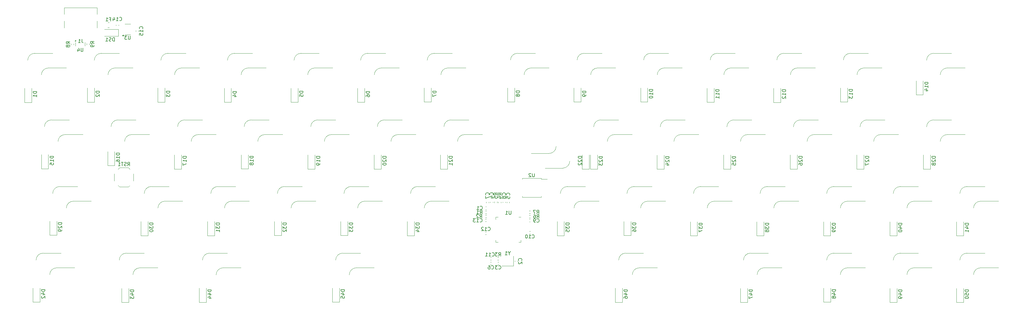
<source format=gbr>
%TF.GenerationSoftware,KiCad,Pcbnew,8.0.0*%
%TF.CreationDate,2024-03-22T00:44:03+00:00*%
%TF.ProjectId,40in60,3430696e-3630-42e6-9b69-6361645f7063,rev?*%
%TF.SameCoordinates,Original*%
%TF.FileFunction,Legend,Bot*%
%TF.FilePolarity,Positive*%
%FSLAX46Y46*%
G04 Gerber Fmt 4.6, Leading zero omitted, Abs format (unit mm)*
G04 Created by KiCad (PCBNEW 8.0.0) date 2024-03-22 00:44:03*
%MOMM*%
%LPD*%
G01*
G04 APERTURE LIST*
%ADD10C,0.150000*%
%ADD11C,0.120000*%
G04 APERTURE END LIST*
D10*
X61205709Y-38149033D02*
X61205709Y-37149033D01*
X61205709Y-37149033D02*
X60967614Y-37149033D01*
X60967614Y-37149033D02*
X60824757Y-37196652D01*
X60824757Y-37196652D02*
X60729519Y-37291890D01*
X60729519Y-37291890D02*
X60681900Y-37387128D01*
X60681900Y-37387128D02*
X60634281Y-37577604D01*
X60634281Y-37577604D02*
X60634281Y-37720461D01*
X60634281Y-37720461D02*
X60681900Y-37910937D01*
X60681900Y-37910937D02*
X60729519Y-38006175D01*
X60729519Y-38006175D02*
X60824757Y-38101414D01*
X60824757Y-38101414D02*
X60967614Y-38149033D01*
X60967614Y-38149033D02*
X61205709Y-38149033D01*
X60253328Y-38101414D02*
X60110471Y-38149033D01*
X60110471Y-38149033D02*
X59872376Y-38149033D01*
X59872376Y-38149033D02*
X59777138Y-38101414D01*
X59777138Y-38101414D02*
X59729519Y-38053794D01*
X59729519Y-38053794D02*
X59681900Y-37958556D01*
X59681900Y-37958556D02*
X59681900Y-37863318D01*
X59681900Y-37863318D02*
X59729519Y-37768080D01*
X59729519Y-37768080D02*
X59777138Y-37720461D01*
X59777138Y-37720461D02*
X59872376Y-37672842D01*
X59872376Y-37672842D02*
X60062852Y-37625223D01*
X60062852Y-37625223D02*
X60158090Y-37577604D01*
X60158090Y-37577604D02*
X60205709Y-37529985D01*
X60205709Y-37529985D02*
X60253328Y-37434747D01*
X60253328Y-37434747D02*
X60253328Y-37339509D01*
X60253328Y-37339509D02*
X60205709Y-37244271D01*
X60205709Y-37244271D02*
X60158090Y-37196652D01*
X60158090Y-37196652D02*
X60062852Y-37149033D01*
X60062852Y-37149033D02*
X59824757Y-37149033D01*
X59824757Y-37149033D02*
X59681900Y-37196652D01*
X58729519Y-38149033D02*
X59300947Y-38149033D01*
X59015233Y-38149033D02*
X59015233Y-37149033D01*
X59015233Y-37149033D02*
X59110471Y-37291890D01*
X59110471Y-37291890D02*
X59205709Y-37387128D01*
X59205709Y-37387128D02*
X59300947Y-37434747D01*
X153284819Y-52441905D02*
X152284819Y-52441905D01*
X152284819Y-52441905D02*
X152284819Y-52680000D01*
X152284819Y-52680000D02*
X152332438Y-52822857D01*
X152332438Y-52822857D02*
X152427676Y-52918095D01*
X152427676Y-52918095D02*
X152522914Y-52965714D01*
X152522914Y-52965714D02*
X152713390Y-53013333D01*
X152713390Y-53013333D02*
X152856247Y-53013333D01*
X152856247Y-53013333D02*
X153046723Y-52965714D01*
X153046723Y-52965714D02*
X153141961Y-52918095D01*
X153141961Y-52918095D02*
X153237200Y-52822857D01*
X153237200Y-52822857D02*
X153284819Y-52680000D01*
X153284819Y-52680000D02*
X153284819Y-52441905D01*
X152284819Y-53346667D02*
X152284819Y-54013333D01*
X152284819Y-54013333D02*
X153284819Y-53584762D01*
X181373326Y-75984033D02*
X181373326Y-76793556D01*
X181373326Y-76793556D02*
X181325707Y-76888794D01*
X181325707Y-76888794D02*
X181278088Y-76936414D01*
X181278088Y-76936414D02*
X181182850Y-76984033D01*
X181182850Y-76984033D02*
X180992374Y-76984033D01*
X180992374Y-76984033D02*
X180897136Y-76936414D01*
X180897136Y-76936414D02*
X180849517Y-76888794D01*
X180849517Y-76888794D02*
X180801898Y-76793556D01*
X180801898Y-76793556D02*
X180801898Y-75984033D01*
X180373326Y-76079271D02*
X180325707Y-76031652D01*
X180325707Y-76031652D02*
X180230469Y-75984033D01*
X180230469Y-75984033D02*
X179992374Y-75984033D01*
X179992374Y-75984033D02*
X179897136Y-76031652D01*
X179897136Y-76031652D02*
X179849517Y-76079271D01*
X179849517Y-76079271D02*
X179801898Y-76174509D01*
X179801898Y-76174509D02*
X179801898Y-76269747D01*
X179801898Y-76269747D02*
X179849517Y-76412604D01*
X179849517Y-76412604D02*
X180420945Y-76984033D01*
X180420945Y-76984033D02*
X179801898Y-76984033D01*
X258014819Y-71135714D02*
X257014819Y-71135714D01*
X257014819Y-71135714D02*
X257014819Y-71373809D01*
X257014819Y-71373809D02*
X257062438Y-71516666D01*
X257062438Y-71516666D02*
X257157676Y-71611904D01*
X257157676Y-71611904D02*
X257252914Y-71659523D01*
X257252914Y-71659523D02*
X257443390Y-71707142D01*
X257443390Y-71707142D02*
X257586247Y-71707142D01*
X257586247Y-71707142D02*
X257776723Y-71659523D01*
X257776723Y-71659523D02*
X257871961Y-71611904D01*
X257871961Y-71611904D02*
X257967200Y-71516666D01*
X257967200Y-71516666D02*
X258014819Y-71373809D01*
X258014819Y-71373809D02*
X258014819Y-71135714D01*
X257110057Y-72088095D02*
X257062438Y-72135714D01*
X257062438Y-72135714D02*
X257014819Y-72230952D01*
X257014819Y-72230952D02*
X257014819Y-72469047D01*
X257014819Y-72469047D02*
X257062438Y-72564285D01*
X257062438Y-72564285D02*
X257110057Y-72611904D01*
X257110057Y-72611904D02*
X257205295Y-72659523D01*
X257205295Y-72659523D02*
X257300533Y-72659523D01*
X257300533Y-72659523D02*
X257443390Y-72611904D01*
X257443390Y-72611904D02*
X258014819Y-72040476D01*
X258014819Y-72040476D02*
X258014819Y-72659523D01*
X257014819Y-73516666D02*
X257014819Y-73326190D01*
X257014819Y-73326190D02*
X257062438Y-73230952D01*
X257062438Y-73230952D02*
X257110057Y-73183333D01*
X257110057Y-73183333D02*
X257252914Y-73088095D01*
X257252914Y-73088095D02*
X257443390Y-73040476D01*
X257443390Y-73040476D02*
X257824342Y-73040476D01*
X257824342Y-73040476D02*
X257919580Y-73088095D01*
X257919580Y-73088095D02*
X257967200Y-73135714D01*
X257967200Y-73135714D02*
X258014819Y-73230952D01*
X258014819Y-73230952D02*
X258014819Y-73421428D01*
X258014819Y-73421428D02*
X257967200Y-73516666D01*
X257967200Y-73516666D02*
X257919580Y-73564285D01*
X257919580Y-73564285D02*
X257824342Y-73611904D01*
X257824342Y-73611904D02*
X257586247Y-73611904D01*
X257586247Y-73611904D02*
X257491009Y-73564285D01*
X257491009Y-73564285D02*
X257443390Y-73516666D01*
X257443390Y-73516666D02*
X257395771Y-73421428D01*
X257395771Y-73421428D02*
X257395771Y-73230952D01*
X257395771Y-73230952D02*
X257443390Y-73135714D01*
X257443390Y-73135714D02*
X257491009Y-73088095D01*
X257491009Y-73088095D02*
X257586247Y-73040476D01*
X286554819Y-109283214D02*
X285554819Y-109283214D01*
X285554819Y-109283214D02*
X285554819Y-109521309D01*
X285554819Y-109521309D02*
X285602438Y-109664166D01*
X285602438Y-109664166D02*
X285697676Y-109759404D01*
X285697676Y-109759404D02*
X285792914Y-109807023D01*
X285792914Y-109807023D02*
X285983390Y-109854642D01*
X285983390Y-109854642D02*
X286126247Y-109854642D01*
X286126247Y-109854642D02*
X286316723Y-109807023D01*
X286316723Y-109807023D02*
X286411961Y-109759404D01*
X286411961Y-109759404D02*
X286507200Y-109664166D01*
X286507200Y-109664166D02*
X286554819Y-109521309D01*
X286554819Y-109521309D02*
X286554819Y-109283214D01*
X285888152Y-110711785D02*
X286554819Y-110711785D01*
X285507200Y-110473690D02*
X286221485Y-110235595D01*
X286221485Y-110235595D02*
X286221485Y-110854642D01*
X286554819Y-111283214D02*
X286554819Y-111473690D01*
X286554819Y-111473690D02*
X286507200Y-111568928D01*
X286507200Y-111568928D02*
X286459580Y-111616547D01*
X286459580Y-111616547D02*
X286316723Y-111711785D01*
X286316723Y-111711785D02*
X286126247Y-111759404D01*
X286126247Y-111759404D02*
X285745295Y-111759404D01*
X285745295Y-111759404D02*
X285650057Y-111711785D01*
X285650057Y-111711785D02*
X285602438Y-111664166D01*
X285602438Y-111664166D02*
X285554819Y-111568928D01*
X285554819Y-111568928D02*
X285554819Y-111378452D01*
X285554819Y-111378452D02*
X285602438Y-111283214D01*
X285602438Y-111283214D02*
X285650057Y-111235595D01*
X285650057Y-111235595D02*
X285745295Y-111187976D01*
X285745295Y-111187976D02*
X285983390Y-111187976D01*
X285983390Y-111187976D02*
X286078628Y-111235595D01*
X286078628Y-111235595D02*
X286126247Y-111283214D01*
X286126247Y-111283214D02*
X286173866Y-111378452D01*
X286173866Y-111378452D02*
X286173866Y-111568928D01*
X286173866Y-111568928D02*
X286126247Y-111664166D01*
X286126247Y-111664166D02*
X286078628Y-111711785D01*
X286078628Y-111711785D02*
X285983390Y-111759404D01*
X129394819Y-90155714D02*
X128394819Y-90155714D01*
X128394819Y-90155714D02*
X128394819Y-90393809D01*
X128394819Y-90393809D02*
X128442438Y-90536666D01*
X128442438Y-90536666D02*
X128537676Y-90631904D01*
X128537676Y-90631904D02*
X128632914Y-90679523D01*
X128632914Y-90679523D02*
X128823390Y-90727142D01*
X128823390Y-90727142D02*
X128966247Y-90727142D01*
X128966247Y-90727142D02*
X129156723Y-90679523D01*
X129156723Y-90679523D02*
X129251961Y-90631904D01*
X129251961Y-90631904D02*
X129347200Y-90536666D01*
X129347200Y-90536666D02*
X129394819Y-90393809D01*
X129394819Y-90393809D02*
X129394819Y-90155714D01*
X128394819Y-91060476D02*
X128394819Y-91679523D01*
X128394819Y-91679523D02*
X128775771Y-91346190D01*
X128775771Y-91346190D02*
X128775771Y-91489047D01*
X128775771Y-91489047D02*
X128823390Y-91584285D01*
X128823390Y-91584285D02*
X128871009Y-91631904D01*
X128871009Y-91631904D02*
X128966247Y-91679523D01*
X128966247Y-91679523D02*
X129204342Y-91679523D01*
X129204342Y-91679523D02*
X129299580Y-91631904D01*
X129299580Y-91631904D02*
X129347200Y-91584285D01*
X129347200Y-91584285D02*
X129394819Y-91489047D01*
X129394819Y-91489047D02*
X129394819Y-91203333D01*
X129394819Y-91203333D02*
X129347200Y-91108095D01*
X129347200Y-91108095D02*
X129299580Y-91060476D01*
X128394819Y-92012857D02*
X128394819Y-92631904D01*
X128394819Y-92631904D02*
X128775771Y-92298571D01*
X128775771Y-92298571D02*
X128775771Y-92441428D01*
X128775771Y-92441428D02*
X128823390Y-92536666D01*
X128823390Y-92536666D02*
X128871009Y-92584285D01*
X128871009Y-92584285D02*
X128966247Y-92631904D01*
X128966247Y-92631904D02*
X129204342Y-92631904D01*
X129204342Y-92631904D02*
X129299580Y-92584285D01*
X129299580Y-92584285D02*
X129347200Y-92536666D01*
X129347200Y-92536666D02*
X129394819Y-92441428D01*
X129394819Y-92441428D02*
X129394819Y-92155714D01*
X129394819Y-92155714D02*
X129347200Y-92060476D01*
X129347200Y-92060476D02*
X129299580Y-92012857D01*
X62664281Y-32233794D02*
X62711900Y-32281414D01*
X62711900Y-32281414D02*
X62854757Y-32329033D01*
X62854757Y-32329033D02*
X62949995Y-32329033D01*
X62949995Y-32329033D02*
X63092852Y-32281414D01*
X63092852Y-32281414D02*
X63188090Y-32186175D01*
X63188090Y-32186175D02*
X63235709Y-32090937D01*
X63235709Y-32090937D02*
X63283328Y-31900461D01*
X63283328Y-31900461D02*
X63283328Y-31757604D01*
X63283328Y-31757604D02*
X63235709Y-31567128D01*
X63235709Y-31567128D02*
X63188090Y-31471890D01*
X63188090Y-31471890D02*
X63092852Y-31376652D01*
X63092852Y-31376652D02*
X62949995Y-31329033D01*
X62949995Y-31329033D02*
X62854757Y-31329033D01*
X62854757Y-31329033D02*
X62711900Y-31376652D01*
X62711900Y-31376652D02*
X62664281Y-31424271D01*
X61711900Y-32329033D02*
X62283328Y-32329033D01*
X61997614Y-32329033D02*
X61997614Y-31329033D01*
X61997614Y-31329033D02*
X62092852Y-31471890D01*
X62092852Y-31471890D02*
X62188090Y-31567128D01*
X62188090Y-31567128D02*
X62283328Y-31614747D01*
X60854757Y-31662366D02*
X60854757Y-32329033D01*
X61092852Y-31281414D02*
X61330947Y-31995699D01*
X61330947Y-31995699D02*
X60711900Y-31995699D01*
X65745828Y-36641533D02*
X65745828Y-37451056D01*
X65745828Y-37451056D02*
X65698209Y-37546294D01*
X65698209Y-37546294D02*
X65650590Y-37593914D01*
X65650590Y-37593914D02*
X65555352Y-37641533D01*
X65555352Y-37641533D02*
X65364876Y-37641533D01*
X65364876Y-37641533D02*
X65269638Y-37593914D01*
X65269638Y-37593914D02*
X65222019Y-37546294D01*
X65222019Y-37546294D02*
X65174400Y-37451056D01*
X65174400Y-37451056D02*
X65174400Y-36641533D01*
X64793447Y-36641533D02*
X64174400Y-36641533D01*
X64174400Y-36641533D02*
X64507733Y-37022485D01*
X64507733Y-37022485D02*
X64364876Y-37022485D01*
X64364876Y-37022485D02*
X64269638Y-37070104D01*
X64269638Y-37070104D02*
X64222019Y-37117723D01*
X64222019Y-37117723D02*
X64174400Y-37212961D01*
X64174400Y-37212961D02*
X64174400Y-37451056D01*
X64174400Y-37451056D02*
X64222019Y-37546294D01*
X64222019Y-37546294D02*
X64269638Y-37593914D01*
X64269638Y-37593914D02*
X64364876Y-37641533D01*
X64364876Y-37641533D02*
X64650590Y-37641533D01*
X64650590Y-37641533D02*
X64745828Y-37593914D01*
X64745828Y-37593914D02*
X64793447Y-37546294D01*
X81784819Y-71145714D02*
X80784819Y-71145714D01*
X80784819Y-71145714D02*
X80784819Y-71383809D01*
X80784819Y-71383809D02*
X80832438Y-71526666D01*
X80832438Y-71526666D02*
X80927676Y-71621904D01*
X80927676Y-71621904D02*
X81022914Y-71669523D01*
X81022914Y-71669523D02*
X81213390Y-71717142D01*
X81213390Y-71717142D02*
X81356247Y-71717142D01*
X81356247Y-71717142D02*
X81546723Y-71669523D01*
X81546723Y-71669523D02*
X81641961Y-71621904D01*
X81641961Y-71621904D02*
X81737200Y-71526666D01*
X81737200Y-71526666D02*
X81784819Y-71383809D01*
X81784819Y-71383809D02*
X81784819Y-71145714D01*
X81784819Y-72669523D02*
X81784819Y-72098095D01*
X81784819Y-72383809D02*
X80784819Y-72383809D01*
X80784819Y-72383809D02*
X80927676Y-72288571D01*
X80927676Y-72288571D02*
X81022914Y-72193333D01*
X81022914Y-72193333D02*
X81070533Y-72098095D01*
X80784819Y-73002857D02*
X80784819Y-73669523D01*
X80784819Y-73669523D02*
X81784819Y-73240952D01*
X248424819Y-90225714D02*
X247424819Y-90225714D01*
X247424819Y-90225714D02*
X247424819Y-90463809D01*
X247424819Y-90463809D02*
X247472438Y-90606666D01*
X247472438Y-90606666D02*
X247567676Y-90701904D01*
X247567676Y-90701904D02*
X247662914Y-90749523D01*
X247662914Y-90749523D02*
X247853390Y-90797142D01*
X247853390Y-90797142D02*
X247996247Y-90797142D01*
X247996247Y-90797142D02*
X248186723Y-90749523D01*
X248186723Y-90749523D02*
X248281961Y-90701904D01*
X248281961Y-90701904D02*
X248377200Y-90606666D01*
X248377200Y-90606666D02*
X248424819Y-90463809D01*
X248424819Y-90463809D02*
X248424819Y-90225714D01*
X247424819Y-91130476D02*
X247424819Y-91749523D01*
X247424819Y-91749523D02*
X247805771Y-91416190D01*
X247805771Y-91416190D02*
X247805771Y-91559047D01*
X247805771Y-91559047D02*
X247853390Y-91654285D01*
X247853390Y-91654285D02*
X247901009Y-91701904D01*
X247901009Y-91701904D02*
X247996247Y-91749523D01*
X247996247Y-91749523D02*
X248234342Y-91749523D01*
X248234342Y-91749523D02*
X248329580Y-91701904D01*
X248329580Y-91701904D02*
X248377200Y-91654285D01*
X248377200Y-91654285D02*
X248424819Y-91559047D01*
X248424819Y-91559047D02*
X248424819Y-91273333D01*
X248424819Y-91273333D02*
X248377200Y-91178095D01*
X248377200Y-91178095D02*
X248329580Y-91130476D01*
X247853390Y-92320952D02*
X247805771Y-92225714D01*
X247805771Y-92225714D02*
X247758152Y-92178095D01*
X247758152Y-92178095D02*
X247662914Y-92130476D01*
X247662914Y-92130476D02*
X247615295Y-92130476D01*
X247615295Y-92130476D02*
X247520057Y-92178095D01*
X247520057Y-92178095D02*
X247472438Y-92225714D01*
X247472438Y-92225714D02*
X247424819Y-92320952D01*
X247424819Y-92320952D02*
X247424819Y-92511428D01*
X247424819Y-92511428D02*
X247472438Y-92606666D01*
X247472438Y-92606666D02*
X247520057Y-92654285D01*
X247520057Y-92654285D02*
X247615295Y-92701904D01*
X247615295Y-92701904D02*
X247662914Y-92701904D01*
X247662914Y-92701904D02*
X247758152Y-92654285D01*
X247758152Y-92654285D02*
X247805771Y-92606666D01*
X247805771Y-92606666D02*
X247853390Y-92511428D01*
X247853390Y-92511428D02*
X247853390Y-92320952D01*
X247853390Y-92320952D02*
X247901009Y-92225714D01*
X247901009Y-92225714D02*
X247948628Y-92178095D01*
X247948628Y-92178095D02*
X248043866Y-92130476D01*
X248043866Y-92130476D02*
X248234342Y-92130476D01*
X248234342Y-92130476D02*
X248329580Y-92178095D01*
X248329580Y-92178095D02*
X248377200Y-92225714D01*
X248377200Y-92225714D02*
X248424819Y-92320952D01*
X248424819Y-92320952D02*
X248424819Y-92511428D01*
X248424819Y-92511428D02*
X248377200Y-92606666D01*
X248377200Y-92606666D02*
X248329580Y-92654285D01*
X248329580Y-92654285D02*
X248234342Y-92701904D01*
X248234342Y-92701904D02*
X248043866Y-92701904D01*
X248043866Y-92701904D02*
X247948628Y-92654285D01*
X247948628Y-92654285D02*
X247901009Y-92606666D01*
X247901009Y-92606666D02*
X247853390Y-92511428D01*
X48426243Y-38887547D02*
X47950052Y-38554214D01*
X48426243Y-38316119D02*
X47426243Y-38316119D01*
X47426243Y-38316119D02*
X47426243Y-38697071D01*
X47426243Y-38697071D02*
X47473862Y-38792309D01*
X47473862Y-38792309D02*
X47521481Y-38839928D01*
X47521481Y-38839928D02*
X47616719Y-38887547D01*
X47616719Y-38887547D02*
X47759576Y-38887547D01*
X47759576Y-38887547D02*
X47854814Y-38839928D01*
X47854814Y-38839928D02*
X47902433Y-38792309D01*
X47902433Y-38792309D02*
X47950052Y-38697071D01*
X47950052Y-38697071D02*
X47950052Y-38316119D01*
X47854814Y-39458976D02*
X47807195Y-39363738D01*
X47807195Y-39363738D02*
X47759576Y-39316119D01*
X47759576Y-39316119D02*
X47664338Y-39268500D01*
X47664338Y-39268500D02*
X47616719Y-39268500D01*
X47616719Y-39268500D02*
X47521481Y-39316119D01*
X47521481Y-39316119D02*
X47473862Y-39363738D01*
X47473862Y-39363738D02*
X47426243Y-39458976D01*
X47426243Y-39458976D02*
X47426243Y-39649452D01*
X47426243Y-39649452D02*
X47473862Y-39744690D01*
X47473862Y-39744690D02*
X47521481Y-39792309D01*
X47521481Y-39792309D02*
X47616719Y-39839928D01*
X47616719Y-39839928D02*
X47664338Y-39839928D01*
X47664338Y-39839928D02*
X47759576Y-39792309D01*
X47759576Y-39792309D02*
X47807195Y-39744690D01*
X47807195Y-39744690D02*
X47854814Y-39649452D01*
X47854814Y-39649452D02*
X47854814Y-39458976D01*
X47854814Y-39458976D02*
X47902433Y-39363738D01*
X47902433Y-39363738D02*
X47950052Y-39316119D01*
X47950052Y-39316119D02*
X48045290Y-39268500D01*
X48045290Y-39268500D02*
X48235766Y-39268500D01*
X48235766Y-39268500D02*
X48331004Y-39316119D01*
X48331004Y-39316119D02*
X48378624Y-39363738D01*
X48378624Y-39363738D02*
X48426243Y-39458976D01*
X48426243Y-39458976D02*
X48426243Y-39649452D01*
X48426243Y-39649452D02*
X48378624Y-39744690D01*
X48378624Y-39744690D02*
X48331004Y-39792309D01*
X48331004Y-39792309D02*
X48235766Y-39839928D01*
X48235766Y-39839928D02*
X48045290Y-39839928D01*
X48045290Y-39839928D02*
X47950052Y-39792309D01*
X47950052Y-39792309D02*
X47902433Y-39744690D01*
X47902433Y-39744690D02*
X47854814Y-39649452D01*
X171138090Y-99619033D02*
X171471423Y-99142842D01*
X171709518Y-99619033D02*
X171709518Y-98619033D01*
X171709518Y-98619033D02*
X171328566Y-98619033D01*
X171328566Y-98619033D02*
X171233328Y-98666652D01*
X171233328Y-98666652D02*
X171185709Y-98714271D01*
X171185709Y-98714271D02*
X171138090Y-98809509D01*
X171138090Y-98809509D02*
X171138090Y-98952366D01*
X171138090Y-98952366D02*
X171185709Y-99047604D01*
X171185709Y-99047604D02*
X171233328Y-99095223D01*
X171233328Y-99095223D02*
X171328566Y-99142842D01*
X171328566Y-99142842D02*
X171709518Y-99142842D01*
X170804756Y-98619033D02*
X170185709Y-98619033D01*
X170185709Y-98619033D02*
X170519042Y-98999985D01*
X170519042Y-98999985D02*
X170376185Y-98999985D01*
X170376185Y-98999985D02*
X170280947Y-99047604D01*
X170280947Y-99047604D02*
X170233328Y-99095223D01*
X170233328Y-99095223D02*
X170185709Y-99190461D01*
X170185709Y-99190461D02*
X170185709Y-99428556D01*
X170185709Y-99428556D02*
X170233328Y-99523794D01*
X170233328Y-99523794D02*
X170280947Y-99571414D01*
X170280947Y-99571414D02*
X170376185Y-99619033D01*
X170376185Y-99619033D02*
X170661899Y-99619033D01*
X170661899Y-99619033D02*
X170757137Y-99571414D01*
X170757137Y-99571414D02*
X170804756Y-99523794D01*
X56934819Y-52491905D02*
X55934819Y-52491905D01*
X55934819Y-52491905D02*
X55934819Y-52730000D01*
X55934819Y-52730000D02*
X55982438Y-52872857D01*
X55982438Y-52872857D02*
X56077676Y-52968095D01*
X56077676Y-52968095D02*
X56172914Y-53015714D01*
X56172914Y-53015714D02*
X56363390Y-53063333D01*
X56363390Y-53063333D02*
X56506247Y-53063333D01*
X56506247Y-53063333D02*
X56696723Y-53015714D01*
X56696723Y-53015714D02*
X56791961Y-52968095D01*
X56791961Y-52968095D02*
X56887200Y-52872857D01*
X56887200Y-52872857D02*
X56934819Y-52730000D01*
X56934819Y-52730000D02*
X56934819Y-52491905D01*
X56030057Y-53444286D02*
X55982438Y-53491905D01*
X55982438Y-53491905D02*
X55934819Y-53587143D01*
X55934819Y-53587143D02*
X55934819Y-53825238D01*
X55934819Y-53825238D02*
X55982438Y-53920476D01*
X55982438Y-53920476D02*
X56030057Y-53968095D01*
X56030057Y-53968095D02*
X56125295Y-54015714D01*
X56125295Y-54015714D02*
X56220533Y-54015714D01*
X56220533Y-54015714D02*
X56363390Y-53968095D01*
X56363390Y-53968095D02*
X56934819Y-53396667D01*
X56934819Y-53396667D02*
X56934819Y-54015714D01*
X169254281Y-99553794D02*
X169301900Y-99601414D01*
X169301900Y-99601414D02*
X169444757Y-99649033D01*
X169444757Y-99649033D02*
X169539995Y-99649033D01*
X169539995Y-99649033D02*
X169682852Y-99601414D01*
X169682852Y-99601414D02*
X169778090Y-99506175D01*
X169778090Y-99506175D02*
X169825709Y-99410937D01*
X169825709Y-99410937D02*
X169873328Y-99220461D01*
X169873328Y-99220461D02*
X169873328Y-99077604D01*
X169873328Y-99077604D02*
X169825709Y-98887128D01*
X169825709Y-98887128D02*
X169778090Y-98791890D01*
X169778090Y-98791890D02*
X169682852Y-98696652D01*
X169682852Y-98696652D02*
X169539995Y-98649033D01*
X169539995Y-98649033D02*
X169444757Y-98649033D01*
X169444757Y-98649033D02*
X169301900Y-98696652D01*
X169301900Y-98696652D02*
X169254281Y-98744271D01*
X168301900Y-99649033D02*
X168873328Y-99649033D01*
X168587614Y-99649033D02*
X168587614Y-98649033D01*
X168587614Y-98649033D02*
X168682852Y-98791890D01*
X168682852Y-98791890D02*
X168778090Y-98887128D01*
X168778090Y-98887128D02*
X168873328Y-98934747D01*
X167349519Y-99649033D02*
X167920947Y-99649033D01*
X167635233Y-99649033D02*
X167635233Y-98649033D01*
X167635233Y-98649033D02*
X167730471Y-98791890D01*
X167730471Y-98791890D02*
X167825709Y-98887128D01*
X167825709Y-98887128D02*
X167920947Y-98934747D01*
X182088090Y-89853794D02*
X182135709Y-89901414D01*
X182135709Y-89901414D02*
X182278566Y-89949033D01*
X182278566Y-89949033D02*
X182373804Y-89949033D01*
X182373804Y-89949033D02*
X182516661Y-89901414D01*
X182516661Y-89901414D02*
X182611899Y-89806175D01*
X182611899Y-89806175D02*
X182659518Y-89710937D01*
X182659518Y-89710937D02*
X182707137Y-89520461D01*
X182707137Y-89520461D02*
X182707137Y-89377604D01*
X182707137Y-89377604D02*
X182659518Y-89187128D01*
X182659518Y-89187128D02*
X182611899Y-89091890D01*
X182611899Y-89091890D02*
X182516661Y-88996652D01*
X182516661Y-88996652D02*
X182373804Y-88949033D01*
X182373804Y-88949033D02*
X182278566Y-88949033D01*
X182278566Y-88949033D02*
X182135709Y-88996652D01*
X182135709Y-88996652D02*
X182088090Y-89044271D01*
X181611899Y-89949033D02*
X181421423Y-89949033D01*
X181421423Y-89949033D02*
X181326185Y-89901414D01*
X181326185Y-89901414D02*
X181278566Y-89853794D01*
X181278566Y-89853794D02*
X181183328Y-89710937D01*
X181183328Y-89710937D02*
X181135709Y-89520461D01*
X181135709Y-89520461D02*
X181135709Y-89139509D01*
X181135709Y-89139509D02*
X181183328Y-89044271D01*
X181183328Y-89044271D02*
X181230947Y-88996652D01*
X181230947Y-88996652D02*
X181326185Y-88949033D01*
X181326185Y-88949033D02*
X181516661Y-88949033D01*
X181516661Y-88949033D02*
X181611899Y-88996652D01*
X181611899Y-88996652D02*
X181659518Y-89044271D01*
X181659518Y-89044271D02*
X181707137Y-89139509D01*
X181707137Y-89139509D02*
X181707137Y-89377604D01*
X181707137Y-89377604D02*
X181659518Y-89472842D01*
X181659518Y-89472842D02*
X181611899Y-89520461D01*
X181611899Y-89520461D02*
X181516661Y-89568080D01*
X181516661Y-89568080D02*
X181326185Y-89568080D01*
X181326185Y-89568080D02*
X181230947Y-89520461D01*
X181230947Y-89520461D02*
X181183328Y-89472842D01*
X181183328Y-89472842D02*
X181135709Y-89377604D01*
X174673326Y-86729033D02*
X174673326Y-87538556D01*
X174673326Y-87538556D02*
X174625707Y-87633794D01*
X174625707Y-87633794D02*
X174578088Y-87681414D01*
X174578088Y-87681414D02*
X174482850Y-87729033D01*
X174482850Y-87729033D02*
X174292374Y-87729033D01*
X174292374Y-87729033D02*
X174197136Y-87681414D01*
X174197136Y-87681414D02*
X174149517Y-87633794D01*
X174149517Y-87633794D02*
X174101898Y-87538556D01*
X174101898Y-87538556D02*
X174101898Y-86729033D01*
X173101898Y-87729033D02*
X173673326Y-87729033D01*
X173387612Y-87729033D02*
X173387612Y-86729033D01*
X173387612Y-86729033D02*
X173482850Y-86871890D01*
X173482850Y-86871890D02*
X173578088Y-86967128D01*
X173578088Y-86967128D02*
X173673326Y-87014747D01*
X174261004Y-82227547D02*
X174308624Y-82179928D01*
X174308624Y-82179928D02*
X174356243Y-82037071D01*
X174356243Y-82037071D02*
X174356243Y-81941833D01*
X174356243Y-81941833D02*
X174308624Y-81798976D01*
X174308624Y-81798976D02*
X174213385Y-81703738D01*
X174213385Y-81703738D02*
X174118147Y-81656119D01*
X174118147Y-81656119D02*
X173927671Y-81608500D01*
X173927671Y-81608500D02*
X173784814Y-81608500D01*
X173784814Y-81608500D02*
X173594338Y-81656119D01*
X173594338Y-81656119D02*
X173499100Y-81703738D01*
X173499100Y-81703738D02*
X173403862Y-81798976D01*
X173403862Y-81798976D02*
X173356243Y-81941833D01*
X173356243Y-81941833D02*
X173356243Y-82037071D01*
X173356243Y-82037071D02*
X173403862Y-82179928D01*
X173403862Y-82179928D02*
X173451481Y-82227547D01*
X173356243Y-83132309D02*
X173356243Y-82656119D01*
X173356243Y-82656119D02*
X173832433Y-82608500D01*
X173832433Y-82608500D02*
X173784814Y-82656119D01*
X173784814Y-82656119D02*
X173737195Y-82751357D01*
X173737195Y-82751357D02*
X173737195Y-82989452D01*
X173737195Y-82989452D02*
X173784814Y-83084690D01*
X173784814Y-83084690D02*
X173832433Y-83132309D01*
X173832433Y-83132309D02*
X173927671Y-83179928D01*
X173927671Y-83179928D02*
X174165766Y-83179928D01*
X174165766Y-83179928D02*
X174261004Y-83132309D01*
X174261004Y-83132309D02*
X174308624Y-83084690D01*
X174308624Y-83084690D02*
X174356243Y-82989452D01*
X174356243Y-82989452D02*
X174356243Y-82751357D01*
X174356243Y-82751357D02*
X174308624Y-82656119D01*
X174308624Y-82656119D02*
X174261004Y-82608500D01*
X169078090Y-103243794D02*
X169125709Y-103291414D01*
X169125709Y-103291414D02*
X169268566Y-103339033D01*
X169268566Y-103339033D02*
X169363804Y-103339033D01*
X169363804Y-103339033D02*
X169506661Y-103291414D01*
X169506661Y-103291414D02*
X169601899Y-103196175D01*
X169601899Y-103196175D02*
X169649518Y-103100937D01*
X169649518Y-103100937D02*
X169697137Y-102910461D01*
X169697137Y-102910461D02*
X169697137Y-102767604D01*
X169697137Y-102767604D02*
X169649518Y-102577128D01*
X169649518Y-102577128D02*
X169601899Y-102481890D01*
X169601899Y-102481890D02*
X169506661Y-102386652D01*
X169506661Y-102386652D02*
X169363804Y-102339033D01*
X169363804Y-102339033D02*
X169268566Y-102339033D01*
X169268566Y-102339033D02*
X169125709Y-102386652D01*
X169125709Y-102386652D02*
X169078090Y-102434271D01*
X168220947Y-102339033D02*
X168411423Y-102339033D01*
X168411423Y-102339033D02*
X168506661Y-102386652D01*
X168506661Y-102386652D02*
X168554280Y-102434271D01*
X168554280Y-102434271D02*
X168649518Y-102577128D01*
X168649518Y-102577128D02*
X168697137Y-102767604D01*
X168697137Y-102767604D02*
X168697137Y-103148556D01*
X168697137Y-103148556D02*
X168649518Y-103243794D01*
X168649518Y-103243794D02*
X168601899Y-103291414D01*
X168601899Y-103291414D02*
X168506661Y-103339033D01*
X168506661Y-103339033D02*
X168316185Y-103339033D01*
X168316185Y-103339033D02*
X168220947Y-103291414D01*
X168220947Y-103291414D02*
X168173328Y-103243794D01*
X168173328Y-103243794D02*
X168125709Y-103148556D01*
X168125709Y-103148556D02*
X168125709Y-102910461D01*
X168125709Y-102910461D02*
X168173328Y-102815223D01*
X168173328Y-102815223D02*
X168220947Y-102767604D01*
X168220947Y-102767604D02*
X168316185Y-102719985D01*
X168316185Y-102719985D02*
X168506661Y-102719985D01*
X168506661Y-102719985D02*
X168601899Y-102767604D01*
X168601899Y-102767604D02*
X168649518Y-102815223D01*
X168649518Y-102815223D02*
X168697137Y-102910461D01*
X46144819Y-90093214D02*
X45144819Y-90093214D01*
X45144819Y-90093214D02*
X45144819Y-90331309D01*
X45144819Y-90331309D02*
X45192438Y-90474166D01*
X45192438Y-90474166D02*
X45287676Y-90569404D01*
X45287676Y-90569404D02*
X45382914Y-90617023D01*
X45382914Y-90617023D02*
X45573390Y-90664642D01*
X45573390Y-90664642D02*
X45716247Y-90664642D01*
X45716247Y-90664642D02*
X45906723Y-90617023D01*
X45906723Y-90617023D02*
X46001961Y-90569404D01*
X46001961Y-90569404D02*
X46097200Y-90474166D01*
X46097200Y-90474166D02*
X46144819Y-90331309D01*
X46144819Y-90331309D02*
X46144819Y-90093214D01*
X45240057Y-91045595D02*
X45192438Y-91093214D01*
X45192438Y-91093214D02*
X45144819Y-91188452D01*
X45144819Y-91188452D02*
X45144819Y-91426547D01*
X45144819Y-91426547D02*
X45192438Y-91521785D01*
X45192438Y-91521785D02*
X45240057Y-91569404D01*
X45240057Y-91569404D02*
X45335295Y-91617023D01*
X45335295Y-91617023D02*
X45430533Y-91617023D01*
X45430533Y-91617023D02*
X45573390Y-91569404D01*
X45573390Y-91569404D02*
X46144819Y-90997976D01*
X46144819Y-90997976D02*
X46144819Y-91617023D01*
X46144819Y-92093214D02*
X46144819Y-92283690D01*
X46144819Y-92283690D02*
X46097200Y-92378928D01*
X46097200Y-92378928D02*
X46049580Y-92426547D01*
X46049580Y-92426547D02*
X45906723Y-92521785D01*
X45906723Y-92521785D02*
X45716247Y-92569404D01*
X45716247Y-92569404D02*
X45335295Y-92569404D01*
X45335295Y-92569404D02*
X45240057Y-92521785D01*
X45240057Y-92521785D02*
X45192438Y-92474166D01*
X45192438Y-92474166D02*
X45144819Y-92378928D01*
X45144819Y-92378928D02*
X45144819Y-92188452D01*
X45144819Y-92188452D02*
X45192438Y-92093214D01*
X45192438Y-92093214D02*
X45240057Y-92045595D01*
X45240057Y-92045595D02*
X45335295Y-91997976D01*
X45335295Y-91997976D02*
X45573390Y-91997976D01*
X45573390Y-91997976D02*
X45668628Y-92045595D01*
X45668628Y-92045595D02*
X45716247Y-92093214D01*
X45716247Y-92093214D02*
X45763866Y-92188452D01*
X45763866Y-92188452D02*
X45763866Y-92378928D01*
X45763866Y-92378928D02*
X45716247Y-92474166D01*
X45716247Y-92474166D02*
X45668628Y-92521785D01*
X45668628Y-92521785D02*
X45573390Y-92569404D01*
X91314819Y-90185714D02*
X90314819Y-90185714D01*
X90314819Y-90185714D02*
X90314819Y-90423809D01*
X90314819Y-90423809D02*
X90362438Y-90566666D01*
X90362438Y-90566666D02*
X90457676Y-90661904D01*
X90457676Y-90661904D02*
X90552914Y-90709523D01*
X90552914Y-90709523D02*
X90743390Y-90757142D01*
X90743390Y-90757142D02*
X90886247Y-90757142D01*
X90886247Y-90757142D02*
X91076723Y-90709523D01*
X91076723Y-90709523D02*
X91171961Y-90661904D01*
X91171961Y-90661904D02*
X91267200Y-90566666D01*
X91267200Y-90566666D02*
X91314819Y-90423809D01*
X91314819Y-90423809D02*
X91314819Y-90185714D01*
X90314819Y-91090476D02*
X90314819Y-91709523D01*
X90314819Y-91709523D02*
X90695771Y-91376190D01*
X90695771Y-91376190D02*
X90695771Y-91519047D01*
X90695771Y-91519047D02*
X90743390Y-91614285D01*
X90743390Y-91614285D02*
X90791009Y-91661904D01*
X90791009Y-91661904D02*
X90886247Y-91709523D01*
X90886247Y-91709523D02*
X91124342Y-91709523D01*
X91124342Y-91709523D02*
X91219580Y-91661904D01*
X91219580Y-91661904D02*
X91267200Y-91614285D01*
X91267200Y-91614285D02*
X91314819Y-91519047D01*
X91314819Y-91519047D02*
X91314819Y-91233333D01*
X91314819Y-91233333D02*
X91267200Y-91138095D01*
X91267200Y-91138095D02*
X91219580Y-91090476D01*
X91314819Y-92661904D02*
X91314819Y-92090476D01*
X91314819Y-92376190D02*
X90314819Y-92376190D01*
X90314819Y-92376190D02*
X90457676Y-92280952D01*
X90457676Y-92280952D02*
X90552914Y-92185714D01*
X90552914Y-92185714D02*
X90600533Y-92090476D01*
X180714281Y-94423794D02*
X180761900Y-94471414D01*
X180761900Y-94471414D02*
X180904757Y-94519033D01*
X180904757Y-94519033D02*
X180999995Y-94519033D01*
X180999995Y-94519033D02*
X181142852Y-94471414D01*
X181142852Y-94471414D02*
X181238090Y-94376175D01*
X181238090Y-94376175D02*
X181285709Y-94280937D01*
X181285709Y-94280937D02*
X181333328Y-94090461D01*
X181333328Y-94090461D02*
X181333328Y-93947604D01*
X181333328Y-93947604D02*
X181285709Y-93757128D01*
X181285709Y-93757128D02*
X181238090Y-93661890D01*
X181238090Y-93661890D02*
X181142852Y-93566652D01*
X181142852Y-93566652D02*
X180999995Y-93519033D01*
X180999995Y-93519033D02*
X180904757Y-93519033D01*
X180904757Y-93519033D02*
X180761900Y-93566652D01*
X180761900Y-93566652D02*
X180714281Y-93614271D01*
X179761900Y-94519033D02*
X180333328Y-94519033D01*
X180047614Y-94519033D02*
X180047614Y-93519033D01*
X180047614Y-93519033D02*
X180142852Y-93661890D01*
X180142852Y-93661890D02*
X180238090Y-93757128D01*
X180238090Y-93757128D02*
X180333328Y-93804747D01*
X179142852Y-93519033D02*
X179047614Y-93519033D01*
X179047614Y-93519033D02*
X178952376Y-93566652D01*
X178952376Y-93566652D02*
X178904757Y-93614271D01*
X178904757Y-93614271D02*
X178857138Y-93709509D01*
X178857138Y-93709509D02*
X178809519Y-93899985D01*
X178809519Y-93899985D02*
X178809519Y-94138080D01*
X178809519Y-94138080D02*
X178857138Y-94328556D01*
X178857138Y-94328556D02*
X178904757Y-94423794D01*
X178904757Y-94423794D02*
X178952376Y-94471414D01*
X178952376Y-94471414D02*
X179047614Y-94519033D01*
X179047614Y-94519033D02*
X179142852Y-94519033D01*
X179142852Y-94519033D02*
X179238090Y-94471414D01*
X179238090Y-94471414D02*
X179285709Y-94423794D01*
X179285709Y-94423794D02*
X179333328Y-94328556D01*
X179333328Y-94328556D02*
X179380947Y-94138080D01*
X179380947Y-94138080D02*
X179380947Y-93899985D01*
X179380947Y-93899985D02*
X179333328Y-93709509D01*
X179333328Y-93709509D02*
X179285709Y-93614271D01*
X179285709Y-93614271D02*
X179238090Y-93566652D01*
X179238090Y-93566652D02*
X179142852Y-93519033D01*
X170756243Y-82177547D02*
X170280052Y-81844214D01*
X170756243Y-81606119D02*
X169756243Y-81606119D01*
X169756243Y-81606119D02*
X169756243Y-81987071D01*
X169756243Y-81987071D02*
X169803862Y-82082309D01*
X169803862Y-82082309D02*
X169851481Y-82129928D01*
X169851481Y-82129928D02*
X169946719Y-82177547D01*
X169946719Y-82177547D02*
X170089576Y-82177547D01*
X170089576Y-82177547D02*
X170184814Y-82129928D01*
X170184814Y-82129928D02*
X170232433Y-82082309D01*
X170232433Y-82082309D02*
X170280052Y-81987071D01*
X170280052Y-81987071D02*
X170280052Y-81606119D01*
X169756243Y-83082309D02*
X169756243Y-82606119D01*
X169756243Y-82606119D02*
X170232433Y-82558500D01*
X170232433Y-82558500D02*
X170184814Y-82606119D01*
X170184814Y-82606119D02*
X170137195Y-82701357D01*
X170137195Y-82701357D02*
X170137195Y-82939452D01*
X170137195Y-82939452D02*
X170184814Y-83034690D01*
X170184814Y-83034690D02*
X170232433Y-83082309D01*
X170232433Y-83082309D02*
X170327671Y-83129928D01*
X170327671Y-83129928D02*
X170565766Y-83129928D01*
X170565766Y-83129928D02*
X170661004Y-83082309D01*
X170661004Y-83082309D02*
X170708624Y-83034690D01*
X170708624Y-83034690D02*
X170756243Y-82939452D01*
X170756243Y-82939452D02*
X170756243Y-82701357D01*
X170756243Y-82701357D02*
X170708624Y-82606119D01*
X170708624Y-82606119D02*
X170661004Y-82558500D01*
X305604819Y-90245714D02*
X304604819Y-90245714D01*
X304604819Y-90245714D02*
X304604819Y-90483809D01*
X304604819Y-90483809D02*
X304652438Y-90626666D01*
X304652438Y-90626666D02*
X304747676Y-90721904D01*
X304747676Y-90721904D02*
X304842914Y-90769523D01*
X304842914Y-90769523D02*
X305033390Y-90817142D01*
X305033390Y-90817142D02*
X305176247Y-90817142D01*
X305176247Y-90817142D02*
X305366723Y-90769523D01*
X305366723Y-90769523D02*
X305461961Y-90721904D01*
X305461961Y-90721904D02*
X305557200Y-90626666D01*
X305557200Y-90626666D02*
X305604819Y-90483809D01*
X305604819Y-90483809D02*
X305604819Y-90245714D01*
X304938152Y-91674285D02*
X305604819Y-91674285D01*
X304557200Y-91436190D02*
X305271485Y-91198095D01*
X305271485Y-91198095D02*
X305271485Y-91817142D01*
X305604819Y-92721904D02*
X305604819Y-92150476D01*
X305604819Y-92436190D02*
X304604819Y-92436190D01*
X304604819Y-92436190D02*
X304747676Y-92340952D01*
X304747676Y-92340952D02*
X304842914Y-92245714D01*
X304842914Y-92245714D02*
X304890533Y-92150476D01*
X165748090Y-88719033D02*
X166081423Y-88242842D01*
X166319518Y-88719033D02*
X166319518Y-87719033D01*
X166319518Y-87719033D02*
X165938566Y-87719033D01*
X165938566Y-87719033D02*
X165843328Y-87766652D01*
X165843328Y-87766652D02*
X165795709Y-87814271D01*
X165795709Y-87814271D02*
X165748090Y-87909509D01*
X165748090Y-87909509D02*
X165748090Y-88052366D01*
X165748090Y-88052366D02*
X165795709Y-88147604D01*
X165795709Y-88147604D02*
X165843328Y-88195223D01*
X165843328Y-88195223D02*
X165938566Y-88242842D01*
X165938566Y-88242842D02*
X166319518Y-88242842D01*
X165367137Y-87814271D02*
X165319518Y-87766652D01*
X165319518Y-87766652D02*
X165224280Y-87719033D01*
X165224280Y-87719033D02*
X164986185Y-87719033D01*
X164986185Y-87719033D02*
X164890947Y-87766652D01*
X164890947Y-87766652D02*
X164843328Y-87814271D01*
X164843328Y-87814271D02*
X164795709Y-87909509D01*
X164795709Y-87909509D02*
X164795709Y-88004747D01*
X164795709Y-88004747D02*
X164843328Y-88147604D01*
X164843328Y-88147604D02*
X165414756Y-88719033D01*
X165414756Y-88719033D02*
X164795709Y-88719033D01*
X286534819Y-90245714D02*
X285534819Y-90245714D01*
X285534819Y-90245714D02*
X285534819Y-90483809D01*
X285534819Y-90483809D02*
X285582438Y-90626666D01*
X285582438Y-90626666D02*
X285677676Y-90721904D01*
X285677676Y-90721904D02*
X285772914Y-90769523D01*
X285772914Y-90769523D02*
X285963390Y-90817142D01*
X285963390Y-90817142D02*
X286106247Y-90817142D01*
X286106247Y-90817142D02*
X286296723Y-90769523D01*
X286296723Y-90769523D02*
X286391961Y-90721904D01*
X286391961Y-90721904D02*
X286487200Y-90626666D01*
X286487200Y-90626666D02*
X286534819Y-90483809D01*
X286534819Y-90483809D02*
X286534819Y-90245714D01*
X285868152Y-91674285D02*
X286534819Y-91674285D01*
X285487200Y-91436190D02*
X286201485Y-91198095D01*
X286201485Y-91198095D02*
X286201485Y-91817142D01*
X285534819Y-92388571D02*
X285534819Y-92483809D01*
X285534819Y-92483809D02*
X285582438Y-92579047D01*
X285582438Y-92579047D02*
X285630057Y-92626666D01*
X285630057Y-92626666D02*
X285725295Y-92674285D01*
X285725295Y-92674285D02*
X285915771Y-92721904D01*
X285915771Y-92721904D02*
X286153866Y-92721904D01*
X286153866Y-92721904D02*
X286344342Y-92674285D01*
X286344342Y-92674285D02*
X286439580Y-92626666D01*
X286439580Y-92626666D02*
X286487200Y-92579047D01*
X286487200Y-92579047D02*
X286534819Y-92483809D01*
X286534819Y-92483809D02*
X286534819Y-92388571D01*
X286534819Y-92388571D02*
X286487200Y-92293333D01*
X286487200Y-92293333D02*
X286439580Y-92245714D01*
X286439580Y-92245714D02*
X286344342Y-92198095D01*
X286344342Y-92198095D02*
X286153866Y-92150476D01*
X286153866Y-92150476D02*
X285915771Y-92150476D01*
X285915771Y-92150476D02*
X285725295Y-92198095D01*
X285725295Y-92198095D02*
X285630057Y-92245714D01*
X285630057Y-92245714D02*
X285582438Y-92293333D01*
X285582438Y-92293333D02*
X285534819Y-92388571D01*
X69241004Y-34611356D02*
X69288624Y-34563737D01*
X69288624Y-34563737D02*
X69336243Y-34420880D01*
X69336243Y-34420880D02*
X69336243Y-34325642D01*
X69336243Y-34325642D02*
X69288624Y-34182785D01*
X69288624Y-34182785D02*
X69193385Y-34087547D01*
X69193385Y-34087547D02*
X69098147Y-34039928D01*
X69098147Y-34039928D02*
X68907671Y-33992309D01*
X68907671Y-33992309D02*
X68764814Y-33992309D01*
X68764814Y-33992309D02*
X68574338Y-34039928D01*
X68574338Y-34039928D02*
X68479100Y-34087547D01*
X68479100Y-34087547D02*
X68383862Y-34182785D01*
X68383862Y-34182785D02*
X68336243Y-34325642D01*
X68336243Y-34325642D02*
X68336243Y-34420880D01*
X68336243Y-34420880D02*
X68383862Y-34563737D01*
X68383862Y-34563737D02*
X68431481Y-34611356D01*
X69336243Y-35563737D02*
X69336243Y-34992309D01*
X69336243Y-35278023D02*
X68336243Y-35278023D01*
X68336243Y-35278023D02*
X68479100Y-35182785D01*
X68479100Y-35182785D02*
X68574338Y-35087547D01*
X68574338Y-35087547D02*
X68621957Y-34992309D01*
X68336243Y-36468499D02*
X68336243Y-35992309D01*
X68336243Y-35992309D02*
X68812433Y-35944690D01*
X68812433Y-35944690D02*
X68764814Y-35992309D01*
X68764814Y-35992309D02*
X68717195Y-36087547D01*
X68717195Y-36087547D02*
X68717195Y-36325642D01*
X68717195Y-36325642D02*
X68764814Y-36420880D01*
X68764814Y-36420880D02*
X68812433Y-36468499D01*
X68812433Y-36468499D02*
X68907671Y-36516118D01*
X68907671Y-36516118D02*
X69145766Y-36516118D01*
X69145766Y-36516118D02*
X69241004Y-36468499D01*
X69241004Y-36468499D02*
X69288624Y-36420880D01*
X69288624Y-36420880D02*
X69336243Y-36325642D01*
X69336243Y-36325642D02*
X69336243Y-36087547D01*
X69336243Y-36087547D02*
X69288624Y-35992309D01*
X69288624Y-35992309D02*
X69241004Y-35944690D01*
X210404819Y-90175714D02*
X209404819Y-90175714D01*
X209404819Y-90175714D02*
X209404819Y-90413809D01*
X209404819Y-90413809D02*
X209452438Y-90556666D01*
X209452438Y-90556666D02*
X209547676Y-90651904D01*
X209547676Y-90651904D02*
X209642914Y-90699523D01*
X209642914Y-90699523D02*
X209833390Y-90747142D01*
X209833390Y-90747142D02*
X209976247Y-90747142D01*
X209976247Y-90747142D02*
X210166723Y-90699523D01*
X210166723Y-90699523D02*
X210261961Y-90651904D01*
X210261961Y-90651904D02*
X210357200Y-90556666D01*
X210357200Y-90556666D02*
X210404819Y-90413809D01*
X210404819Y-90413809D02*
X210404819Y-90175714D01*
X209404819Y-91080476D02*
X209404819Y-91699523D01*
X209404819Y-91699523D02*
X209785771Y-91366190D01*
X209785771Y-91366190D02*
X209785771Y-91509047D01*
X209785771Y-91509047D02*
X209833390Y-91604285D01*
X209833390Y-91604285D02*
X209881009Y-91651904D01*
X209881009Y-91651904D02*
X209976247Y-91699523D01*
X209976247Y-91699523D02*
X210214342Y-91699523D01*
X210214342Y-91699523D02*
X210309580Y-91651904D01*
X210309580Y-91651904D02*
X210357200Y-91604285D01*
X210357200Y-91604285D02*
X210404819Y-91509047D01*
X210404819Y-91509047D02*
X210404819Y-91223333D01*
X210404819Y-91223333D02*
X210357200Y-91128095D01*
X210357200Y-91128095D02*
X210309580Y-91080476D01*
X209404819Y-92556666D02*
X209404819Y-92366190D01*
X209404819Y-92366190D02*
X209452438Y-92270952D01*
X209452438Y-92270952D02*
X209500057Y-92223333D01*
X209500057Y-92223333D02*
X209642914Y-92128095D01*
X209642914Y-92128095D02*
X209833390Y-92080476D01*
X209833390Y-92080476D02*
X210214342Y-92080476D01*
X210214342Y-92080476D02*
X210309580Y-92128095D01*
X210309580Y-92128095D02*
X210357200Y-92175714D01*
X210357200Y-92175714D02*
X210404819Y-92270952D01*
X210404819Y-92270952D02*
X210404819Y-92461428D01*
X210404819Y-92461428D02*
X210357200Y-92556666D01*
X210357200Y-92556666D02*
X210309580Y-92604285D01*
X210309580Y-92604285D02*
X210214342Y-92651904D01*
X210214342Y-92651904D02*
X209976247Y-92651904D01*
X209976247Y-92651904D02*
X209881009Y-92604285D01*
X209881009Y-92604285D02*
X209833390Y-92556666D01*
X209833390Y-92556666D02*
X209785771Y-92461428D01*
X209785771Y-92461428D02*
X209785771Y-92270952D01*
X209785771Y-92270952D02*
X209833390Y-92175714D01*
X209833390Y-92175714D02*
X209881009Y-92128095D01*
X209881009Y-92128095D02*
X209976247Y-92080476D01*
X234224819Y-52045714D02*
X233224819Y-52045714D01*
X233224819Y-52045714D02*
X233224819Y-52283809D01*
X233224819Y-52283809D02*
X233272438Y-52426666D01*
X233272438Y-52426666D02*
X233367676Y-52521904D01*
X233367676Y-52521904D02*
X233462914Y-52569523D01*
X233462914Y-52569523D02*
X233653390Y-52617142D01*
X233653390Y-52617142D02*
X233796247Y-52617142D01*
X233796247Y-52617142D02*
X233986723Y-52569523D01*
X233986723Y-52569523D02*
X234081961Y-52521904D01*
X234081961Y-52521904D02*
X234177200Y-52426666D01*
X234177200Y-52426666D02*
X234224819Y-52283809D01*
X234224819Y-52283809D02*
X234224819Y-52045714D01*
X234224819Y-53569523D02*
X234224819Y-52998095D01*
X234224819Y-53283809D02*
X233224819Y-53283809D01*
X233224819Y-53283809D02*
X233367676Y-53188571D01*
X233367676Y-53188571D02*
X233462914Y-53093333D01*
X233462914Y-53093333D02*
X233510533Y-52998095D01*
X234224819Y-54521904D02*
X234224819Y-53950476D01*
X234224819Y-54236190D02*
X233224819Y-54236190D01*
X233224819Y-54236190D02*
X233367676Y-54140952D01*
X233367676Y-54140952D02*
X233462914Y-54045714D01*
X233462914Y-54045714D02*
X233510533Y-53950476D01*
X272374819Y-51995714D02*
X271374819Y-51995714D01*
X271374819Y-51995714D02*
X271374819Y-52233809D01*
X271374819Y-52233809D02*
X271422438Y-52376666D01*
X271422438Y-52376666D02*
X271517676Y-52471904D01*
X271517676Y-52471904D02*
X271612914Y-52519523D01*
X271612914Y-52519523D02*
X271803390Y-52567142D01*
X271803390Y-52567142D02*
X271946247Y-52567142D01*
X271946247Y-52567142D02*
X272136723Y-52519523D01*
X272136723Y-52519523D02*
X272231961Y-52471904D01*
X272231961Y-52471904D02*
X272327200Y-52376666D01*
X272327200Y-52376666D02*
X272374819Y-52233809D01*
X272374819Y-52233809D02*
X272374819Y-51995714D01*
X272374819Y-53519523D02*
X272374819Y-52948095D01*
X272374819Y-53233809D02*
X271374819Y-53233809D01*
X271374819Y-53233809D02*
X271517676Y-53138571D01*
X271517676Y-53138571D02*
X271612914Y-53043333D01*
X271612914Y-53043333D02*
X271660533Y-52948095D01*
X271374819Y-53852857D02*
X271374819Y-54471904D01*
X271374819Y-54471904D02*
X271755771Y-54138571D01*
X271755771Y-54138571D02*
X271755771Y-54281428D01*
X271755771Y-54281428D02*
X271803390Y-54376666D01*
X271803390Y-54376666D02*
X271851009Y-54424285D01*
X271851009Y-54424285D02*
X271946247Y-54471904D01*
X271946247Y-54471904D02*
X272184342Y-54471904D01*
X272184342Y-54471904D02*
X272279580Y-54424285D01*
X272279580Y-54424285D02*
X272327200Y-54376666D01*
X272327200Y-54376666D02*
X272374819Y-54281428D01*
X272374819Y-54281428D02*
X272374819Y-53995714D01*
X272374819Y-53995714D02*
X272327200Y-53900476D01*
X272327200Y-53900476D02*
X272279580Y-53852857D01*
X267514819Y-90225714D02*
X266514819Y-90225714D01*
X266514819Y-90225714D02*
X266514819Y-90463809D01*
X266514819Y-90463809D02*
X266562438Y-90606666D01*
X266562438Y-90606666D02*
X266657676Y-90701904D01*
X266657676Y-90701904D02*
X266752914Y-90749523D01*
X266752914Y-90749523D02*
X266943390Y-90797142D01*
X266943390Y-90797142D02*
X267086247Y-90797142D01*
X267086247Y-90797142D02*
X267276723Y-90749523D01*
X267276723Y-90749523D02*
X267371961Y-90701904D01*
X267371961Y-90701904D02*
X267467200Y-90606666D01*
X267467200Y-90606666D02*
X267514819Y-90463809D01*
X267514819Y-90463809D02*
X267514819Y-90225714D01*
X266514819Y-91130476D02*
X266514819Y-91749523D01*
X266514819Y-91749523D02*
X266895771Y-91416190D01*
X266895771Y-91416190D02*
X266895771Y-91559047D01*
X266895771Y-91559047D02*
X266943390Y-91654285D01*
X266943390Y-91654285D02*
X266991009Y-91701904D01*
X266991009Y-91701904D02*
X267086247Y-91749523D01*
X267086247Y-91749523D02*
X267324342Y-91749523D01*
X267324342Y-91749523D02*
X267419580Y-91701904D01*
X267419580Y-91701904D02*
X267467200Y-91654285D01*
X267467200Y-91654285D02*
X267514819Y-91559047D01*
X267514819Y-91559047D02*
X267514819Y-91273333D01*
X267514819Y-91273333D02*
X267467200Y-91178095D01*
X267467200Y-91178095D02*
X267419580Y-91130476D01*
X267514819Y-92225714D02*
X267514819Y-92416190D01*
X267514819Y-92416190D02*
X267467200Y-92511428D01*
X267467200Y-92511428D02*
X267419580Y-92559047D01*
X267419580Y-92559047D02*
X267276723Y-92654285D01*
X267276723Y-92654285D02*
X267086247Y-92701904D01*
X267086247Y-92701904D02*
X266705295Y-92701904D01*
X266705295Y-92701904D02*
X266610057Y-92654285D01*
X266610057Y-92654285D02*
X266562438Y-92606666D01*
X266562438Y-92606666D02*
X266514819Y-92511428D01*
X266514819Y-92511428D02*
X266514819Y-92320952D01*
X266514819Y-92320952D02*
X266562438Y-92225714D01*
X266562438Y-92225714D02*
X266610057Y-92178095D01*
X266610057Y-92178095D02*
X266705295Y-92130476D01*
X266705295Y-92130476D02*
X266943390Y-92130476D01*
X266943390Y-92130476D02*
X267038628Y-92178095D01*
X267038628Y-92178095D02*
X267086247Y-92225714D01*
X267086247Y-92225714D02*
X267133866Y-92320952D01*
X267133866Y-92320952D02*
X267133866Y-92511428D01*
X267133866Y-92511428D02*
X267086247Y-92606666D01*
X267086247Y-92606666D02*
X267038628Y-92654285D01*
X267038628Y-92654285D02*
X266943390Y-92701904D01*
X191334819Y-90185714D02*
X190334819Y-90185714D01*
X190334819Y-90185714D02*
X190334819Y-90423809D01*
X190334819Y-90423809D02*
X190382438Y-90566666D01*
X190382438Y-90566666D02*
X190477676Y-90661904D01*
X190477676Y-90661904D02*
X190572914Y-90709523D01*
X190572914Y-90709523D02*
X190763390Y-90757142D01*
X190763390Y-90757142D02*
X190906247Y-90757142D01*
X190906247Y-90757142D02*
X191096723Y-90709523D01*
X191096723Y-90709523D02*
X191191961Y-90661904D01*
X191191961Y-90661904D02*
X191287200Y-90566666D01*
X191287200Y-90566666D02*
X191334819Y-90423809D01*
X191334819Y-90423809D02*
X191334819Y-90185714D01*
X190334819Y-91090476D02*
X190334819Y-91709523D01*
X190334819Y-91709523D02*
X190715771Y-91376190D01*
X190715771Y-91376190D02*
X190715771Y-91519047D01*
X190715771Y-91519047D02*
X190763390Y-91614285D01*
X190763390Y-91614285D02*
X190811009Y-91661904D01*
X190811009Y-91661904D02*
X190906247Y-91709523D01*
X190906247Y-91709523D02*
X191144342Y-91709523D01*
X191144342Y-91709523D02*
X191239580Y-91661904D01*
X191239580Y-91661904D02*
X191287200Y-91614285D01*
X191287200Y-91614285D02*
X191334819Y-91519047D01*
X191334819Y-91519047D02*
X191334819Y-91233333D01*
X191334819Y-91233333D02*
X191287200Y-91138095D01*
X191287200Y-91138095D02*
X191239580Y-91090476D01*
X190334819Y-92614285D02*
X190334819Y-92138095D01*
X190334819Y-92138095D02*
X190811009Y-92090476D01*
X190811009Y-92090476D02*
X190763390Y-92138095D01*
X190763390Y-92138095D02*
X190715771Y-92233333D01*
X190715771Y-92233333D02*
X190715771Y-92471428D01*
X190715771Y-92471428D02*
X190763390Y-92566666D01*
X190763390Y-92566666D02*
X190811009Y-92614285D01*
X190811009Y-92614285D02*
X190906247Y-92661904D01*
X190906247Y-92661904D02*
X191144342Y-92661904D01*
X191144342Y-92661904D02*
X191239580Y-92614285D01*
X191239580Y-92614285D02*
X191287200Y-92566666D01*
X191287200Y-92566666D02*
X191334819Y-92471428D01*
X191334819Y-92471428D02*
X191334819Y-92233333D01*
X191334819Y-92233333D02*
X191287200Y-92138095D01*
X191287200Y-92138095D02*
X191239580Y-92090476D01*
X219914819Y-71183214D02*
X218914819Y-71183214D01*
X218914819Y-71183214D02*
X218914819Y-71421309D01*
X218914819Y-71421309D02*
X218962438Y-71564166D01*
X218962438Y-71564166D02*
X219057676Y-71659404D01*
X219057676Y-71659404D02*
X219152914Y-71707023D01*
X219152914Y-71707023D02*
X219343390Y-71754642D01*
X219343390Y-71754642D02*
X219486247Y-71754642D01*
X219486247Y-71754642D02*
X219676723Y-71707023D01*
X219676723Y-71707023D02*
X219771961Y-71659404D01*
X219771961Y-71659404D02*
X219867200Y-71564166D01*
X219867200Y-71564166D02*
X219914819Y-71421309D01*
X219914819Y-71421309D02*
X219914819Y-71183214D01*
X219010057Y-72135595D02*
X218962438Y-72183214D01*
X218962438Y-72183214D02*
X218914819Y-72278452D01*
X218914819Y-72278452D02*
X218914819Y-72516547D01*
X218914819Y-72516547D02*
X218962438Y-72611785D01*
X218962438Y-72611785D02*
X219010057Y-72659404D01*
X219010057Y-72659404D02*
X219105295Y-72707023D01*
X219105295Y-72707023D02*
X219200533Y-72707023D01*
X219200533Y-72707023D02*
X219343390Y-72659404D01*
X219343390Y-72659404D02*
X219914819Y-72087976D01*
X219914819Y-72087976D02*
X219914819Y-72707023D01*
X219248152Y-73564166D02*
X219914819Y-73564166D01*
X218867200Y-73326071D02*
X219581485Y-73087976D01*
X219581485Y-73087976D02*
X219581485Y-73707023D01*
X96084819Y-52549405D02*
X95084819Y-52549405D01*
X95084819Y-52549405D02*
X95084819Y-52787500D01*
X95084819Y-52787500D02*
X95132438Y-52930357D01*
X95132438Y-52930357D02*
X95227676Y-53025595D01*
X95227676Y-53025595D02*
X95322914Y-53073214D01*
X95322914Y-53073214D02*
X95513390Y-53120833D01*
X95513390Y-53120833D02*
X95656247Y-53120833D01*
X95656247Y-53120833D02*
X95846723Y-53073214D01*
X95846723Y-53073214D02*
X95941961Y-53025595D01*
X95941961Y-53025595D02*
X96037200Y-52930357D01*
X96037200Y-52930357D02*
X96084819Y-52787500D01*
X96084819Y-52787500D02*
X96084819Y-52549405D01*
X95418152Y-53977976D02*
X96084819Y-53977976D01*
X95037200Y-53739881D02*
X95751485Y-53501786D01*
X95751485Y-53501786D02*
X95751485Y-54120833D01*
X66764819Y-109305714D02*
X65764819Y-109305714D01*
X65764819Y-109305714D02*
X65764819Y-109543809D01*
X65764819Y-109543809D02*
X65812438Y-109686666D01*
X65812438Y-109686666D02*
X65907676Y-109781904D01*
X65907676Y-109781904D02*
X66002914Y-109829523D01*
X66002914Y-109829523D02*
X66193390Y-109877142D01*
X66193390Y-109877142D02*
X66336247Y-109877142D01*
X66336247Y-109877142D02*
X66526723Y-109829523D01*
X66526723Y-109829523D02*
X66621961Y-109781904D01*
X66621961Y-109781904D02*
X66717200Y-109686666D01*
X66717200Y-109686666D02*
X66764819Y-109543809D01*
X66764819Y-109543809D02*
X66764819Y-109305714D01*
X66098152Y-110734285D02*
X66764819Y-110734285D01*
X65717200Y-110496190D02*
X66431485Y-110258095D01*
X66431485Y-110258095D02*
X66431485Y-110877142D01*
X65764819Y-111162857D02*
X65764819Y-111781904D01*
X65764819Y-111781904D02*
X66145771Y-111448571D01*
X66145771Y-111448571D02*
X66145771Y-111591428D01*
X66145771Y-111591428D02*
X66193390Y-111686666D01*
X66193390Y-111686666D02*
X66241009Y-111734285D01*
X66241009Y-111734285D02*
X66336247Y-111781904D01*
X66336247Y-111781904D02*
X66574342Y-111781904D01*
X66574342Y-111781904D02*
X66669580Y-111734285D01*
X66669580Y-111734285D02*
X66717200Y-111686666D01*
X66717200Y-111686666D02*
X66764819Y-111591428D01*
X66764819Y-111591428D02*
X66764819Y-111305714D01*
X66764819Y-111305714D02*
X66717200Y-111210476D01*
X66717200Y-111210476D02*
X66669580Y-111162857D01*
X168104281Y-92273794D02*
X168151900Y-92321414D01*
X168151900Y-92321414D02*
X168294757Y-92369033D01*
X168294757Y-92369033D02*
X168389995Y-92369033D01*
X168389995Y-92369033D02*
X168532852Y-92321414D01*
X168532852Y-92321414D02*
X168628090Y-92226175D01*
X168628090Y-92226175D02*
X168675709Y-92130937D01*
X168675709Y-92130937D02*
X168723328Y-91940461D01*
X168723328Y-91940461D02*
X168723328Y-91797604D01*
X168723328Y-91797604D02*
X168675709Y-91607128D01*
X168675709Y-91607128D02*
X168628090Y-91511890D01*
X168628090Y-91511890D02*
X168532852Y-91416652D01*
X168532852Y-91416652D02*
X168389995Y-91369033D01*
X168389995Y-91369033D02*
X168294757Y-91369033D01*
X168294757Y-91369033D02*
X168151900Y-91416652D01*
X168151900Y-91416652D02*
X168104281Y-91464271D01*
X167151900Y-92369033D02*
X167723328Y-92369033D01*
X167437614Y-92369033D02*
X167437614Y-91369033D01*
X167437614Y-91369033D02*
X167532852Y-91511890D01*
X167532852Y-91511890D02*
X167628090Y-91607128D01*
X167628090Y-91607128D02*
X167723328Y-91654747D01*
X166770947Y-91464271D02*
X166723328Y-91416652D01*
X166723328Y-91416652D02*
X166628090Y-91369033D01*
X166628090Y-91369033D02*
X166389995Y-91369033D01*
X166389995Y-91369033D02*
X166294757Y-91416652D01*
X166294757Y-91416652D02*
X166247138Y-91464271D01*
X166247138Y-91464271D02*
X166199519Y-91559509D01*
X166199519Y-91559509D02*
X166199519Y-91654747D01*
X166199519Y-91654747D02*
X166247138Y-91797604D01*
X166247138Y-91797604D02*
X166818566Y-92369033D01*
X166818566Y-92369033D02*
X166199519Y-92369033D01*
X64964727Y-73809859D02*
X65298060Y-73333668D01*
X65536155Y-73809859D02*
X65536155Y-72809859D01*
X65536155Y-72809859D02*
X65155203Y-72809859D01*
X65155203Y-72809859D02*
X65059965Y-72857478D01*
X65059965Y-72857478D02*
X65012346Y-72905097D01*
X65012346Y-72905097D02*
X64964727Y-73000335D01*
X64964727Y-73000335D02*
X64964727Y-73143192D01*
X64964727Y-73143192D02*
X65012346Y-73238430D01*
X65012346Y-73238430D02*
X65059965Y-73286049D01*
X65059965Y-73286049D02*
X65155203Y-73333668D01*
X65155203Y-73333668D02*
X65536155Y-73333668D01*
X64583774Y-73762240D02*
X64440917Y-73809859D01*
X64440917Y-73809859D02*
X64202822Y-73809859D01*
X64202822Y-73809859D02*
X64107584Y-73762240D01*
X64107584Y-73762240D02*
X64059965Y-73714620D01*
X64059965Y-73714620D02*
X64012346Y-73619382D01*
X64012346Y-73619382D02*
X64012346Y-73524144D01*
X64012346Y-73524144D02*
X64059965Y-73428906D01*
X64059965Y-73428906D02*
X64107584Y-73381287D01*
X64107584Y-73381287D02*
X64202822Y-73333668D01*
X64202822Y-73333668D02*
X64393298Y-73286049D01*
X64393298Y-73286049D02*
X64488536Y-73238430D01*
X64488536Y-73238430D02*
X64536155Y-73190811D01*
X64536155Y-73190811D02*
X64583774Y-73095573D01*
X64583774Y-73095573D02*
X64583774Y-73000335D01*
X64583774Y-73000335D02*
X64536155Y-72905097D01*
X64536155Y-72905097D02*
X64488536Y-72857478D01*
X64488536Y-72857478D02*
X64393298Y-72809859D01*
X64393298Y-72809859D02*
X64155203Y-72809859D01*
X64155203Y-72809859D02*
X64012346Y-72857478D01*
X63726631Y-72809859D02*
X63155203Y-72809859D01*
X63440917Y-73809859D02*
X63440917Y-72809859D01*
X62298060Y-73809859D02*
X62869488Y-73809859D01*
X62583774Y-73809859D02*
X62583774Y-72809859D01*
X62583774Y-72809859D02*
X62679012Y-72952716D01*
X62679012Y-72952716D02*
X62774250Y-73047954D01*
X62774250Y-73047954D02*
X62869488Y-73095573D01*
X169491004Y-82107547D02*
X169538624Y-82059928D01*
X169538624Y-82059928D02*
X169586243Y-81917071D01*
X169586243Y-81917071D02*
X169586243Y-81821833D01*
X169586243Y-81821833D02*
X169538624Y-81678976D01*
X169538624Y-81678976D02*
X169443385Y-81583738D01*
X169443385Y-81583738D02*
X169348147Y-81536119D01*
X169348147Y-81536119D02*
X169157671Y-81488500D01*
X169157671Y-81488500D02*
X169014814Y-81488500D01*
X169014814Y-81488500D02*
X168824338Y-81536119D01*
X168824338Y-81536119D02*
X168729100Y-81583738D01*
X168729100Y-81583738D02*
X168633862Y-81678976D01*
X168633862Y-81678976D02*
X168586243Y-81821833D01*
X168586243Y-81821833D02*
X168586243Y-81917071D01*
X168586243Y-81917071D02*
X168633862Y-82059928D01*
X168633862Y-82059928D02*
X168681481Y-82107547D01*
X168919576Y-82964690D02*
X169586243Y-82964690D01*
X168538624Y-82726595D02*
X169252909Y-82488500D01*
X169252909Y-82488500D02*
X169252909Y-83107547D01*
X177691004Y-100927547D02*
X177738624Y-100879928D01*
X177738624Y-100879928D02*
X177786243Y-100737071D01*
X177786243Y-100737071D02*
X177786243Y-100641833D01*
X177786243Y-100641833D02*
X177738624Y-100498976D01*
X177738624Y-100498976D02*
X177643385Y-100403738D01*
X177643385Y-100403738D02*
X177548147Y-100356119D01*
X177548147Y-100356119D02*
X177357671Y-100308500D01*
X177357671Y-100308500D02*
X177214814Y-100308500D01*
X177214814Y-100308500D02*
X177024338Y-100356119D01*
X177024338Y-100356119D02*
X176929100Y-100403738D01*
X176929100Y-100403738D02*
X176833862Y-100498976D01*
X176833862Y-100498976D02*
X176786243Y-100641833D01*
X176786243Y-100641833D02*
X176786243Y-100737071D01*
X176786243Y-100737071D02*
X176833862Y-100879928D01*
X176833862Y-100879928D02*
X176881481Y-100927547D01*
X176881481Y-101308500D02*
X176833862Y-101356119D01*
X176833862Y-101356119D02*
X176786243Y-101451357D01*
X176786243Y-101451357D02*
X176786243Y-101689452D01*
X176786243Y-101689452D02*
X176833862Y-101784690D01*
X176833862Y-101784690D02*
X176881481Y-101832309D01*
X176881481Y-101832309D02*
X176976719Y-101879928D01*
X176976719Y-101879928D02*
X177071957Y-101879928D01*
X177071957Y-101879928D02*
X177214814Y-101832309D01*
X177214814Y-101832309D02*
X177786243Y-101260881D01*
X177786243Y-101260881D02*
X177786243Y-101879928D01*
X59814757Y-31885223D02*
X60148090Y-31885223D01*
X60148090Y-32409033D02*
X60148090Y-31409033D01*
X60148090Y-31409033D02*
X59671900Y-31409033D01*
X58767138Y-32409033D02*
X59338566Y-32409033D01*
X59052852Y-32409033D02*
X59052852Y-31409033D01*
X59052852Y-31409033D02*
X59148090Y-31551890D01*
X59148090Y-31551890D02*
X59243328Y-31647128D01*
X59243328Y-31647128D02*
X59338566Y-31694747D01*
X229414819Y-90215714D02*
X228414819Y-90215714D01*
X228414819Y-90215714D02*
X228414819Y-90453809D01*
X228414819Y-90453809D02*
X228462438Y-90596666D01*
X228462438Y-90596666D02*
X228557676Y-90691904D01*
X228557676Y-90691904D02*
X228652914Y-90739523D01*
X228652914Y-90739523D02*
X228843390Y-90787142D01*
X228843390Y-90787142D02*
X228986247Y-90787142D01*
X228986247Y-90787142D02*
X229176723Y-90739523D01*
X229176723Y-90739523D02*
X229271961Y-90691904D01*
X229271961Y-90691904D02*
X229367200Y-90596666D01*
X229367200Y-90596666D02*
X229414819Y-90453809D01*
X229414819Y-90453809D02*
X229414819Y-90215714D01*
X228414819Y-91120476D02*
X228414819Y-91739523D01*
X228414819Y-91739523D02*
X228795771Y-91406190D01*
X228795771Y-91406190D02*
X228795771Y-91549047D01*
X228795771Y-91549047D02*
X228843390Y-91644285D01*
X228843390Y-91644285D02*
X228891009Y-91691904D01*
X228891009Y-91691904D02*
X228986247Y-91739523D01*
X228986247Y-91739523D02*
X229224342Y-91739523D01*
X229224342Y-91739523D02*
X229319580Y-91691904D01*
X229319580Y-91691904D02*
X229367200Y-91644285D01*
X229367200Y-91644285D02*
X229414819Y-91549047D01*
X229414819Y-91549047D02*
X229414819Y-91263333D01*
X229414819Y-91263333D02*
X229367200Y-91168095D01*
X229367200Y-91168095D02*
X229319580Y-91120476D01*
X228414819Y-92072857D02*
X228414819Y-92739523D01*
X228414819Y-92739523D02*
X229414819Y-92310952D01*
X127044819Y-109223214D02*
X126044819Y-109223214D01*
X126044819Y-109223214D02*
X126044819Y-109461309D01*
X126044819Y-109461309D02*
X126092438Y-109604166D01*
X126092438Y-109604166D02*
X126187676Y-109699404D01*
X126187676Y-109699404D02*
X126282914Y-109747023D01*
X126282914Y-109747023D02*
X126473390Y-109794642D01*
X126473390Y-109794642D02*
X126616247Y-109794642D01*
X126616247Y-109794642D02*
X126806723Y-109747023D01*
X126806723Y-109747023D02*
X126901961Y-109699404D01*
X126901961Y-109699404D02*
X126997200Y-109604166D01*
X126997200Y-109604166D02*
X127044819Y-109461309D01*
X127044819Y-109461309D02*
X127044819Y-109223214D01*
X126378152Y-110651785D02*
X127044819Y-110651785D01*
X125997200Y-110413690D02*
X126711485Y-110175595D01*
X126711485Y-110175595D02*
X126711485Y-110794642D01*
X126044819Y-111651785D02*
X126044819Y-111175595D01*
X126044819Y-111175595D02*
X126521009Y-111127976D01*
X126521009Y-111127976D02*
X126473390Y-111175595D01*
X126473390Y-111175595D02*
X126425771Y-111270833D01*
X126425771Y-111270833D02*
X126425771Y-111508928D01*
X126425771Y-111508928D02*
X126473390Y-111604166D01*
X126473390Y-111604166D02*
X126521009Y-111651785D01*
X126521009Y-111651785D02*
X126616247Y-111699404D01*
X126616247Y-111699404D02*
X126854342Y-111699404D01*
X126854342Y-111699404D02*
X126949580Y-111651785D01*
X126949580Y-111651785D02*
X126997200Y-111604166D01*
X126997200Y-111604166D02*
X127044819Y-111508928D01*
X127044819Y-111508928D02*
X127044819Y-111270833D01*
X127044819Y-111270833D02*
X126997200Y-111175595D01*
X126997200Y-111175595D02*
X126949580Y-111127976D01*
X120014819Y-71145714D02*
X119014819Y-71145714D01*
X119014819Y-71145714D02*
X119014819Y-71383809D01*
X119014819Y-71383809D02*
X119062438Y-71526666D01*
X119062438Y-71526666D02*
X119157676Y-71621904D01*
X119157676Y-71621904D02*
X119252914Y-71669523D01*
X119252914Y-71669523D02*
X119443390Y-71717142D01*
X119443390Y-71717142D02*
X119586247Y-71717142D01*
X119586247Y-71717142D02*
X119776723Y-71669523D01*
X119776723Y-71669523D02*
X119871961Y-71621904D01*
X119871961Y-71621904D02*
X119967200Y-71526666D01*
X119967200Y-71526666D02*
X120014819Y-71383809D01*
X120014819Y-71383809D02*
X120014819Y-71145714D01*
X120014819Y-72669523D02*
X120014819Y-72098095D01*
X120014819Y-72383809D02*
X119014819Y-72383809D01*
X119014819Y-72383809D02*
X119157676Y-72288571D01*
X119157676Y-72288571D02*
X119252914Y-72193333D01*
X119252914Y-72193333D02*
X119300533Y-72098095D01*
X120014819Y-73145714D02*
X120014819Y-73336190D01*
X120014819Y-73336190D02*
X119967200Y-73431428D01*
X119967200Y-73431428D02*
X119919580Y-73479047D01*
X119919580Y-73479047D02*
X119776723Y-73574285D01*
X119776723Y-73574285D02*
X119586247Y-73621904D01*
X119586247Y-73621904D02*
X119205295Y-73621904D01*
X119205295Y-73621904D02*
X119110057Y-73574285D01*
X119110057Y-73574285D02*
X119062438Y-73526666D01*
X119062438Y-73526666D02*
X119014819Y-73431428D01*
X119014819Y-73431428D02*
X119014819Y-73240952D01*
X119014819Y-73240952D02*
X119062438Y-73145714D01*
X119062438Y-73145714D02*
X119110057Y-73098095D01*
X119110057Y-73098095D02*
X119205295Y-73050476D01*
X119205295Y-73050476D02*
X119443390Y-73050476D01*
X119443390Y-73050476D02*
X119538628Y-73098095D01*
X119538628Y-73098095D02*
X119586247Y-73145714D01*
X119586247Y-73145714D02*
X119633866Y-73240952D01*
X119633866Y-73240952D02*
X119633866Y-73431428D01*
X119633866Y-73431428D02*
X119586247Y-73526666D01*
X119586247Y-73526666D02*
X119538628Y-73574285D01*
X119538628Y-73574285D02*
X119443390Y-73621904D01*
X38954819Y-52561905D02*
X37954819Y-52561905D01*
X37954819Y-52561905D02*
X37954819Y-52800000D01*
X37954819Y-52800000D02*
X38002438Y-52942857D01*
X38002438Y-52942857D02*
X38097676Y-53038095D01*
X38097676Y-53038095D02*
X38192914Y-53085714D01*
X38192914Y-53085714D02*
X38383390Y-53133333D01*
X38383390Y-53133333D02*
X38526247Y-53133333D01*
X38526247Y-53133333D02*
X38716723Y-53085714D01*
X38716723Y-53085714D02*
X38811961Y-53038095D01*
X38811961Y-53038095D02*
X38907200Y-52942857D01*
X38907200Y-52942857D02*
X38954819Y-52800000D01*
X38954819Y-52800000D02*
X38954819Y-52561905D01*
X38954819Y-54085714D02*
X38954819Y-53514286D01*
X38954819Y-53800000D02*
X37954819Y-53800000D01*
X37954819Y-53800000D02*
X38097676Y-53704762D01*
X38097676Y-53704762D02*
X38192914Y-53609524D01*
X38192914Y-53609524D02*
X38240533Y-53514286D01*
X72254819Y-90183214D02*
X71254819Y-90183214D01*
X71254819Y-90183214D02*
X71254819Y-90421309D01*
X71254819Y-90421309D02*
X71302438Y-90564166D01*
X71302438Y-90564166D02*
X71397676Y-90659404D01*
X71397676Y-90659404D02*
X71492914Y-90707023D01*
X71492914Y-90707023D02*
X71683390Y-90754642D01*
X71683390Y-90754642D02*
X71826247Y-90754642D01*
X71826247Y-90754642D02*
X72016723Y-90707023D01*
X72016723Y-90707023D02*
X72111961Y-90659404D01*
X72111961Y-90659404D02*
X72207200Y-90564166D01*
X72207200Y-90564166D02*
X72254819Y-90421309D01*
X72254819Y-90421309D02*
X72254819Y-90183214D01*
X71254819Y-91087976D02*
X71254819Y-91707023D01*
X71254819Y-91707023D02*
X71635771Y-91373690D01*
X71635771Y-91373690D02*
X71635771Y-91516547D01*
X71635771Y-91516547D02*
X71683390Y-91611785D01*
X71683390Y-91611785D02*
X71731009Y-91659404D01*
X71731009Y-91659404D02*
X71826247Y-91707023D01*
X71826247Y-91707023D02*
X72064342Y-91707023D01*
X72064342Y-91707023D02*
X72159580Y-91659404D01*
X72159580Y-91659404D02*
X72207200Y-91611785D01*
X72207200Y-91611785D02*
X72254819Y-91516547D01*
X72254819Y-91516547D02*
X72254819Y-91230833D01*
X72254819Y-91230833D02*
X72207200Y-91135595D01*
X72207200Y-91135595D02*
X72159580Y-91087976D01*
X71254819Y-92326071D02*
X71254819Y-92421309D01*
X71254819Y-92421309D02*
X71302438Y-92516547D01*
X71302438Y-92516547D02*
X71350057Y-92564166D01*
X71350057Y-92564166D02*
X71445295Y-92611785D01*
X71445295Y-92611785D02*
X71635771Y-92659404D01*
X71635771Y-92659404D02*
X71873866Y-92659404D01*
X71873866Y-92659404D02*
X72064342Y-92611785D01*
X72064342Y-92611785D02*
X72159580Y-92564166D01*
X72159580Y-92564166D02*
X72207200Y-92516547D01*
X72207200Y-92516547D02*
X72254819Y-92421309D01*
X72254819Y-92421309D02*
X72254819Y-92326071D01*
X72254819Y-92326071D02*
X72207200Y-92230833D01*
X72207200Y-92230833D02*
X72159580Y-92183214D01*
X72159580Y-92183214D02*
X72064342Y-92135595D01*
X72064342Y-92135595D02*
X71873866Y-92087976D01*
X71873866Y-92087976D02*
X71635771Y-92087976D01*
X71635771Y-92087976D02*
X71445295Y-92135595D01*
X71445295Y-92135595D02*
X71350057Y-92183214D01*
X71350057Y-92183214D02*
X71302438Y-92230833D01*
X71302438Y-92230833D02*
X71254819Y-92326071D01*
X267544819Y-109205714D02*
X266544819Y-109205714D01*
X266544819Y-109205714D02*
X266544819Y-109443809D01*
X266544819Y-109443809D02*
X266592438Y-109586666D01*
X266592438Y-109586666D02*
X266687676Y-109681904D01*
X266687676Y-109681904D02*
X266782914Y-109729523D01*
X266782914Y-109729523D02*
X266973390Y-109777142D01*
X266973390Y-109777142D02*
X267116247Y-109777142D01*
X267116247Y-109777142D02*
X267306723Y-109729523D01*
X267306723Y-109729523D02*
X267401961Y-109681904D01*
X267401961Y-109681904D02*
X267497200Y-109586666D01*
X267497200Y-109586666D02*
X267544819Y-109443809D01*
X267544819Y-109443809D02*
X267544819Y-109205714D01*
X266878152Y-110634285D02*
X267544819Y-110634285D01*
X266497200Y-110396190D02*
X267211485Y-110158095D01*
X267211485Y-110158095D02*
X267211485Y-110777142D01*
X266973390Y-111300952D02*
X266925771Y-111205714D01*
X266925771Y-111205714D02*
X266878152Y-111158095D01*
X266878152Y-111158095D02*
X266782914Y-111110476D01*
X266782914Y-111110476D02*
X266735295Y-111110476D01*
X266735295Y-111110476D02*
X266640057Y-111158095D01*
X266640057Y-111158095D02*
X266592438Y-111205714D01*
X266592438Y-111205714D02*
X266544819Y-111300952D01*
X266544819Y-111300952D02*
X266544819Y-111491428D01*
X266544819Y-111491428D02*
X266592438Y-111586666D01*
X266592438Y-111586666D02*
X266640057Y-111634285D01*
X266640057Y-111634285D02*
X266735295Y-111681904D01*
X266735295Y-111681904D02*
X266782914Y-111681904D01*
X266782914Y-111681904D02*
X266878152Y-111634285D01*
X266878152Y-111634285D02*
X266925771Y-111586666D01*
X266925771Y-111586666D02*
X266973390Y-111491428D01*
X266973390Y-111491428D02*
X266973390Y-111300952D01*
X266973390Y-111300952D02*
X267021009Y-111205714D01*
X267021009Y-111205714D02*
X267068628Y-111158095D01*
X267068628Y-111158095D02*
X267163866Y-111110476D01*
X267163866Y-111110476D02*
X267354342Y-111110476D01*
X267354342Y-111110476D02*
X267449580Y-111158095D01*
X267449580Y-111158095D02*
X267497200Y-111205714D01*
X267497200Y-111205714D02*
X267544819Y-111300952D01*
X267544819Y-111300952D02*
X267544819Y-111491428D01*
X267544819Y-111491428D02*
X267497200Y-111586666D01*
X267497200Y-111586666D02*
X267449580Y-111634285D01*
X267449580Y-111634285D02*
X267354342Y-111681904D01*
X267354342Y-111681904D02*
X267163866Y-111681904D01*
X267163866Y-111681904D02*
X267068628Y-111634285D01*
X267068628Y-111634285D02*
X267021009Y-111586666D01*
X267021009Y-111586666D02*
X266973390Y-111491428D01*
X296124819Y-71135714D02*
X295124819Y-71135714D01*
X295124819Y-71135714D02*
X295124819Y-71373809D01*
X295124819Y-71373809D02*
X295172438Y-71516666D01*
X295172438Y-71516666D02*
X295267676Y-71611904D01*
X295267676Y-71611904D02*
X295362914Y-71659523D01*
X295362914Y-71659523D02*
X295553390Y-71707142D01*
X295553390Y-71707142D02*
X295696247Y-71707142D01*
X295696247Y-71707142D02*
X295886723Y-71659523D01*
X295886723Y-71659523D02*
X295981961Y-71611904D01*
X295981961Y-71611904D02*
X296077200Y-71516666D01*
X296077200Y-71516666D02*
X296124819Y-71373809D01*
X296124819Y-71373809D02*
X296124819Y-71135714D01*
X295220057Y-72088095D02*
X295172438Y-72135714D01*
X295172438Y-72135714D02*
X295124819Y-72230952D01*
X295124819Y-72230952D02*
X295124819Y-72469047D01*
X295124819Y-72469047D02*
X295172438Y-72564285D01*
X295172438Y-72564285D02*
X295220057Y-72611904D01*
X295220057Y-72611904D02*
X295315295Y-72659523D01*
X295315295Y-72659523D02*
X295410533Y-72659523D01*
X295410533Y-72659523D02*
X295553390Y-72611904D01*
X295553390Y-72611904D02*
X296124819Y-72040476D01*
X296124819Y-72040476D02*
X296124819Y-72659523D01*
X295553390Y-73230952D02*
X295505771Y-73135714D01*
X295505771Y-73135714D02*
X295458152Y-73088095D01*
X295458152Y-73088095D02*
X295362914Y-73040476D01*
X295362914Y-73040476D02*
X295315295Y-73040476D01*
X295315295Y-73040476D02*
X295220057Y-73088095D01*
X295220057Y-73088095D02*
X295172438Y-73135714D01*
X295172438Y-73135714D02*
X295124819Y-73230952D01*
X295124819Y-73230952D02*
X295124819Y-73421428D01*
X295124819Y-73421428D02*
X295172438Y-73516666D01*
X295172438Y-73516666D02*
X295220057Y-73564285D01*
X295220057Y-73564285D02*
X295315295Y-73611904D01*
X295315295Y-73611904D02*
X295362914Y-73611904D01*
X295362914Y-73611904D02*
X295458152Y-73564285D01*
X295458152Y-73564285D02*
X295505771Y-73516666D01*
X295505771Y-73516666D02*
X295553390Y-73421428D01*
X295553390Y-73421428D02*
X295553390Y-73230952D01*
X295553390Y-73230952D02*
X295601009Y-73135714D01*
X295601009Y-73135714D02*
X295648628Y-73088095D01*
X295648628Y-73088095D02*
X295743866Y-73040476D01*
X295743866Y-73040476D02*
X295934342Y-73040476D01*
X295934342Y-73040476D02*
X296029580Y-73088095D01*
X296029580Y-73088095D02*
X296077200Y-73135714D01*
X296077200Y-73135714D02*
X296124819Y-73230952D01*
X296124819Y-73230952D02*
X296124819Y-73421428D01*
X296124819Y-73421428D02*
X296077200Y-73516666D01*
X296077200Y-73516666D02*
X296029580Y-73564285D01*
X296029580Y-73564285D02*
X295934342Y-73611904D01*
X295934342Y-73611904D02*
X295743866Y-73611904D01*
X295743866Y-73611904D02*
X295648628Y-73564285D01*
X295648628Y-73564285D02*
X295601009Y-73516666D01*
X295601009Y-73516666D02*
X295553390Y-73421428D01*
X174192614Y-98802842D02*
X174192614Y-99279033D01*
X174525947Y-98279033D02*
X174192614Y-98802842D01*
X174192614Y-98802842D02*
X173859281Y-98279033D01*
X173002138Y-99279033D02*
X173573566Y-99279033D01*
X173287852Y-99279033D02*
X173287852Y-98279033D01*
X173287852Y-98279033D02*
X173383090Y-98421890D01*
X173383090Y-98421890D02*
X173478328Y-98517128D01*
X173478328Y-98517128D02*
X173573566Y-98564747D01*
X168301004Y-82147547D02*
X168348624Y-82099928D01*
X168348624Y-82099928D02*
X168396243Y-81957071D01*
X168396243Y-81957071D02*
X168396243Y-81861833D01*
X168396243Y-81861833D02*
X168348624Y-81718976D01*
X168348624Y-81718976D02*
X168253385Y-81623738D01*
X168253385Y-81623738D02*
X168158147Y-81576119D01*
X168158147Y-81576119D02*
X167967671Y-81528500D01*
X167967671Y-81528500D02*
X167824814Y-81528500D01*
X167824814Y-81528500D02*
X167634338Y-81576119D01*
X167634338Y-81576119D02*
X167539100Y-81623738D01*
X167539100Y-81623738D02*
X167443862Y-81718976D01*
X167443862Y-81718976D02*
X167396243Y-81861833D01*
X167396243Y-81861833D02*
X167396243Y-81957071D01*
X167396243Y-81957071D02*
X167443862Y-82099928D01*
X167443862Y-82099928D02*
X167491481Y-82147547D01*
X167396243Y-82480881D02*
X167396243Y-83147547D01*
X167396243Y-83147547D02*
X168396243Y-82718976D01*
X215204819Y-51985714D02*
X214204819Y-51985714D01*
X214204819Y-51985714D02*
X214204819Y-52223809D01*
X214204819Y-52223809D02*
X214252438Y-52366666D01*
X214252438Y-52366666D02*
X214347676Y-52461904D01*
X214347676Y-52461904D02*
X214442914Y-52509523D01*
X214442914Y-52509523D02*
X214633390Y-52557142D01*
X214633390Y-52557142D02*
X214776247Y-52557142D01*
X214776247Y-52557142D02*
X214966723Y-52509523D01*
X214966723Y-52509523D02*
X215061961Y-52461904D01*
X215061961Y-52461904D02*
X215157200Y-52366666D01*
X215157200Y-52366666D02*
X215204819Y-52223809D01*
X215204819Y-52223809D02*
X215204819Y-51985714D01*
X215204819Y-53509523D02*
X215204819Y-52938095D01*
X215204819Y-53223809D02*
X214204819Y-53223809D01*
X214204819Y-53223809D02*
X214347676Y-53128571D01*
X214347676Y-53128571D02*
X214442914Y-53033333D01*
X214442914Y-53033333D02*
X214490533Y-52938095D01*
X214204819Y-54128571D02*
X214204819Y-54223809D01*
X214204819Y-54223809D02*
X214252438Y-54319047D01*
X214252438Y-54319047D02*
X214300057Y-54366666D01*
X214300057Y-54366666D02*
X214395295Y-54414285D01*
X214395295Y-54414285D02*
X214585771Y-54461904D01*
X214585771Y-54461904D02*
X214823866Y-54461904D01*
X214823866Y-54461904D02*
X215014342Y-54414285D01*
X215014342Y-54414285D02*
X215109580Y-54366666D01*
X215109580Y-54366666D02*
X215157200Y-54319047D01*
X215157200Y-54319047D02*
X215204819Y-54223809D01*
X215204819Y-54223809D02*
X215204819Y-54128571D01*
X215204819Y-54128571D02*
X215157200Y-54033333D01*
X215157200Y-54033333D02*
X215109580Y-53985714D01*
X215109580Y-53985714D02*
X215014342Y-53938095D01*
X215014342Y-53938095D02*
X214823866Y-53890476D01*
X214823866Y-53890476D02*
X214585771Y-53890476D01*
X214585771Y-53890476D02*
X214395295Y-53938095D01*
X214395295Y-53938095D02*
X214300057Y-53985714D01*
X214300057Y-53985714D02*
X214252438Y-54033333D01*
X214252438Y-54033333D02*
X214204819Y-54128571D01*
X43764819Y-71075714D02*
X42764819Y-71075714D01*
X42764819Y-71075714D02*
X42764819Y-71313809D01*
X42764819Y-71313809D02*
X42812438Y-71456666D01*
X42812438Y-71456666D02*
X42907676Y-71551904D01*
X42907676Y-71551904D02*
X43002914Y-71599523D01*
X43002914Y-71599523D02*
X43193390Y-71647142D01*
X43193390Y-71647142D02*
X43336247Y-71647142D01*
X43336247Y-71647142D02*
X43526723Y-71599523D01*
X43526723Y-71599523D02*
X43621961Y-71551904D01*
X43621961Y-71551904D02*
X43717200Y-71456666D01*
X43717200Y-71456666D02*
X43764819Y-71313809D01*
X43764819Y-71313809D02*
X43764819Y-71075714D01*
X43764819Y-72599523D02*
X43764819Y-72028095D01*
X43764819Y-72313809D02*
X42764819Y-72313809D01*
X42764819Y-72313809D02*
X42907676Y-72218571D01*
X42907676Y-72218571D02*
X43002914Y-72123333D01*
X43002914Y-72123333D02*
X43050533Y-72028095D01*
X42764819Y-73504285D02*
X42764819Y-73028095D01*
X42764819Y-73028095D02*
X43241009Y-72980476D01*
X43241009Y-72980476D02*
X43193390Y-73028095D01*
X43193390Y-73028095D02*
X43145771Y-73123333D01*
X43145771Y-73123333D02*
X43145771Y-73361428D01*
X43145771Y-73361428D02*
X43193390Y-73456666D01*
X43193390Y-73456666D02*
X43241009Y-73504285D01*
X43241009Y-73504285D02*
X43336247Y-73551904D01*
X43336247Y-73551904D02*
X43574342Y-73551904D01*
X43574342Y-73551904D02*
X43669580Y-73504285D01*
X43669580Y-73504285D02*
X43717200Y-73456666D01*
X43717200Y-73456666D02*
X43764819Y-73361428D01*
X43764819Y-73361428D02*
X43764819Y-73123333D01*
X43764819Y-73123333D02*
X43717200Y-73028095D01*
X43717200Y-73028095D02*
X43669580Y-72980476D01*
X110404819Y-90175714D02*
X109404819Y-90175714D01*
X109404819Y-90175714D02*
X109404819Y-90413809D01*
X109404819Y-90413809D02*
X109452438Y-90556666D01*
X109452438Y-90556666D02*
X109547676Y-90651904D01*
X109547676Y-90651904D02*
X109642914Y-90699523D01*
X109642914Y-90699523D02*
X109833390Y-90747142D01*
X109833390Y-90747142D02*
X109976247Y-90747142D01*
X109976247Y-90747142D02*
X110166723Y-90699523D01*
X110166723Y-90699523D02*
X110261961Y-90651904D01*
X110261961Y-90651904D02*
X110357200Y-90556666D01*
X110357200Y-90556666D02*
X110404819Y-90413809D01*
X110404819Y-90413809D02*
X110404819Y-90175714D01*
X109404819Y-91080476D02*
X109404819Y-91699523D01*
X109404819Y-91699523D02*
X109785771Y-91366190D01*
X109785771Y-91366190D02*
X109785771Y-91509047D01*
X109785771Y-91509047D02*
X109833390Y-91604285D01*
X109833390Y-91604285D02*
X109881009Y-91651904D01*
X109881009Y-91651904D02*
X109976247Y-91699523D01*
X109976247Y-91699523D02*
X110214342Y-91699523D01*
X110214342Y-91699523D02*
X110309580Y-91651904D01*
X110309580Y-91651904D02*
X110357200Y-91604285D01*
X110357200Y-91604285D02*
X110404819Y-91509047D01*
X110404819Y-91509047D02*
X110404819Y-91223333D01*
X110404819Y-91223333D02*
X110357200Y-91128095D01*
X110357200Y-91128095D02*
X110309580Y-91080476D01*
X109500057Y-92080476D02*
X109452438Y-92128095D01*
X109452438Y-92128095D02*
X109404819Y-92223333D01*
X109404819Y-92223333D02*
X109404819Y-92461428D01*
X109404819Y-92461428D02*
X109452438Y-92556666D01*
X109452438Y-92556666D02*
X109500057Y-92604285D01*
X109500057Y-92604285D02*
X109595295Y-92651904D01*
X109595295Y-92651904D02*
X109690533Y-92651904D01*
X109690533Y-92651904D02*
X109833390Y-92604285D01*
X109833390Y-92604285D02*
X110404819Y-92032857D01*
X110404819Y-92032857D02*
X110404819Y-92651904D01*
X294016243Y-49929928D02*
X293016243Y-49929928D01*
X293016243Y-49929928D02*
X293016243Y-50168023D01*
X293016243Y-50168023D02*
X293063862Y-50310880D01*
X293063862Y-50310880D02*
X293159100Y-50406118D01*
X293159100Y-50406118D02*
X293254338Y-50453737D01*
X293254338Y-50453737D02*
X293444814Y-50501356D01*
X293444814Y-50501356D02*
X293587671Y-50501356D01*
X293587671Y-50501356D02*
X293778147Y-50453737D01*
X293778147Y-50453737D02*
X293873385Y-50406118D01*
X293873385Y-50406118D02*
X293968624Y-50310880D01*
X293968624Y-50310880D02*
X294016243Y-50168023D01*
X294016243Y-50168023D02*
X294016243Y-49929928D01*
X294016243Y-51453737D02*
X294016243Y-50882309D01*
X294016243Y-51168023D02*
X293016243Y-51168023D01*
X293016243Y-51168023D02*
X293159100Y-51072785D01*
X293159100Y-51072785D02*
X293254338Y-50977547D01*
X293254338Y-50977547D02*
X293301957Y-50882309D01*
X293349576Y-52310880D02*
X294016243Y-52310880D01*
X292968624Y-52072785D02*
X293682909Y-51834690D01*
X293682909Y-51834690D02*
X293682909Y-52453737D01*
X138984819Y-71135714D02*
X137984819Y-71135714D01*
X137984819Y-71135714D02*
X137984819Y-71373809D01*
X137984819Y-71373809D02*
X138032438Y-71516666D01*
X138032438Y-71516666D02*
X138127676Y-71611904D01*
X138127676Y-71611904D02*
X138222914Y-71659523D01*
X138222914Y-71659523D02*
X138413390Y-71707142D01*
X138413390Y-71707142D02*
X138556247Y-71707142D01*
X138556247Y-71707142D02*
X138746723Y-71659523D01*
X138746723Y-71659523D02*
X138841961Y-71611904D01*
X138841961Y-71611904D02*
X138937200Y-71516666D01*
X138937200Y-71516666D02*
X138984819Y-71373809D01*
X138984819Y-71373809D02*
X138984819Y-71135714D01*
X138080057Y-72088095D02*
X138032438Y-72135714D01*
X138032438Y-72135714D02*
X137984819Y-72230952D01*
X137984819Y-72230952D02*
X137984819Y-72469047D01*
X137984819Y-72469047D02*
X138032438Y-72564285D01*
X138032438Y-72564285D02*
X138080057Y-72611904D01*
X138080057Y-72611904D02*
X138175295Y-72659523D01*
X138175295Y-72659523D02*
X138270533Y-72659523D01*
X138270533Y-72659523D02*
X138413390Y-72611904D01*
X138413390Y-72611904D02*
X138984819Y-72040476D01*
X138984819Y-72040476D02*
X138984819Y-72659523D01*
X137984819Y-73278571D02*
X137984819Y-73373809D01*
X137984819Y-73373809D02*
X138032438Y-73469047D01*
X138032438Y-73469047D02*
X138080057Y-73516666D01*
X138080057Y-73516666D02*
X138175295Y-73564285D01*
X138175295Y-73564285D02*
X138365771Y-73611904D01*
X138365771Y-73611904D02*
X138603866Y-73611904D01*
X138603866Y-73611904D02*
X138794342Y-73564285D01*
X138794342Y-73564285D02*
X138889580Y-73516666D01*
X138889580Y-73516666D02*
X138937200Y-73469047D01*
X138937200Y-73469047D02*
X138984819Y-73373809D01*
X138984819Y-73373809D02*
X138984819Y-73278571D01*
X138984819Y-73278571D02*
X138937200Y-73183333D01*
X138937200Y-73183333D02*
X138889580Y-73135714D01*
X138889580Y-73135714D02*
X138794342Y-73088095D01*
X138794342Y-73088095D02*
X138603866Y-73040476D01*
X138603866Y-73040476D02*
X138365771Y-73040476D01*
X138365771Y-73040476D02*
X138175295Y-73088095D01*
X138175295Y-73088095D02*
X138080057Y-73135714D01*
X138080057Y-73135714D02*
X138032438Y-73183333D01*
X138032438Y-73183333D02*
X137984819Y-73278571D01*
X165838090Y-86243794D02*
X165885709Y-86291414D01*
X165885709Y-86291414D02*
X166028566Y-86339033D01*
X166028566Y-86339033D02*
X166123804Y-86339033D01*
X166123804Y-86339033D02*
X166266661Y-86291414D01*
X166266661Y-86291414D02*
X166361899Y-86196175D01*
X166361899Y-86196175D02*
X166409518Y-86100937D01*
X166409518Y-86100937D02*
X166457137Y-85910461D01*
X166457137Y-85910461D02*
X166457137Y-85767604D01*
X166457137Y-85767604D02*
X166409518Y-85577128D01*
X166409518Y-85577128D02*
X166361899Y-85481890D01*
X166361899Y-85481890D02*
X166266661Y-85386652D01*
X166266661Y-85386652D02*
X166123804Y-85339033D01*
X166123804Y-85339033D02*
X166028566Y-85339033D01*
X166028566Y-85339033D02*
X165885709Y-85386652D01*
X165885709Y-85386652D02*
X165838090Y-85434271D01*
X164885709Y-86339033D02*
X165457137Y-86339033D01*
X165171423Y-86339033D02*
X165171423Y-85339033D01*
X165171423Y-85339033D02*
X165266661Y-85481890D01*
X165266661Y-85481890D02*
X165361899Y-85577128D01*
X165361899Y-85577128D02*
X165457137Y-85624747D01*
X200844819Y-71153214D02*
X199844819Y-71153214D01*
X199844819Y-71153214D02*
X199844819Y-71391309D01*
X199844819Y-71391309D02*
X199892438Y-71534166D01*
X199892438Y-71534166D02*
X199987676Y-71629404D01*
X199987676Y-71629404D02*
X200082914Y-71677023D01*
X200082914Y-71677023D02*
X200273390Y-71724642D01*
X200273390Y-71724642D02*
X200416247Y-71724642D01*
X200416247Y-71724642D02*
X200606723Y-71677023D01*
X200606723Y-71677023D02*
X200701961Y-71629404D01*
X200701961Y-71629404D02*
X200797200Y-71534166D01*
X200797200Y-71534166D02*
X200844819Y-71391309D01*
X200844819Y-71391309D02*
X200844819Y-71153214D01*
X199940057Y-72105595D02*
X199892438Y-72153214D01*
X199892438Y-72153214D02*
X199844819Y-72248452D01*
X199844819Y-72248452D02*
X199844819Y-72486547D01*
X199844819Y-72486547D02*
X199892438Y-72581785D01*
X199892438Y-72581785D02*
X199940057Y-72629404D01*
X199940057Y-72629404D02*
X200035295Y-72677023D01*
X200035295Y-72677023D02*
X200130533Y-72677023D01*
X200130533Y-72677023D02*
X200273390Y-72629404D01*
X200273390Y-72629404D02*
X200844819Y-72057976D01*
X200844819Y-72057976D02*
X200844819Y-72677023D01*
X199844819Y-73010357D02*
X199844819Y-73629404D01*
X199844819Y-73629404D02*
X200225771Y-73296071D01*
X200225771Y-73296071D02*
X200225771Y-73438928D01*
X200225771Y-73438928D02*
X200273390Y-73534166D01*
X200273390Y-73534166D02*
X200321009Y-73581785D01*
X200321009Y-73581785D02*
X200416247Y-73629404D01*
X200416247Y-73629404D02*
X200654342Y-73629404D01*
X200654342Y-73629404D02*
X200749580Y-73581785D01*
X200749580Y-73581785D02*
X200797200Y-73534166D01*
X200797200Y-73534166D02*
X200844819Y-73438928D01*
X200844819Y-73438928D02*
X200844819Y-73153214D01*
X200844819Y-73153214D02*
X200797200Y-73057976D01*
X200797200Y-73057976D02*
X200749580Y-73010357D01*
X100934819Y-71085714D02*
X99934819Y-71085714D01*
X99934819Y-71085714D02*
X99934819Y-71323809D01*
X99934819Y-71323809D02*
X99982438Y-71466666D01*
X99982438Y-71466666D02*
X100077676Y-71561904D01*
X100077676Y-71561904D02*
X100172914Y-71609523D01*
X100172914Y-71609523D02*
X100363390Y-71657142D01*
X100363390Y-71657142D02*
X100506247Y-71657142D01*
X100506247Y-71657142D02*
X100696723Y-71609523D01*
X100696723Y-71609523D02*
X100791961Y-71561904D01*
X100791961Y-71561904D02*
X100887200Y-71466666D01*
X100887200Y-71466666D02*
X100934819Y-71323809D01*
X100934819Y-71323809D02*
X100934819Y-71085714D01*
X100934819Y-72609523D02*
X100934819Y-72038095D01*
X100934819Y-72323809D02*
X99934819Y-72323809D01*
X99934819Y-72323809D02*
X100077676Y-72228571D01*
X100077676Y-72228571D02*
X100172914Y-72133333D01*
X100172914Y-72133333D02*
X100220533Y-72038095D01*
X100363390Y-73180952D02*
X100315771Y-73085714D01*
X100315771Y-73085714D02*
X100268152Y-73038095D01*
X100268152Y-73038095D02*
X100172914Y-72990476D01*
X100172914Y-72990476D02*
X100125295Y-72990476D01*
X100125295Y-72990476D02*
X100030057Y-73038095D01*
X100030057Y-73038095D02*
X99982438Y-73085714D01*
X99982438Y-73085714D02*
X99934819Y-73180952D01*
X99934819Y-73180952D02*
X99934819Y-73371428D01*
X99934819Y-73371428D02*
X99982438Y-73466666D01*
X99982438Y-73466666D02*
X100030057Y-73514285D01*
X100030057Y-73514285D02*
X100125295Y-73561904D01*
X100125295Y-73561904D02*
X100172914Y-73561904D01*
X100172914Y-73561904D02*
X100268152Y-73514285D01*
X100268152Y-73514285D02*
X100315771Y-73466666D01*
X100315771Y-73466666D02*
X100363390Y-73371428D01*
X100363390Y-73371428D02*
X100363390Y-73180952D01*
X100363390Y-73180952D02*
X100411009Y-73085714D01*
X100411009Y-73085714D02*
X100458628Y-73038095D01*
X100458628Y-73038095D02*
X100553866Y-72990476D01*
X100553866Y-72990476D02*
X100744342Y-72990476D01*
X100744342Y-72990476D02*
X100839580Y-73038095D01*
X100839580Y-73038095D02*
X100887200Y-73085714D01*
X100887200Y-73085714D02*
X100934819Y-73180952D01*
X100934819Y-73180952D02*
X100934819Y-73371428D01*
X100934819Y-73371428D02*
X100887200Y-73466666D01*
X100887200Y-73466666D02*
X100839580Y-73514285D01*
X100839580Y-73514285D02*
X100744342Y-73561904D01*
X100744342Y-73561904D02*
X100553866Y-73561904D01*
X100553866Y-73561904D02*
X100458628Y-73514285D01*
X100458628Y-73514285D02*
X100411009Y-73466666D01*
X100411009Y-73466666D02*
X100363390Y-73371428D01*
X51885975Y-37594033D02*
X51885975Y-38308318D01*
X51885975Y-38308318D02*
X51933594Y-38451175D01*
X51933594Y-38451175D02*
X52028832Y-38546414D01*
X52028832Y-38546414D02*
X52171689Y-38594033D01*
X52171689Y-38594033D02*
X52266927Y-38594033D01*
X50885975Y-38594033D02*
X51457403Y-38594033D01*
X51171689Y-38594033D02*
X51171689Y-37594033D01*
X51171689Y-37594033D02*
X51266927Y-37736890D01*
X51266927Y-37736890D02*
X51362165Y-37832128D01*
X51362165Y-37832128D02*
X51457403Y-37879747D01*
X115164819Y-52511905D02*
X114164819Y-52511905D01*
X114164819Y-52511905D02*
X114164819Y-52750000D01*
X114164819Y-52750000D02*
X114212438Y-52892857D01*
X114212438Y-52892857D02*
X114307676Y-52988095D01*
X114307676Y-52988095D02*
X114402914Y-53035714D01*
X114402914Y-53035714D02*
X114593390Y-53083333D01*
X114593390Y-53083333D02*
X114736247Y-53083333D01*
X114736247Y-53083333D02*
X114926723Y-53035714D01*
X114926723Y-53035714D02*
X115021961Y-52988095D01*
X115021961Y-52988095D02*
X115117200Y-52892857D01*
X115117200Y-52892857D02*
X115164819Y-52750000D01*
X115164819Y-52750000D02*
X115164819Y-52511905D01*
X114164819Y-53988095D02*
X114164819Y-53511905D01*
X114164819Y-53511905D02*
X114641009Y-53464286D01*
X114641009Y-53464286D02*
X114593390Y-53511905D01*
X114593390Y-53511905D02*
X114545771Y-53607143D01*
X114545771Y-53607143D02*
X114545771Y-53845238D01*
X114545771Y-53845238D02*
X114593390Y-53940476D01*
X114593390Y-53940476D02*
X114641009Y-53988095D01*
X114641009Y-53988095D02*
X114736247Y-54035714D01*
X114736247Y-54035714D02*
X114974342Y-54035714D01*
X114974342Y-54035714D02*
X115069580Y-53988095D01*
X115069580Y-53988095D02*
X115117200Y-53940476D01*
X115117200Y-53940476D02*
X115164819Y-53845238D01*
X115164819Y-53845238D02*
X115164819Y-53607143D01*
X115164819Y-53607143D02*
X115117200Y-53511905D01*
X115117200Y-53511905D02*
X115069580Y-53464286D01*
X194896243Y-71119928D02*
X193896243Y-71119928D01*
X193896243Y-71119928D02*
X193896243Y-71358023D01*
X193896243Y-71358023D02*
X193943862Y-71500880D01*
X193943862Y-71500880D02*
X194039100Y-71596118D01*
X194039100Y-71596118D02*
X194134338Y-71643737D01*
X194134338Y-71643737D02*
X194324814Y-71691356D01*
X194324814Y-71691356D02*
X194467671Y-71691356D01*
X194467671Y-71691356D02*
X194658147Y-71643737D01*
X194658147Y-71643737D02*
X194753385Y-71596118D01*
X194753385Y-71596118D02*
X194848624Y-71500880D01*
X194848624Y-71500880D02*
X194896243Y-71358023D01*
X194896243Y-71358023D02*
X194896243Y-71119928D01*
X193991481Y-72072309D02*
X193943862Y-72119928D01*
X193943862Y-72119928D02*
X193896243Y-72215166D01*
X193896243Y-72215166D02*
X193896243Y-72453261D01*
X193896243Y-72453261D02*
X193943862Y-72548499D01*
X193943862Y-72548499D02*
X193991481Y-72596118D01*
X193991481Y-72596118D02*
X194086719Y-72643737D01*
X194086719Y-72643737D02*
X194181957Y-72643737D01*
X194181957Y-72643737D02*
X194324814Y-72596118D01*
X194324814Y-72596118D02*
X194896243Y-72024690D01*
X194896243Y-72024690D02*
X194896243Y-72643737D01*
X193991481Y-73024690D02*
X193943862Y-73072309D01*
X193943862Y-73072309D02*
X193896243Y-73167547D01*
X193896243Y-73167547D02*
X193896243Y-73405642D01*
X193896243Y-73405642D02*
X193943862Y-73500880D01*
X193943862Y-73500880D02*
X193991481Y-73548499D01*
X193991481Y-73548499D02*
X194086719Y-73596118D01*
X194086719Y-73596118D02*
X194181957Y-73596118D01*
X194181957Y-73596118D02*
X194324814Y-73548499D01*
X194324814Y-73548499D02*
X194896243Y-72977071D01*
X194896243Y-72977071D02*
X194896243Y-73596118D01*
X148454819Y-90195714D02*
X147454819Y-90195714D01*
X147454819Y-90195714D02*
X147454819Y-90433809D01*
X147454819Y-90433809D02*
X147502438Y-90576666D01*
X147502438Y-90576666D02*
X147597676Y-90671904D01*
X147597676Y-90671904D02*
X147692914Y-90719523D01*
X147692914Y-90719523D02*
X147883390Y-90767142D01*
X147883390Y-90767142D02*
X148026247Y-90767142D01*
X148026247Y-90767142D02*
X148216723Y-90719523D01*
X148216723Y-90719523D02*
X148311961Y-90671904D01*
X148311961Y-90671904D02*
X148407200Y-90576666D01*
X148407200Y-90576666D02*
X148454819Y-90433809D01*
X148454819Y-90433809D02*
X148454819Y-90195714D01*
X147454819Y-91100476D02*
X147454819Y-91719523D01*
X147454819Y-91719523D02*
X147835771Y-91386190D01*
X147835771Y-91386190D02*
X147835771Y-91529047D01*
X147835771Y-91529047D02*
X147883390Y-91624285D01*
X147883390Y-91624285D02*
X147931009Y-91671904D01*
X147931009Y-91671904D02*
X148026247Y-91719523D01*
X148026247Y-91719523D02*
X148264342Y-91719523D01*
X148264342Y-91719523D02*
X148359580Y-91671904D01*
X148359580Y-91671904D02*
X148407200Y-91624285D01*
X148407200Y-91624285D02*
X148454819Y-91529047D01*
X148454819Y-91529047D02*
X148454819Y-91243333D01*
X148454819Y-91243333D02*
X148407200Y-91148095D01*
X148407200Y-91148095D02*
X148359580Y-91100476D01*
X147788152Y-92576666D02*
X148454819Y-92576666D01*
X147407200Y-92338571D02*
X148121485Y-92100476D01*
X148121485Y-92100476D02*
X148121485Y-92719523D01*
X177134819Y-52431905D02*
X176134819Y-52431905D01*
X176134819Y-52431905D02*
X176134819Y-52670000D01*
X176134819Y-52670000D02*
X176182438Y-52812857D01*
X176182438Y-52812857D02*
X176277676Y-52908095D01*
X176277676Y-52908095D02*
X176372914Y-52955714D01*
X176372914Y-52955714D02*
X176563390Y-53003333D01*
X176563390Y-53003333D02*
X176706247Y-53003333D01*
X176706247Y-53003333D02*
X176896723Y-52955714D01*
X176896723Y-52955714D02*
X176991961Y-52908095D01*
X176991961Y-52908095D02*
X177087200Y-52812857D01*
X177087200Y-52812857D02*
X177134819Y-52670000D01*
X177134819Y-52670000D02*
X177134819Y-52431905D01*
X176563390Y-53574762D02*
X176515771Y-53479524D01*
X176515771Y-53479524D02*
X176468152Y-53431905D01*
X176468152Y-53431905D02*
X176372914Y-53384286D01*
X176372914Y-53384286D02*
X176325295Y-53384286D01*
X176325295Y-53384286D02*
X176230057Y-53431905D01*
X176230057Y-53431905D02*
X176182438Y-53479524D01*
X176182438Y-53479524D02*
X176134819Y-53574762D01*
X176134819Y-53574762D02*
X176134819Y-53765238D01*
X176134819Y-53765238D02*
X176182438Y-53860476D01*
X176182438Y-53860476D02*
X176230057Y-53908095D01*
X176230057Y-53908095D02*
X176325295Y-53955714D01*
X176325295Y-53955714D02*
X176372914Y-53955714D01*
X176372914Y-53955714D02*
X176468152Y-53908095D01*
X176468152Y-53908095D02*
X176515771Y-53860476D01*
X176515771Y-53860476D02*
X176563390Y-53765238D01*
X176563390Y-53765238D02*
X176563390Y-53574762D01*
X176563390Y-53574762D02*
X176611009Y-53479524D01*
X176611009Y-53479524D02*
X176658628Y-53431905D01*
X176658628Y-53431905D02*
X176753866Y-53384286D01*
X176753866Y-53384286D02*
X176944342Y-53384286D01*
X176944342Y-53384286D02*
X177039580Y-53431905D01*
X177039580Y-53431905D02*
X177087200Y-53479524D01*
X177087200Y-53479524D02*
X177134819Y-53574762D01*
X177134819Y-53574762D02*
X177134819Y-53765238D01*
X177134819Y-53765238D02*
X177087200Y-53860476D01*
X177087200Y-53860476D02*
X177039580Y-53908095D01*
X177039580Y-53908095D02*
X176944342Y-53955714D01*
X176944342Y-53955714D02*
X176753866Y-53955714D01*
X176753866Y-53955714D02*
X176658628Y-53908095D01*
X176658628Y-53908095D02*
X176611009Y-53860476D01*
X176611009Y-53860476D02*
X176563390Y-53765238D01*
X134214819Y-52551905D02*
X133214819Y-52551905D01*
X133214819Y-52551905D02*
X133214819Y-52790000D01*
X133214819Y-52790000D02*
X133262438Y-52932857D01*
X133262438Y-52932857D02*
X133357676Y-53028095D01*
X133357676Y-53028095D02*
X133452914Y-53075714D01*
X133452914Y-53075714D02*
X133643390Y-53123333D01*
X133643390Y-53123333D02*
X133786247Y-53123333D01*
X133786247Y-53123333D02*
X133976723Y-53075714D01*
X133976723Y-53075714D02*
X134071961Y-53028095D01*
X134071961Y-53028095D02*
X134167200Y-52932857D01*
X134167200Y-52932857D02*
X134214819Y-52790000D01*
X134214819Y-52790000D02*
X134214819Y-52551905D01*
X133214819Y-53980476D02*
X133214819Y-53790000D01*
X133214819Y-53790000D02*
X133262438Y-53694762D01*
X133262438Y-53694762D02*
X133310057Y-53647143D01*
X133310057Y-53647143D02*
X133452914Y-53551905D01*
X133452914Y-53551905D02*
X133643390Y-53504286D01*
X133643390Y-53504286D02*
X134024342Y-53504286D01*
X134024342Y-53504286D02*
X134119580Y-53551905D01*
X134119580Y-53551905D02*
X134167200Y-53599524D01*
X134167200Y-53599524D02*
X134214819Y-53694762D01*
X134214819Y-53694762D02*
X134214819Y-53885238D01*
X134214819Y-53885238D02*
X134167200Y-53980476D01*
X134167200Y-53980476D02*
X134119580Y-54028095D01*
X134119580Y-54028095D02*
X134024342Y-54075714D01*
X134024342Y-54075714D02*
X133786247Y-54075714D01*
X133786247Y-54075714D02*
X133691009Y-54028095D01*
X133691009Y-54028095D02*
X133643390Y-53980476D01*
X133643390Y-53980476D02*
X133595771Y-53885238D01*
X133595771Y-53885238D02*
X133595771Y-53694762D01*
X133595771Y-53694762D02*
X133643390Y-53599524D01*
X133643390Y-53599524D02*
X133691009Y-53551905D01*
X133691009Y-53551905D02*
X133786247Y-53504286D01*
X305574819Y-109305714D02*
X304574819Y-109305714D01*
X304574819Y-109305714D02*
X304574819Y-109543809D01*
X304574819Y-109543809D02*
X304622438Y-109686666D01*
X304622438Y-109686666D02*
X304717676Y-109781904D01*
X304717676Y-109781904D02*
X304812914Y-109829523D01*
X304812914Y-109829523D02*
X305003390Y-109877142D01*
X305003390Y-109877142D02*
X305146247Y-109877142D01*
X305146247Y-109877142D02*
X305336723Y-109829523D01*
X305336723Y-109829523D02*
X305431961Y-109781904D01*
X305431961Y-109781904D02*
X305527200Y-109686666D01*
X305527200Y-109686666D02*
X305574819Y-109543809D01*
X305574819Y-109543809D02*
X305574819Y-109305714D01*
X304574819Y-110781904D02*
X304574819Y-110305714D01*
X304574819Y-110305714D02*
X305051009Y-110258095D01*
X305051009Y-110258095D02*
X305003390Y-110305714D01*
X305003390Y-110305714D02*
X304955771Y-110400952D01*
X304955771Y-110400952D02*
X304955771Y-110639047D01*
X304955771Y-110639047D02*
X305003390Y-110734285D01*
X305003390Y-110734285D02*
X305051009Y-110781904D01*
X305051009Y-110781904D02*
X305146247Y-110829523D01*
X305146247Y-110829523D02*
X305384342Y-110829523D01*
X305384342Y-110829523D02*
X305479580Y-110781904D01*
X305479580Y-110781904D02*
X305527200Y-110734285D01*
X305527200Y-110734285D02*
X305574819Y-110639047D01*
X305574819Y-110639047D02*
X305574819Y-110400952D01*
X305574819Y-110400952D02*
X305527200Y-110305714D01*
X305527200Y-110305714D02*
X305479580Y-110258095D01*
X304574819Y-111448571D02*
X304574819Y-111543809D01*
X304574819Y-111543809D02*
X304622438Y-111639047D01*
X304622438Y-111639047D02*
X304670057Y-111686666D01*
X304670057Y-111686666D02*
X304765295Y-111734285D01*
X304765295Y-111734285D02*
X304955771Y-111781904D01*
X304955771Y-111781904D02*
X305193866Y-111781904D01*
X305193866Y-111781904D02*
X305384342Y-111734285D01*
X305384342Y-111734285D02*
X305479580Y-111686666D01*
X305479580Y-111686666D02*
X305527200Y-111639047D01*
X305527200Y-111639047D02*
X305574819Y-111543809D01*
X305574819Y-111543809D02*
X305574819Y-111448571D01*
X305574819Y-111448571D02*
X305527200Y-111353333D01*
X305527200Y-111353333D02*
X305479580Y-111305714D01*
X305479580Y-111305714D02*
X305384342Y-111258095D01*
X305384342Y-111258095D02*
X305193866Y-111210476D01*
X305193866Y-111210476D02*
X304955771Y-111210476D01*
X304955771Y-111210476D02*
X304765295Y-111258095D01*
X304765295Y-111258095D02*
X304670057Y-111305714D01*
X304670057Y-111305714D02*
X304622438Y-111353333D01*
X304622438Y-111353333D02*
X304574819Y-111448571D01*
X182088090Y-88729033D02*
X182421423Y-88252842D01*
X182659518Y-88729033D02*
X182659518Y-87729033D01*
X182659518Y-87729033D02*
X182278566Y-87729033D01*
X182278566Y-87729033D02*
X182183328Y-87776652D01*
X182183328Y-87776652D02*
X182135709Y-87824271D01*
X182135709Y-87824271D02*
X182088090Y-87919509D01*
X182088090Y-87919509D02*
X182088090Y-88062366D01*
X182088090Y-88062366D02*
X182135709Y-88157604D01*
X182135709Y-88157604D02*
X182183328Y-88205223D01*
X182183328Y-88205223D02*
X182278566Y-88252842D01*
X182278566Y-88252842D02*
X182659518Y-88252842D01*
X181230947Y-87729033D02*
X181421423Y-87729033D01*
X181421423Y-87729033D02*
X181516661Y-87776652D01*
X181516661Y-87776652D02*
X181564280Y-87824271D01*
X181564280Y-87824271D02*
X181659518Y-87967128D01*
X181659518Y-87967128D02*
X181707137Y-88157604D01*
X181707137Y-88157604D02*
X181707137Y-88538556D01*
X181707137Y-88538556D02*
X181659518Y-88633794D01*
X181659518Y-88633794D02*
X181611899Y-88681414D01*
X181611899Y-88681414D02*
X181516661Y-88729033D01*
X181516661Y-88729033D02*
X181326185Y-88729033D01*
X181326185Y-88729033D02*
X181230947Y-88681414D01*
X181230947Y-88681414D02*
X181183328Y-88633794D01*
X181183328Y-88633794D02*
X181135709Y-88538556D01*
X181135709Y-88538556D02*
X181135709Y-88300461D01*
X181135709Y-88300461D02*
X181183328Y-88205223D01*
X181183328Y-88205223D02*
X181230947Y-88157604D01*
X181230947Y-88157604D02*
X181326185Y-88109985D01*
X181326185Y-88109985D02*
X181516661Y-88109985D01*
X181516661Y-88109985D02*
X181611899Y-88157604D01*
X181611899Y-88157604D02*
X181659518Y-88205223D01*
X181659518Y-88205223D02*
X181707137Y-88300461D01*
X196134819Y-52449405D02*
X195134819Y-52449405D01*
X195134819Y-52449405D02*
X195134819Y-52687500D01*
X195134819Y-52687500D02*
X195182438Y-52830357D01*
X195182438Y-52830357D02*
X195277676Y-52925595D01*
X195277676Y-52925595D02*
X195372914Y-52973214D01*
X195372914Y-52973214D02*
X195563390Y-53020833D01*
X195563390Y-53020833D02*
X195706247Y-53020833D01*
X195706247Y-53020833D02*
X195896723Y-52973214D01*
X195896723Y-52973214D02*
X195991961Y-52925595D01*
X195991961Y-52925595D02*
X196087200Y-52830357D01*
X196087200Y-52830357D02*
X196134819Y-52687500D01*
X196134819Y-52687500D02*
X196134819Y-52449405D01*
X196134819Y-53497024D02*
X196134819Y-53687500D01*
X196134819Y-53687500D02*
X196087200Y-53782738D01*
X196087200Y-53782738D02*
X196039580Y-53830357D01*
X196039580Y-53830357D02*
X195896723Y-53925595D01*
X195896723Y-53925595D02*
X195706247Y-53973214D01*
X195706247Y-53973214D02*
X195325295Y-53973214D01*
X195325295Y-53973214D02*
X195230057Y-53925595D01*
X195230057Y-53925595D02*
X195182438Y-53877976D01*
X195182438Y-53877976D02*
X195134819Y-53782738D01*
X195134819Y-53782738D02*
X195134819Y-53592262D01*
X195134819Y-53592262D02*
X195182438Y-53497024D01*
X195182438Y-53497024D02*
X195230057Y-53449405D01*
X195230057Y-53449405D02*
X195325295Y-53401786D01*
X195325295Y-53401786D02*
X195563390Y-53401786D01*
X195563390Y-53401786D02*
X195658628Y-53449405D01*
X195658628Y-53449405D02*
X195706247Y-53497024D01*
X195706247Y-53497024D02*
X195753866Y-53592262D01*
X195753866Y-53592262D02*
X195753866Y-53782738D01*
X195753866Y-53782738D02*
X195706247Y-53877976D01*
X195706247Y-53877976D02*
X195658628Y-53925595D01*
X195658628Y-53925595D02*
X195563390Y-53973214D01*
X171158090Y-103253794D02*
X171205709Y-103301414D01*
X171205709Y-103301414D02*
X171348566Y-103349033D01*
X171348566Y-103349033D02*
X171443804Y-103349033D01*
X171443804Y-103349033D02*
X171586661Y-103301414D01*
X171586661Y-103301414D02*
X171681899Y-103206175D01*
X171681899Y-103206175D02*
X171729518Y-103110937D01*
X171729518Y-103110937D02*
X171777137Y-102920461D01*
X171777137Y-102920461D02*
X171777137Y-102777604D01*
X171777137Y-102777604D02*
X171729518Y-102587128D01*
X171729518Y-102587128D02*
X171681899Y-102491890D01*
X171681899Y-102491890D02*
X171586661Y-102396652D01*
X171586661Y-102396652D02*
X171443804Y-102349033D01*
X171443804Y-102349033D02*
X171348566Y-102349033D01*
X171348566Y-102349033D02*
X171205709Y-102396652D01*
X171205709Y-102396652D02*
X171158090Y-102444271D01*
X170824756Y-102349033D02*
X170205709Y-102349033D01*
X170205709Y-102349033D02*
X170539042Y-102729985D01*
X170539042Y-102729985D02*
X170396185Y-102729985D01*
X170396185Y-102729985D02*
X170300947Y-102777604D01*
X170300947Y-102777604D02*
X170253328Y-102825223D01*
X170253328Y-102825223D02*
X170205709Y-102920461D01*
X170205709Y-102920461D02*
X170205709Y-103158556D01*
X170205709Y-103158556D02*
X170253328Y-103253794D01*
X170253328Y-103253794D02*
X170300947Y-103301414D01*
X170300947Y-103301414D02*
X170396185Y-103349033D01*
X170396185Y-103349033D02*
X170681899Y-103349033D01*
X170681899Y-103349033D02*
X170777137Y-103301414D01*
X170777137Y-103301414D02*
X170824756Y-103253794D01*
X62716243Y-70189928D02*
X61716243Y-70189928D01*
X61716243Y-70189928D02*
X61716243Y-70428023D01*
X61716243Y-70428023D02*
X61763862Y-70570880D01*
X61763862Y-70570880D02*
X61859100Y-70666118D01*
X61859100Y-70666118D02*
X61954338Y-70713737D01*
X61954338Y-70713737D02*
X62144814Y-70761356D01*
X62144814Y-70761356D02*
X62287671Y-70761356D01*
X62287671Y-70761356D02*
X62478147Y-70713737D01*
X62478147Y-70713737D02*
X62573385Y-70666118D01*
X62573385Y-70666118D02*
X62668624Y-70570880D01*
X62668624Y-70570880D02*
X62716243Y-70428023D01*
X62716243Y-70428023D02*
X62716243Y-70189928D01*
X62716243Y-71713737D02*
X62716243Y-71142309D01*
X62716243Y-71428023D02*
X61716243Y-71428023D01*
X61716243Y-71428023D02*
X61859100Y-71332785D01*
X61859100Y-71332785D02*
X61954338Y-71237547D01*
X61954338Y-71237547D02*
X62001957Y-71142309D01*
X61716243Y-72570880D02*
X61716243Y-72380404D01*
X61716243Y-72380404D02*
X61763862Y-72285166D01*
X61763862Y-72285166D02*
X61811481Y-72237547D01*
X61811481Y-72237547D02*
X61954338Y-72142309D01*
X61954338Y-72142309D02*
X62144814Y-72094690D01*
X62144814Y-72094690D02*
X62525766Y-72094690D01*
X62525766Y-72094690D02*
X62621004Y-72142309D01*
X62621004Y-72142309D02*
X62668624Y-72189928D01*
X62668624Y-72189928D02*
X62716243Y-72285166D01*
X62716243Y-72285166D02*
X62716243Y-72475642D01*
X62716243Y-72475642D02*
X62668624Y-72570880D01*
X62668624Y-72570880D02*
X62621004Y-72618499D01*
X62621004Y-72618499D02*
X62525766Y-72666118D01*
X62525766Y-72666118D02*
X62287671Y-72666118D01*
X62287671Y-72666118D02*
X62192433Y-72618499D01*
X62192433Y-72618499D02*
X62144814Y-72570880D01*
X62144814Y-72570880D02*
X62097195Y-72475642D01*
X62097195Y-72475642D02*
X62097195Y-72285166D01*
X62097195Y-72285166D02*
X62144814Y-72189928D01*
X62144814Y-72189928D02*
X62192433Y-72142309D01*
X62192433Y-72142309D02*
X62287671Y-72094690D01*
X207984819Y-109255714D02*
X206984819Y-109255714D01*
X206984819Y-109255714D02*
X206984819Y-109493809D01*
X206984819Y-109493809D02*
X207032438Y-109636666D01*
X207032438Y-109636666D02*
X207127676Y-109731904D01*
X207127676Y-109731904D02*
X207222914Y-109779523D01*
X207222914Y-109779523D02*
X207413390Y-109827142D01*
X207413390Y-109827142D02*
X207556247Y-109827142D01*
X207556247Y-109827142D02*
X207746723Y-109779523D01*
X207746723Y-109779523D02*
X207841961Y-109731904D01*
X207841961Y-109731904D02*
X207937200Y-109636666D01*
X207937200Y-109636666D02*
X207984819Y-109493809D01*
X207984819Y-109493809D02*
X207984819Y-109255714D01*
X207318152Y-110684285D02*
X207984819Y-110684285D01*
X206937200Y-110446190D02*
X207651485Y-110208095D01*
X207651485Y-110208095D02*
X207651485Y-110827142D01*
X206984819Y-111636666D02*
X206984819Y-111446190D01*
X206984819Y-111446190D02*
X207032438Y-111350952D01*
X207032438Y-111350952D02*
X207080057Y-111303333D01*
X207080057Y-111303333D02*
X207222914Y-111208095D01*
X207222914Y-111208095D02*
X207413390Y-111160476D01*
X207413390Y-111160476D02*
X207794342Y-111160476D01*
X207794342Y-111160476D02*
X207889580Y-111208095D01*
X207889580Y-111208095D02*
X207937200Y-111255714D01*
X207937200Y-111255714D02*
X207984819Y-111350952D01*
X207984819Y-111350952D02*
X207984819Y-111541428D01*
X207984819Y-111541428D02*
X207937200Y-111636666D01*
X207937200Y-111636666D02*
X207889580Y-111684285D01*
X207889580Y-111684285D02*
X207794342Y-111731904D01*
X207794342Y-111731904D02*
X207556247Y-111731904D01*
X207556247Y-111731904D02*
X207461009Y-111684285D01*
X207461009Y-111684285D02*
X207413390Y-111636666D01*
X207413390Y-111636666D02*
X207365771Y-111541428D01*
X207365771Y-111541428D02*
X207365771Y-111350952D01*
X207365771Y-111350952D02*
X207413390Y-111255714D01*
X207413390Y-111255714D02*
X207461009Y-111208095D01*
X207461009Y-111208095D02*
X207556247Y-111160476D01*
X173071004Y-82177547D02*
X173118624Y-82129928D01*
X173118624Y-82129928D02*
X173166243Y-81987071D01*
X173166243Y-81987071D02*
X173166243Y-81891833D01*
X173166243Y-81891833D02*
X173118624Y-81748976D01*
X173118624Y-81748976D02*
X173023385Y-81653738D01*
X173023385Y-81653738D02*
X172928147Y-81606119D01*
X172928147Y-81606119D02*
X172737671Y-81558500D01*
X172737671Y-81558500D02*
X172594814Y-81558500D01*
X172594814Y-81558500D02*
X172404338Y-81606119D01*
X172404338Y-81606119D02*
X172309100Y-81653738D01*
X172309100Y-81653738D02*
X172213862Y-81748976D01*
X172213862Y-81748976D02*
X172166243Y-81891833D01*
X172166243Y-81891833D02*
X172166243Y-81987071D01*
X172166243Y-81987071D02*
X172213862Y-82129928D01*
X172213862Y-82129928D02*
X172261481Y-82177547D01*
X172594814Y-82748976D02*
X172547195Y-82653738D01*
X172547195Y-82653738D02*
X172499576Y-82606119D01*
X172499576Y-82606119D02*
X172404338Y-82558500D01*
X172404338Y-82558500D02*
X172356719Y-82558500D01*
X172356719Y-82558500D02*
X172261481Y-82606119D01*
X172261481Y-82606119D02*
X172213862Y-82653738D01*
X172213862Y-82653738D02*
X172166243Y-82748976D01*
X172166243Y-82748976D02*
X172166243Y-82939452D01*
X172166243Y-82939452D02*
X172213862Y-83034690D01*
X172213862Y-83034690D02*
X172261481Y-83082309D01*
X172261481Y-83082309D02*
X172356719Y-83129928D01*
X172356719Y-83129928D02*
X172404338Y-83129928D01*
X172404338Y-83129928D02*
X172499576Y-83082309D01*
X172499576Y-83082309D02*
X172547195Y-83034690D01*
X172547195Y-83034690D02*
X172594814Y-82939452D01*
X172594814Y-82939452D02*
X172594814Y-82748976D01*
X172594814Y-82748976D02*
X172642433Y-82653738D01*
X172642433Y-82653738D02*
X172690052Y-82606119D01*
X172690052Y-82606119D02*
X172785290Y-82558500D01*
X172785290Y-82558500D02*
X172975766Y-82558500D01*
X172975766Y-82558500D02*
X173071004Y-82606119D01*
X173071004Y-82606119D02*
X173118624Y-82653738D01*
X173118624Y-82653738D02*
X173166243Y-82748976D01*
X173166243Y-82748976D02*
X173166243Y-82939452D01*
X173166243Y-82939452D02*
X173118624Y-83034690D01*
X173118624Y-83034690D02*
X173071004Y-83082309D01*
X173071004Y-83082309D02*
X172975766Y-83129928D01*
X172975766Y-83129928D02*
X172785290Y-83129928D01*
X172785290Y-83129928D02*
X172690052Y-83082309D01*
X172690052Y-83082309D02*
X172642433Y-83034690D01*
X172642433Y-83034690D02*
X172594814Y-82939452D01*
X253284819Y-52085714D02*
X252284819Y-52085714D01*
X252284819Y-52085714D02*
X252284819Y-52323809D01*
X252284819Y-52323809D02*
X252332438Y-52466666D01*
X252332438Y-52466666D02*
X252427676Y-52561904D01*
X252427676Y-52561904D02*
X252522914Y-52609523D01*
X252522914Y-52609523D02*
X252713390Y-52657142D01*
X252713390Y-52657142D02*
X252856247Y-52657142D01*
X252856247Y-52657142D02*
X253046723Y-52609523D01*
X253046723Y-52609523D02*
X253141961Y-52561904D01*
X253141961Y-52561904D02*
X253237200Y-52466666D01*
X253237200Y-52466666D02*
X253284819Y-52323809D01*
X253284819Y-52323809D02*
X253284819Y-52085714D01*
X253284819Y-53609523D02*
X253284819Y-53038095D01*
X253284819Y-53323809D02*
X252284819Y-53323809D01*
X252284819Y-53323809D02*
X252427676Y-53228571D01*
X252427676Y-53228571D02*
X252522914Y-53133333D01*
X252522914Y-53133333D02*
X252570533Y-53038095D01*
X252380057Y-53990476D02*
X252332438Y-54038095D01*
X252332438Y-54038095D02*
X252284819Y-54133333D01*
X252284819Y-54133333D02*
X252284819Y-54371428D01*
X252284819Y-54371428D02*
X252332438Y-54466666D01*
X252332438Y-54466666D02*
X252380057Y-54514285D01*
X252380057Y-54514285D02*
X252475295Y-54561904D01*
X252475295Y-54561904D02*
X252570533Y-54561904D01*
X252570533Y-54561904D02*
X252713390Y-54514285D01*
X252713390Y-54514285D02*
X253284819Y-53942857D01*
X253284819Y-53942857D02*
X253284819Y-54561904D01*
X55386243Y-38867547D02*
X54910052Y-38534214D01*
X55386243Y-38296119D02*
X54386243Y-38296119D01*
X54386243Y-38296119D02*
X54386243Y-38677071D01*
X54386243Y-38677071D02*
X54433862Y-38772309D01*
X54433862Y-38772309D02*
X54481481Y-38819928D01*
X54481481Y-38819928D02*
X54576719Y-38867547D01*
X54576719Y-38867547D02*
X54719576Y-38867547D01*
X54719576Y-38867547D02*
X54814814Y-38819928D01*
X54814814Y-38819928D02*
X54862433Y-38772309D01*
X54862433Y-38772309D02*
X54910052Y-38677071D01*
X54910052Y-38677071D02*
X54910052Y-38296119D01*
X55386243Y-39343738D02*
X55386243Y-39534214D01*
X55386243Y-39534214D02*
X55338624Y-39629452D01*
X55338624Y-39629452D02*
X55291004Y-39677071D01*
X55291004Y-39677071D02*
X55148147Y-39772309D01*
X55148147Y-39772309D02*
X54957671Y-39819928D01*
X54957671Y-39819928D02*
X54576719Y-39819928D01*
X54576719Y-39819928D02*
X54481481Y-39772309D01*
X54481481Y-39772309D02*
X54433862Y-39724690D01*
X54433862Y-39724690D02*
X54386243Y-39629452D01*
X54386243Y-39629452D02*
X54386243Y-39438976D01*
X54386243Y-39438976D02*
X54433862Y-39343738D01*
X54433862Y-39343738D02*
X54481481Y-39296119D01*
X54481481Y-39296119D02*
X54576719Y-39248500D01*
X54576719Y-39248500D02*
X54814814Y-39248500D01*
X54814814Y-39248500D02*
X54910052Y-39296119D01*
X54910052Y-39296119D02*
X54957671Y-39343738D01*
X54957671Y-39343738D02*
X55005290Y-39438976D01*
X55005290Y-39438976D02*
X55005290Y-39629452D01*
X55005290Y-39629452D02*
X54957671Y-39724690D01*
X54957671Y-39724690D02*
X54910052Y-39772309D01*
X54910052Y-39772309D02*
X54814814Y-39819928D01*
X77064819Y-52481905D02*
X76064819Y-52481905D01*
X76064819Y-52481905D02*
X76064819Y-52720000D01*
X76064819Y-52720000D02*
X76112438Y-52862857D01*
X76112438Y-52862857D02*
X76207676Y-52958095D01*
X76207676Y-52958095D02*
X76302914Y-53005714D01*
X76302914Y-53005714D02*
X76493390Y-53053333D01*
X76493390Y-53053333D02*
X76636247Y-53053333D01*
X76636247Y-53053333D02*
X76826723Y-53005714D01*
X76826723Y-53005714D02*
X76921961Y-52958095D01*
X76921961Y-52958095D02*
X77017200Y-52862857D01*
X77017200Y-52862857D02*
X77064819Y-52720000D01*
X77064819Y-52720000D02*
X77064819Y-52481905D01*
X76064819Y-53386667D02*
X76064819Y-54005714D01*
X76064819Y-54005714D02*
X76445771Y-53672381D01*
X76445771Y-53672381D02*
X76445771Y-53815238D01*
X76445771Y-53815238D02*
X76493390Y-53910476D01*
X76493390Y-53910476D02*
X76541009Y-53958095D01*
X76541009Y-53958095D02*
X76636247Y-54005714D01*
X76636247Y-54005714D02*
X76874342Y-54005714D01*
X76874342Y-54005714D02*
X76969580Y-53958095D01*
X76969580Y-53958095D02*
X77017200Y-53910476D01*
X77017200Y-53910476D02*
X77064819Y-53815238D01*
X77064819Y-53815238D02*
X77064819Y-53529524D01*
X77064819Y-53529524D02*
X77017200Y-53434286D01*
X77017200Y-53434286D02*
X76969580Y-53386667D01*
X157924819Y-71145714D02*
X156924819Y-71145714D01*
X156924819Y-71145714D02*
X156924819Y-71383809D01*
X156924819Y-71383809D02*
X156972438Y-71526666D01*
X156972438Y-71526666D02*
X157067676Y-71621904D01*
X157067676Y-71621904D02*
X157162914Y-71669523D01*
X157162914Y-71669523D02*
X157353390Y-71717142D01*
X157353390Y-71717142D02*
X157496247Y-71717142D01*
X157496247Y-71717142D02*
X157686723Y-71669523D01*
X157686723Y-71669523D02*
X157781961Y-71621904D01*
X157781961Y-71621904D02*
X157877200Y-71526666D01*
X157877200Y-71526666D02*
X157924819Y-71383809D01*
X157924819Y-71383809D02*
X157924819Y-71145714D01*
X157020057Y-72098095D02*
X156972438Y-72145714D01*
X156972438Y-72145714D02*
X156924819Y-72240952D01*
X156924819Y-72240952D02*
X156924819Y-72479047D01*
X156924819Y-72479047D02*
X156972438Y-72574285D01*
X156972438Y-72574285D02*
X157020057Y-72621904D01*
X157020057Y-72621904D02*
X157115295Y-72669523D01*
X157115295Y-72669523D02*
X157210533Y-72669523D01*
X157210533Y-72669523D02*
X157353390Y-72621904D01*
X157353390Y-72621904D02*
X157924819Y-72050476D01*
X157924819Y-72050476D02*
X157924819Y-72669523D01*
X157924819Y-73621904D02*
X157924819Y-73050476D01*
X157924819Y-73336190D02*
X156924819Y-73336190D01*
X156924819Y-73336190D02*
X157067676Y-73240952D01*
X157067676Y-73240952D02*
X157162914Y-73145714D01*
X157162914Y-73145714D02*
X157210533Y-73050476D01*
X171956243Y-82187547D02*
X171480052Y-81854214D01*
X171956243Y-81616119D02*
X170956243Y-81616119D01*
X170956243Y-81616119D02*
X170956243Y-81997071D01*
X170956243Y-81997071D02*
X171003862Y-82092309D01*
X171003862Y-82092309D02*
X171051481Y-82139928D01*
X171051481Y-82139928D02*
X171146719Y-82187547D01*
X171146719Y-82187547D02*
X171289576Y-82187547D01*
X171289576Y-82187547D02*
X171384814Y-82139928D01*
X171384814Y-82139928D02*
X171432433Y-82092309D01*
X171432433Y-82092309D02*
X171480052Y-81997071D01*
X171480052Y-81997071D02*
X171480052Y-81616119D01*
X171289576Y-83044690D02*
X171956243Y-83044690D01*
X170908624Y-82806595D02*
X171622909Y-82568500D01*
X171622909Y-82568500D02*
X171622909Y-83187547D01*
X165808090Y-87539033D02*
X166141423Y-87062842D01*
X166379518Y-87539033D02*
X166379518Y-86539033D01*
X166379518Y-86539033D02*
X165998566Y-86539033D01*
X165998566Y-86539033D02*
X165903328Y-86586652D01*
X165903328Y-86586652D02*
X165855709Y-86634271D01*
X165855709Y-86634271D02*
X165808090Y-86729509D01*
X165808090Y-86729509D02*
X165808090Y-86872366D01*
X165808090Y-86872366D02*
X165855709Y-86967604D01*
X165855709Y-86967604D02*
X165903328Y-87015223D01*
X165903328Y-87015223D02*
X165998566Y-87062842D01*
X165998566Y-87062842D02*
X166379518Y-87062842D01*
X164855709Y-87539033D02*
X165427137Y-87539033D01*
X165141423Y-87539033D02*
X165141423Y-86539033D01*
X165141423Y-86539033D02*
X165236661Y-86681890D01*
X165236661Y-86681890D02*
X165331899Y-86777128D01*
X165331899Y-86777128D02*
X165427137Y-86824747D01*
X182048090Y-87489033D02*
X182381423Y-87012842D01*
X182619518Y-87489033D02*
X182619518Y-86489033D01*
X182619518Y-86489033D02*
X182238566Y-86489033D01*
X182238566Y-86489033D02*
X182143328Y-86536652D01*
X182143328Y-86536652D02*
X182095709Y-86584271D01*
X182095709Y-86584271D02*
X182048090Y-86679509D01*
X182048090Y-86679509D02*
X182048090Y-86822366D01*
X182048090Y-86822366D02*
X182095709Y-86917604D01*
X182095709Y-86917604D02*
X182143328Y-86965223D01*
X182143328Y-86965223D02*
X182238566Y-87012842D01*
X182238566Y-87012842D02*
X182619518Y-87012842D01*
X181714756Y-86489033D02*
X181048090Y-86489033D01*
X181048090Y-86489033D02*
X181476661Y-87489033D01*
X52213328Y-40129033D02*
X52213328Y-40938556D01*
X52213328Y-40938556D02*
X52165709Y-41033794D01*
X52165709Y-41033794D02*
X52118090Y-41081414D01*
X52118090Y-41081414D02*
X52022852Y-41129033D01*
X52022852Y-41129033D02*
X51832376Y-41129033D01*
X51832376Y-41129033D02*
X51737138Y-41081414D01*
X51737138Y-41081414D02*
X51689519Y-41033794D01*
X51689519Y-41033794D02*
X51641900Y-40938556D01*
X51641900Y-40938556D02*
X51641900Y-40129033D01*
X50737138Y-40462366D02*
X50737138Y-41129033D01*
X50975233Y-40081414D02*
X51213328Y-40795699D01*
X51213328Y-40795699D02*
X50594281Y-40795699D01*
X277064819Y-71135714D02*
X276064819Y-71135714D01*
X276064819Y-71135714D02*
X276064819Y-71373809D01*
X276064819Y-71373809D02*
X276112438Y-71516666D01*
X276112438Y-71516666D02*
X276207676Y-71611904D01*
X276207676Y-71611904D02*
X276302914Y-71659523D01*
X276302914Y-71659523D02*
X276493390Y-71707142D01*
X276493390Y-71707142D02*
X276636247Y-71707142D01*
X276636247Y-71707142D02*
X276826723Y-71659523D01*
X276826723Y-71659523D02*
X276921961Y-71611904D01*
X276921961Y-71611904D02*
X277017200Y-71516666D01*
X277017200Y-71516666D02*
X277064819Y-71373809D01*
X277064819Y-71373809D02*
X277064819Y-71135714D01*
X276160057Y-72088095D02*
X276112438Y-72135714D01*
X276112438Y-72135714D02*
X276064819Y-72230952D01*
X276064819Y-72230952D02*
X276064819Y-72469047D01*
X276064819Y-72469047D02*
X276112438Y-72564285D01*
X276112438Y-72564285D02*
X276160057Y-72611904D01*
X276160057Y-72611904D02*
X276255295Y-72659523D01*
X276255295Y-72659523D02*
X276350533Y-72659523D01*
X276350533Y-72659523D02*
X276493390Y-72611904D01*
X276493390Y-72611904D02*
X277064819Y-72040476D01*
X277064819Y-72040476D02*
X277064819Y-72659523D01*
X276064819Y-72992857D02*
X276064819Y-73659523D01*
X276064819Y-73659523D02*
X277064819Y-73230952D01*
X243774819Y-109265714D02*
X242774819Y-109265714D01*
X242774819Y-109265714D02*
X242774819Y-109503809D01*
X242774819Y-109503809D02*
X242822438Y-109646666D01*
X242822438Y-109646666D02*
X242917676Y-109741904D01*
X242917676Y-109741904D02*
X243012914Y-109789523D01*
X243012914Y-109789523D02*
X243203390Y-109837142D01*
X243203390Y-109837142D02*
X243346247Y-109837142D01*
X243346247Y-109837142D02*
X243536723Y-109789523D01*
X243536723Y-109789523D02*
X243631961Y-109741904D01*
X243631961Y-109741904D02*
X243727200Y-109646666D01*
X243727200Y-109646666D02*
X243774819Y-109503809D01*
X243774819Y-109503809D02*
X243774819Y-109265714D01*
X243108152Y-110694285D02*
X243774819Y-110694285D01*
X242727200Y-110456190D02*
X243441485Y-110218095D01*
X243441485Y-110218095D02*
X243441485Y-110837142D01*
X242774819Y-111122857D02*
X242774819Y-111789523D01*
X242774819Y-111789523D02*
X243774819Y-111360952D01*
X238964819Y-71155714D02*
X237964819Y-71155714D01*
X237964819Y-71155714D02*
X237964819Y-71393809D01*
X237964819Y-71393809D02*
X238012438Y-71536666D01*
X238012438Y-71536666D02*
X238107676Y-71631904D01*
X238107676Y-71631904D02*
X238202914Y-71679523D01*
X238202914Y-71679523D02*
X238393390Y-71727142D01*
X238393390Y-71727142D02*
X238536247Y-71727142D01*
X238536247Y-71727142D02*
X238726723Y-71679523D01*
X238726723Y-71679523D02*
X238821961Y-71631904D01*
X238821961Y-71631904D02*
X238917200Y-71536666D01*
X238917200Y-71536666D02*
X238964819Y-71393809D01*
X238964819Y-71393809D02*
X238964819Y-71155714D01*
X238060057Y-72108095D02*
X238012438Y-72155714D01*
X238012438Y-72155714D02*
X237964819Y-72250952D01*
X237964819Y-72250952D02*
X237964819Y-72489047D01*
X237964819Y-72489047D02*
X238012438Y-72584285D01*
X238012438Y-72584285D02*
X238060057Y-72631904D01*
X238060057Y-72631904D02*
X238155295Y-72679523D01*
X238155295Y-72679523D02*
X238250533Y-72679523D01*
X238250533Y-72679523D02*
X238393390Y-72631904D01*
X238393390Y-72631904D02*
X238964819Y-72060476D01*
X238964819Y-72060476D02*
X238964819Y-72679523D01*
X237964819Y-73584285D02*
X237964819Y-73108095D01*
X237964819Y-73108095D02*
X238441009Y-73060476D01*
X238441009Y-73060476D02*
X238393390Y-73108095D01*
X238393390Y-73108095D02*
X238345771Y-73203333D01*
X238345771Y-73203333D02*
X238345771Y-73441428D01*
X238345771Y-73441428D02*
X238393390Y-73536666D01*
X238393390Y-73536666D02*
X238441009Y-73584285D01*
X238441009Y-73584285D02*
X238536247Y-73631904D01*
X238536247Y-73631904D02*
X238774342Y-73631904D01*
X238774342Y-73631904D02*
X238869580Y-73584285D01*
X238869580Y-73584285D02*
X238917200Y-73536666D01*
X238917200Y-73536666D02*
X238964819Y-73441428D01*
X238964819Y-73441428D02*
X238964819Y-73203333D01*
X238964819Y-73203333D02*
X238917200Y-73108095D01*
X238917200Y-73108095D02*
X238869580Y-73060476D01*
X88924819Y-109255714D02*
X87924819Y-109255714D01*
X87924819Y-109255714D02*
X87924819Y-109493809D01*
X87924819Y-109493809D02*
X87972438Y-109636666D01*
X87972438Y-109636666D02*
X88067676Y-109731904D01*
X88067676Y-109731904D02*
X88162914Y-109779523D01*
X88162914Y-109779523D02*
X88353390Y-109827142D01*
X88353390Y-109827142D02*
X88496247Y-109827142D01*
X88496247Y-109827142D02*
X88686723Y-109779523D01*
X88686723Y-109779523D02*
X88781961Y-109731904D01*
X88781961Y-109731904D02*
X88877200Y-109636666D01*
X88877200Y-109636666D02*
X88924819Y-109493809D01*
X88924819Y-109493809D02*
X88924819Y-109255714D01*
X88258152Y-110684285D02*
X88924819Y-110684285D01*
X87877200Y-110446190D02*
X88591485Y-110208095D01*
X88591485Y-110208095D02*
X88591485Y-110827142D01*
X88258152Y-111636666D02*
X88924819Y-111636666D01*
X87877200Y-111398571D02*
X88591485Y-111160476D01*
X88591485Y-111160476D02*
X88591485Y-111779523D01*
X41324819Y-109203214D02*
X40324819Y-109203214D01*
X40324819Y-109203214D02*
X40324819Y-109441309D01*
X40324819Y-109441309D02*
X40372438Y-109584166D01*
X40372438Y-109584166D02*
X40467676Y-109679404D01*
X40467676Y-109679404D02*
X40562914Y-109727023D01*
X40562914Y-109727023D02*
X40753390Y-109774642D01*
X40753390Y-109774642D02*
X40896247Y-109774642D01*
X40896247Y-109774642D02*
X41086723Y-109727023D01*
X41086723Y-109727023D02*
X41181961Y-109679404D01*
X41181961Y-109679404D02*
X41277200Y-109584166D01*
X41277200Y-109584166D02*
X41324819Y-109441309D01*
X41324819Y-109441309D02*
X41324819Y-109203214D01*
X40658152Y-110631785D02*
X41324819Y-110631785D01*
X40277200Y-110393690D02*
X40991485Y-110155595D01*
X40991485Y-110155595D02*
X40991485Y-110774642D01*
X40420057Y-111107976D02*
X40372438Y-111155595D01*
X40372438Y-111155595D02*
X40324819Y-111250833D01*
X40324819Y-111250833D02*
X40324819Y-111488928D01*
X40324819Y-111488928D02*
X40372438Y-111584166D01*
X40372438Y-111584166D02*
X40420057Y-111631785D01*
X40420057Y-111631785D02*
X40515295Y-111679404D01*
X40515295Y-111679404D02*
X40610533Y-111679404D01*
X40610533Y-111679404D02*
X40753390Y-111631785D01*
X40753390Y-111631785D02*
X41324819Y-111060357D01*
X41324819Y-111060357D02*
X41324819Y-111679404D01*
X165784281Y-89803794D02*
X165831900Y-89851414D01*
X165831900Y-89851414D02*
X165974757Y-89899033D01*
X165974757Y-89899033D02*
X166069995Y-89899033D01*
X166069995Y-89899033D02*
X166212852Y-89851414D01*
X166212852Y-89851414D02*
X166308090Y-89756175D01*
X166308090Y-89756175D02*
X166355709Y-89660937D01*
X166355709Y-89660937D02*
X166403328Y-89470461D01*
X166403328Y-89470461D02*
X166403328Y-89327604D01*
X166403328Y-89327604D02*
X166355709Y-89137128D01*
X166355709Y-89137128D02*
X166308090Y-89041890D01*
X166308090Y-89041890D02*
X166212852Y-88946652D01*
X166212852Y-88946652D02*
X166069995Y-88899033D01*
X166069995Y-88899033D02*
X165974757Y-88899033D01*
X165974757Y-88899033D02*
X165831900Y-88946652D01*
X165831900Y-88946652D02*
X165784281Y-88994271D01*
X164831900Y-89899033D02*
X165403328Y-89899033D01*
X165117614Y-89899033D02*
X165117614Y-88899033D01*
X165117614Y-88899033D02*
X165212852Y-89041890D01*
X165212852Y-89041890D02*
X165308090Y-89137128D01*
X165308090Y-89137128D02*
X165403328Y-89184747D01*
X164498566Y-88899033D02*
X163879519Y-88899033D01*
X163879519Y-88899033D02*
X164212852Y-89279985D01*
X164212852Y-89279985D02*
X164069995Y-89279985D01*
X164069995Y-89279985D02*
X163974757Y-89327604D01*
X163974757Y-89327604D02*
X163927138Y-89375223D01*
X163927138Y-89375223D02*
X163879519Y-89470461D01*
X163879519Y-89470461D02*
X163879519Y-89708556D01*
X163879519Y-89708556D02*
X163927138Y-89803794D01*
X163927138Y-89803794D02*
X163974757Y-89851414D01*
X163974757Y-89851414D02*
X164069995Y-89899033D01*
X164069995Y-89899033D02*
X164355709Y-89899033D01*
X164355709Y-89899033D02*
X164450947Y-89851414D01*
X164450947Y-89851414D02*
X164498566Y-89803794D01*
D11*
%TO.C,SW43*%
X64603750Y-98780000D02*
X69703750Y-98780000D01*
X68503750Y-102980000D02*
X73603750Y-102980000D01*
X62603750Y-100780000D02*
G75*
G02*
X64603750Y-98780000I1999999J1D01*
G01*
X66503750Y-104980000D02*
G75*
G02*
X68503750Y-102980000I1999999J1D01*
G01*
%TO.C,SW28*%
X295585000Y-60680000D02*
X300685000Y-60680000D01*
X299485000Y-64880000D02*
X304585000Y-64880000D01*
X293585000Y-62680000D02*
G75*
G02*
X295585000Y-60680000I1999999J1D01*
G01*
X297485000Y-66880000D02*
G75*
G02*
X299485000Y-64880000I1999999J1D01*
G01*
%TO.C,SW4*%
X95560000Y-41630000D02*
X100660000Y-41630000D01*
X99460000Y-45830000D02*
X104560000Y-45830000D01*
X93560000Y-43630000D02*
G75*
G02*
X95560000Y-41630000I1999999J1D01*
G01*
X97460000Y-47830000D02*
G75*
G02*
X99460000Y-45830000I1999999J1D01*
G01*
%TO.C,SW18*%
X100322500Y-60680000D02*
X105422500Y-60680000D01*
X104222500Y-64880000D02*
X109322500Y-64880000D01*
X98322500Y-62680000D02*
G75*
G02*
X100322500Y-60680000I1999999J1D01*
G01*
X102222500Y-66880000D02*
G75*
G02*
X104222500Y-64880000I1999999J1D01*
G01*
%TO.C,SW46*%
X207478750Y-98780000D02*
X212578750Y-98780000D01*
X211378750Y-102980000D02*
X216478750Y-102980000D01*
X205478750Y-100780000D02*
G75*
G02*
X207478750Y-98780000I1999999J1D01*
G01*
X209378750Y-104980000D02*
G75*
G02*
X211378750Y-102980000I1999999J1D01*
G01*
%TO.C,SW21*%
X157472500Y-60680000D02*
X162572500Y-60680000D01*
X161372500Y-64880000D02*
X166472500Y-64880000D01*
X155472500Y-62680000D02*
G75*
G02*
X157472500Y-60680000I1999999J1D01*
G01*
X159372500Y-66880000D02*
G75*
G02*
X161372500Y-64880000I1999999J1D01*
G01*
%TO.C,SW40*%
X286060000Y-79730000D02*
X291160000Y-79730000D01*
X289960000Y-83930000D02*
X295060000Y-83930000D01*
X284060000Y-81730000D02*
G75*
G02*
X286060000Y-79730000I1999999J1D01*
G01*
X287960000Y-85930000D02*
G75*
G02*
X289960000Y-83930000I1999999J1D01*
G01*
%TO.C,SW6*%
X133660000Y-41630000D02*
X138760000Y-41630000D01*
X137560000Y-45830000D02*
X142660000Y-45830000D01*
X131660000Y-43630000D02*
G75*
G02*
X133660000Y-41630000I1999999J1D01*
G01*
X135560000Y-47830000D02*
G75*
G02*
X137560000Y-45830000I1999999J1D01*
G01*
%TO.C,SW10*%
X214622500Y-41630000D02*
X219722500Y-41630000D01*
X218522500Y-45830000D02*
X223622500Y-45830000D01*
X212622500Y-43630000D02*
G75*
G02*
X214622500Y-41630000I1999999J1D01*
G01*
X216522500Y-47830000D02*
G75*
G02*
X218522500Y-45830000I1999999J1D01*
G01*
%TO.C,SW39*%
X267010000Y-79730000D02*
X272110000Y-79730000D01*
X270910000Y-83930000D02*
X276010000Y-83930000D01*
X265010000Y-81730000D02*
G75*
G02*
X267010000Y-79730000I1999999J1D01*
G01*
X268910000Y-85930000D02*
G75*
G02*
X270910000Y-83930000I1999999J1D01*
G01*
%TO.C,SW36*%
X209860000Y-79730000D02*
X214960000Y-79730000D01*
X213760000Y-83930000D02*
X218860000Y-83930000D01*
X207860000Y-81730000D02*
G75*
G02*
X209860000Y-79730000I1999999J1D01*
G01*
X211760000Y-85930000D02*
G75*
G02*
X213760000Y-83930000I1999999J1D01*
G01*
%TO.C,SW13*%
X271772500Y-41630000D02*
X276872500Y-41630000D01*
X275672500Y-45830000D02*
X280772500Y-45830000D01*
X269772500Y-43630000D02*
G75*
G02*
X271772500Y-41630000I1999999J1D01*
G01*
X273672500Y-47830000D02*
G75*
G02*
X275672500Y-45830000I1999999J1D01*
G01*
%TO.C,SW15*%
X43172500Y-60680000D02*
X48272500Y-60680000D01*
X47072500Y-64880000D02*
X52172500Y-64880000D01*
X41172500Y-62680000D02*
G75*
G02*
X43172500Y-60680000I1999999J1D01*
G01*
X45072500Y-66880000D02*
G75*
G02*
X47072500Y-64880000I1999999J1D01*
G01*
%TO.C,SW25*%
X238435000Y-60680000D02*
X243535000Y-60680000D01*
X242335000Y-64880000D02*
X247435000Y-64880000D01*
X236435000Y-62680000D02*
G75*
G02*
X238435000Y-60680000I1999999J1D01*
G01*
X240335000Y-66880000D02*
G75*
G02*
X242335000Y-64880000I1999999J1D01*
G01*
%TO.C,SW26*%
X257485000Y-60680000D02*
X262585000Y-60680000D01*
X261385000Y-64880000D02*
X266485000Y-64880000D01*
X255485000Y-62680000D02*
G75*
G02*
X257485000Y-60680000I1999999J1D01*
G01*
X259385000Y-66880000D02*
G75*
G02*
X261385000Y-64880000I1999999J1D01*
G01*
%TO.C,SW32*%
X109847500Y-79730000D02*
X114947500Y-79730000D01*
X113747500Y-83930000D02*
X118847500Y-83930000D01*
X107847500Y-81730000D02*
G75*
G02*
X109847500Y-79730000I1999999J1D01*
G01*
X111747500Y-85930000D02*
G75*
G02*
X113747500Y-83930000I1999999J1D01*
G01*
%TO.C,SW20*%
X138422500Y-60680000D02*
X143522500Y-60680000D01*
X142322500Y-64880000D02*
X147422500Y-64880000D01*
X136422500Y-62680000D02*
G75*
G02*
X138422500Y-60680000I1999999J1D01*
G01*
X140322500Y-66880000D02*
G75*
G02*
X142322500Y-64880000I1999999J1D01*
G01*
%TO.C,SW29*%
X45553750Y-79730000D02*
X50653750Y-79730000D01*
X49453750Y-83930000D02*
X54553750Y-83930000D01*
X43553750Y-81730000D02*
G75*
G02*
X45553750Y-79730000I1999999J1D01*
G01*
X47453750Y-85930000D02*
G75*
G02*
X49453750Y-83930000I1999999J1D01*
G01*
%TO.C,SW33*%
X128897500Y-79730000D02*
X133997500Y-79730000D01*
X132797500Y-83930000D02*
X137897500Y-83930000D01*
X126897500Y-81730000D02*
G75*
G02*
X128897500Y-79730000I1999999J1D01*
G01*
X130797500Y-85930000D02*
G75*
G02*
X132797500Y-83930000I1999999J1D01*
G01*
%TO.C,SW49*%
X286060000Y-98780000D02*
X291160000Y-98780000D01*
X289960000Y-102980000D02*
X295060000Y-102980000D01*
X284060000Y-100780000D02*
G75*
G02*
X286060000Y-98780000I1999999J1D01*
G01*
X287960000Y-104980000D02*
G75*
G02*
X289960000Y-102980000I1999999J1D01*
G01*
%TO.C,SW1*%
X38410000Y-41630000D02*
X43510000Y-41630000D01*
X42310000Y-45830000D02*
X47410000Y-45830000D01*
X36410000Y-43630000D02*
G75*
G02*
X38410000Y-41630000I1999999J1D01*
G01*
X40310000Y-47830000D02*
G75*
G02*
X42310000Y-45830000I1999999J1D01*
G01*
%TO.C,SW12*%
X252722500Y-41630000D02*
X257822500Y-41630000D01*
X256622500Y-45830000D02*
X261722500Y-45830000D01*
X250722500Y-43630000D02*
G75*
G02*
X252722500Y-41630000I1999999J1D01*
G01*
X254622500Y-47830000D02*
G75*
G02*
X256622500Y-45830000I1999999J1D01*
G01*
%TO.C,SW16*%
X62222500Y-60680000D02*
X67322500Y-60680000D01*
X66122500Y-64880000D02*
X71222500Y-64880000D01*
X60222500Y-62680000D02*
G75*
G02*
X62222500Y-60680000I1999999J1D01*
G01*
X64122500Y-66880000D02*
G75*
G02*
X66122500Y-64880000I1999999J1D01*
G01*
%TO.C,SW22*%
X185585000Y-70280000D02*
X180485000Y-70280000D01*
X189485000Y-74480000D02*
X184385000Y-74480000D01*
X187585000Y-68280000D02*
G75*
G02*
X185585000Y-70280000I-1999999J-1D01*
G01*
X191485000Y-72480000D02*
G75*
G02*
X189485000Y-74480000I-1999999J-1D01*
G01*
%TO.C,SW14*%
X295585000Y-41630000D02*
X300685000Y-41630000D01*
X299485000Y-45830000D02*
X304585000Y-45830000D01*
X293585000Y-43630000D02*
G75*
G02*
X295585000Y-41630000I1999999J1D01*
G01*
X297485000Y-47830000D02*
G75*
G02*
X299485000Y-45830000I1999999J1D01*
G01*
%TO.C,SW27*%
X276535000Y-60680000D02*
X281635000Y-60680000D01*
X280435000Y-64880000D02*
X285535000Y-64880000D01*
X274535000Y-62680000D02*
G75*
G02*
X276535000Y-60680000I1999999J1D01*
G01*
X278435000Y-66880000D02*
G75*
G02*
X280435000Y-64880000I1999999J1D01*
G01*
%TO.C,SW19*%
X119372500Y-60680000D02*
X124472500Y-60680000D01*
X123272500Y-64880000D02*
X128372500Y-64880000D01*
X117372500Y-62680000D02*
G75*
G02*
X119372500Y-60680000I1999999J1D01*
G01*
X121272500Y-66880000D02*
G75*
G02*
X123272500Y-64880000I1999999J1D01*
G01*
%TO.C,SW11*%
X233672500Y-41630000D02*
X238772500Y-41630000D01*
X237572500Y-45830000D02*
X242672500Y-45830000D01*
X231672500Y-43630000D02*
G75*
G02*
X233672500Y-41630000I1999999J1D01*
G01*
X235572500Y-47830000D02*
G75*
G02*
X237572500Y-45830000I1999999J1D01*
G01*
%TO.C,SW48*%
X267010000Y-98780000D02*
X272110000Y-98780000D01*
X270910000Y-102980000D02*
X276010000Y-102980000D01*
X265010000Y-100780000D02*
G75*
G02*
X267010000Y-98780000I1999999J1D01*
G01*
X268910000Y-104980000D02*
G75*
G02*
X270910000Y-102980000I1999999J1D01*
G01*
%TO.C,SW5*%
X114610000Y-41630000D02*
X119710000Y-41630000D01*
X118510000Y-45830000D02*
X123610000Y-45830000D01*
X112610000Y-43630000D02*
G75*
G02*
X114610000Y-41630000I1999999J1D01*
G01*
X116510000Y-47830000D02*
G75*
G02*
X118510000Y-45830000I1999999J1D01*
G01*
%TO.C,SW42*%
X40791250Y-98780000D02*
X45891250Y-98780000D01*
X44691250Y-102980000D02*
X49791250Y-102980000D01*
X38791250Y-100780000D02*
G75*
G02*
X40791250Y-98780000I1999999J1D01*
G01*
X42691250Y-104980000D02*
G75*
G02*
X44691250Y-102980000I1999999J1D01*
G01*
%TO.C,SW30*%
X71747500Y-79730000D02*
X76847500Y-79730000D01*
X75647500Y-83930000D02*
X80747500Y-83930000D01*
X69747500Y-81730000D02*
G75*
G02*
X71747500Y-79730000I1999999J1D01*
G01*
X73647500Y-85930000D02*
G75*
G02*
X75647500Y-83930000I1999999J1D01*
G01*
%TO.C,SW50*%
X305110000Y-98780000D02*
X310210000Y-98780000D01*
X309010000Y-102980000D02*
X314110000Y-102980000D01*
X303110000Y-100780000D02*
G75*
G02*
X305110000Y-98780000I1999999J1D01*
G01*
X307010000Y-104980000D02*
G75*
G02*
X309010000Y-102980000I1999999J1D01*
G01*
%TO.C,SW44*%
X88416250Y-98780000D02*
X93516250Y-98780000D01*
X92316250Y-102980000D02*
X97416250Y-102980000D01*
X86416250Y-100780000D02*
G75*
G02*
X88416250Y-98780000I1999999J1D01*
G01*
X90316250Y-104980000D02*
G75*
G02*
X92316250Y-102980000I1999999J1D01*
G01*
%TO.C,SW17*%
X81272500Y-60680000D02*
X86372500Y-60680000D01*
X85172500Y-64880000D02*
X90272500Y-64880000D01*
X79272500Y-62680000D02*
G75*
G02*
X81272500Y-60680000I1999999J1D01*
G01*
X83172500Y-66880000D02*
G75*
G02*
X85172500Y-64880000I1999999J1D01*
G01*
%TO.C,SW41*%
X305110000Y-79730000D02*
X310210000Y-79730000D01*
X309010000Y-83930000D02*
X314110000Y-83930000D01*
X303110000Y-81730000D02*
G75*
G02*
X305110000Y-79730000I1999999J1D01*
G01*
X307010000Y-85930000D02*
G75*
G02*
X309010000Y-83930000I1999999J1D01*
G01*
%TO.C,SW3*%
X76510000Y-41630000D02*
X81610000Y-41630000D01*
X80410000Y-45830000D02*
X85510000Y-45830000D01*
X74510000Y-43630000D02*
G75*
G02*
X76510000Y-41630000I1999999J1D01*
G01*
X78410000Y-47830000D02*
G75*
G02*
X80410000Y-45830000I1999999J1D01*
G01*
%TO.C,SW45*%
X126516250Y-98780000D02*
X131616250Y-98780000D01*
X130416250Y-102980000D02*
X135516250Y-102980000D01*
X124516250Y-100780000D02*
G75*
G02*
X126516250Y-98780000I1999999J1D01*
G01*
X128416250Y-104980000D02*
G75*
G02*
X130416250Y-102980000I1999999J1D01*
G01*
%TO.C,SW24*%
X219385000Y-60680000D02*
X224485000Y-60680000D01*
X223285000Y-64880000D02*
X228385000Y-64880000D01*
X217385000Y-62680000D02*
G75*
G02*
X219385000Y-60680000I1999999J1D01*
G01*
X221285000Y-66880000D02*
G75*
G02*
X223285000Y-64880000I1999999J1D01*
G01*
%TO.C,SW38*%
X247960000Y-79730000D02*
X253060000Y-79730000D01*
X251860000Y-83930000D02*
X256960000Y-83930000D01*
X245960000Y-81730000D02*
G75*
G02*
X247960000Y-79730000I1999999J1D01*
G01*
X249860000Y-85930000D02*
G75*
G02*
X251860000Y-83930000I1999999J1D01*
G01*
%TO.C,SW47*%
X243197500Y-98780000D02*
X248297500Y-98780000D01*
X247097500Y-102980000D02*
X252197500Y-102980000D01*
X241197500Y-100780000D02*
G75*
G02*
X243197500Y-98780000I1999999J1D01*
G01*
X245097500Y-104980000D02*
G75*
G02*
X247097500Y-102980000I1999999J1D01*
G01*
%TO.C,SW35*%
X190810000Y-79730000D02*
X195910000Y-79730000D01*
X194710000Y-83930000D02*
X199810000Y-83930000D01*
X188810000Y-81730000D02*
G75*
G02*
X190810000Y-79730000I1999999J1D01*
G01*
X192710000Y-85930000D02*
G75*
G02*
X194710000Y-83930000I1999999J1D01*
G01*
%TO.C,SW34*%
X147947500Y-79730000D02*
X153047500Y-79730000D01*
X151847500Y-83930000D02*
X156947500Y-83930000D01*
X145947500Y-81730000D02*
G75*
G02*
X147947500Y-79730000I1999999J1D01*
G01*
X149847500Y-85930000D02*
G75*
G02*
X151847500Y-83930000I1999999J1D01*
G01*
%TO.C,SW2*%
X57460000Y-41630000D02*
X62560000Y-41630000D01*
X61360000Y-45830000D02*
X66460000Y-45830000D01*
X55460000Y-43630000D02*
G75*
G02*
X57460000Y-41630000I1999999J1D01*
G01*
X59360000Y-47830000D02*
G75*
G02*
X61360000Y-45830000I1999999J1D01*
G01*
%TO.C,SW37*%
X228910000Y-79730000D02*
X234010000Y-79730000D01*
X232810000Y-83930000D02*
X237910000Y-83930000D01*
X226910000Y-81730000D02*
G75*
G02*
X228910000Y-79730000I1999999J1D01*
G01*
X230810000Y-85930000D02*
G75*
G02*
X232810000Y-83930000I1999999J1D01*
G01*
%TO.C,SW31*%
X90797500Y-79730000D02*
X95897500Y-79730000D01*
X94697500Y-83930000D02*
X99797500Y-83930000D01*
X88797500Y-81730000D02*
G75*
G02*
X90797500Y-79730000I1999999J1D01*
G01*
X92697500Y-85930000D02*
G75*
G02*
X94697500Y-83930000I1999999J1D01*
G01*
%TO.C,SW8*%
X176522500Y-41630000D02*
X181622500Y-41630000D01*
X180422500Y-45830000D02*
X185522500Y-45830000D01*
X174522500Y-43630000D02*
G75*
G02*
X176522500Y-41630000I1999999J1D01*
G01*
X178422500Y-47830000D02*
G75*
G02*
X180422500Y-45830000I1999999J1D01*
G01*
%TO.C,SW7*%
X152710000Y-41630000D02*
X157810000Y-41630000D01*
X156610000Y-45830000D02*
X161710000Y-45830000D01*
X150710000Y-43630000D02*
G75*
G02*
X152710000Y-41630000I1999999J1D01*
G01*
X154610000Y-47830000D02*
G75*
G02*
X156610000Y-45830000I1999999J1D01*
G01*
%TO.C,SW23*%
X200335000Y-60680000D02*
X205435000Y-60680000D01*
X204235000Y-64880000D02*
X209335000Y-64880000D01*
X198335000Y-62680000D02*
G75*
G02*
X200335000Y-60680000I1999999J1D01*
G01*
X202235000Y-66880000D02*
G75*
G02*
X204235000Y-64880000I1999999J1D01*
G01*
%TO.C,SW9*%
X195572500Y-41630000D02*
X200672500Y-41630000D01*
X199472500Y-45830000D02*
X204572500Y-45830000D01*
X193572500Y-43630000D02*
G75*
G02*
X195572500Y-41630000I1999999J1D01*
G01*
X197472500Y-47830000D02*
G75*
G02*
X199472500Y-45830000I1999999J1D01*
G01*
%TO.C,DS1*%
X58318924Y-34774214D02*
X62328924Y-34774214D01*
X58318924Y-36774214D02*
X62328924Y-36774214D01*
X62328924Y-36774214D02*
X62328924Y-34774214D01*
%TO.C,D7*%
X149830000Y-55540000D02*
X149830000Y-51530000D01*
X151830000Y-55540000D02*
X149830000Y-55540000D01*
X151830000Y-55540000D02*
X151830000Y-51530000D01*
%TO.C,U2*%
X177886424Y-77364214D02*
X177886424Y-77624214D01*
X177886424Y-82814214D02*
X177886424Y-82554214D01*
X180611424Y-77364214D02*
X177886424Y-77364214D01*
X180611424Y-77364214D02*
X183336424Y-77364214D01*
X180611424Y-82814214D02*
X177886424Y-82814214D01*
X180611424Y-82814214D02*
X183336424Y-82814214D01*
X183336424Y-77364214D02*
X183336424Y-77624214D01*
X183336424Y-77624214D02*
X185011424Y-77624214D01*
X183336424Y-82814214D02*
X183336424Y-82554214D01*
%TO.C,D26*%
X254560000Y-74710000D02*
X254560000Y-70700000D01*
X256560000Y-74710000D02*
X254560000Y-74710000D01*
X256560000Y-74710000D02*
X256560000Y-70700000D01*
%TO.C,D49*%
X283100000Y-112857500D02*
X283100000Y-108847500D01*
X285100000Y-112857500D02*
X283100000Y-112857500D01*
X285100000Y-112857500D02*
X285100000Y-108847500D01*
%TO.C,D33*%
X125940000Y-93730000D02*
X125940000Y-89720000D01*
X127940000Y-93730000D02*
X125940000Y-93730000D01*
X127940000Y-93730000D02*
X127940000Y-89720000D01*
%TO.C,C14*%
X61681424Y-33476378D02*
X61681424Y-33692050D01*
X62401424Y-33476378D02*
X62401424Y-33692050D01*
%TO.C,U3*%
X64183924Y-33226714D02*
X64983924Y-33226714D01*
X64183924Y-36346714D02*
X64983924Y-36346714D01*
X65783924Y-33226714D02*
X64983924Y-33226714D01*
X65783924Y-36346714D02*
X64983924Y-36346714D01*
X63923924Y-36626714D02*
X63443924Y-36626714D01*
X63683924Y-36296714D01*
X63923924Y-36626714D01*
G36*
X63923924Y-36626714D02*
G01*
X63443924Y-36626714D01*
X63683924Y-36296714D01*
X63923924Y-36626714D01*
G37*
%TO.C,D17*%
X78330000Y-74720000D02*
X78330000Y-70710000D01*
X80330000Y-74720000D02*
X78330000Y-74720000D01*
X80330000Y-74720000D02*
X80330000Y-70710000D01*
%TO.C,D38*%
X244970000Y-93800000D02*
X244970000Y-89790000D01*
X246970000Y-93800000D02*
X244970000Y-93800000D01*
X246970000Y-93800000D02*
X246970000Y-89790000D01*
%TO.C,R8*%
X48761424Y-39207855D02*
X48761424Y-38900573D01*
X49521424Y-39207855D02*
X49521424Y-38900573D01*
%TO.C,R3*%
X171125065Y-99954214D02*
X170817783Y-99954214D01*
X171125065Y-100714214D02*
X170817783Y-100714214D01*
%TO.C,D2*%
X53480000Y-55590000D02*
X53480000Y-51580000D01*
X55480000Y-55590000D02*
X53480000Y-55590000D01*
X55480000Y-55590000D02*
X55480000Y-51580000D01*
%TO.C,C11*%
X168793588Y-99994214D02*
X169009260Y-99994214D01*
X168793588Y-100714214D02*
X169009260Y-100714214D01*
%TO.C,C9*%
X179923588Y-89124214D02*
X180139260Y-89124214D01*
X179923588Y-89844214D02*
X180139260Y-89844214D01*
%TO.C,U1*%
X170301424Y-88484214D02*
X170301424Y-89134214D01*
X170301424Y-95704214D02*
X170301424Y-95054214D01*
X170951424Y-88484214D02*
X170301424Y-88484214D01*
X170951424Y-95704214D02*
X170301424Y-95704214D01*
X176871424Y-88484214D02*
X177521424Y-88484214D01*
X176871424Y-95704214D02*
X177521424Y-95704214D01*
X177521424Y-95704214D02*
X177521424Y-95054214D01*
%TO.C,C5*%
X173501424Y-84382050D02*
X173501424Y-84166378D01*
X174221424Y-84382050D02*
X174221424Y-84166378D01*
%TO.C,C6*%
X168803588Y-101364214D02*
X169019260Y-101364214D01*
X168803588Y-102084214D02*
X169019260Y-102084214D01*
%TO.C,D29*%
X42690000Y-93667500D02*
X42690000Y-89657500D01*
X44690000Y-93667500D02*
X42690000Y-93667500D01*
X44690000Y-93667500D02*
X44690000Y-89657500D01*
%TO.C,D31*%
X87860000Y-93760000D02*
X87860000Y-89750000D01*
X89860000Y-93760000D02*
X87860000Y-93760000D01*
X89860000Y-93760000D02*
X89860000Y-89750000D01*
%TO.C,C10*%
X179963588Y-92544214D02*
X180179260Y-92544214D01*
X179963588Y-93264214D02*
X180179260Y-93264214D01*
%TO.C,R5*%
X169911424Y-84100573D02*
X169911424Y-84407855D01*
X170671424Y-84100573D02*
X170671424Y-84407855D01*
%TO.C,D41*%
X302150000Y-93820000D02*
X302150000Y-89810000D01*
X304150000Y-93820000D02*
X302150000Y-93820000D01*
X304150000Y-93820000D02*
X304150000Y-89810000D01*
%TO.C,R2*%
X167635065Y-87894214D02*
X167327783Y-87894214D01*
X167635065Y-88654214D02*
X167327783Y-88654214D01*
%TO.C,D40*%
X283080000Y-93820000D02*
X283080000Y-89810000D01*
X285080000Y-93820000D02*
X283080000Y-93820000D01*
X285080000Y-93820000D02*
X285080000Y-89810000D01*
%TO.C,C15*%
X67361424Y-35146378D02*
X67361424Y-35362050D01*
X68081424Y-35146378D02*
X68081424Y-35362050D01*
%TO.C,D36*%
X206950000Y-93750000D02*
X206950000Y-89740000D01*
X208950000Y-93750000D02*
X206950000Y-93750000D01*
X208950000Y-93750000D02*
X208950000Y-89740000D01*
%TO.C,D11*%
X230770000Y-55620000D02*
X230770000Y-51610000D01*
X232770000Y-55620000D02*
X230770000Y-55620000D01*
X232770000Y-55620000D02*
X232770000Y-51610000D01*
%TO.C,D13*%
X268920000Y-55570000D02*
X268920000Y-51560000D01*
X270920000Y-55570000D02*
X268920000Y-55570000D01*
X270920000Y-55570000D02*
X270920000Y-51560000D01*
%TO.C,D39*%
X264060000Y-93800000D02*
X264060000Y-89790000D01*
X266060000Y-93800000D02*
X264060000Y-93800000D01*
X266060000Y-93800000D02*
X266060000Y-89790000D01*
%TO.C,D35*%
X187880000Y-93760000D02*
X187880000Y-89750000D01*
X189880000Y-93760000D02*
X187880000Y-93760000D01*
X189880000Y-93760000D02*
X189880000Y-89750000D01*
%TO.C,D24*%
X216460000Y-74757500D02*
X216460000Y-70747500D01*
X218460000Y-74757500D02*
X216460000Y-74757500D01*
X218460000Y-74757500D02*
X218460000Y-70747500D01*
%TO.C,D4*%
X92630000Y-55647500D02*
X92630000Y-51637500D01*
X94630000Y-55647500D02*
X92630000Y-55647500D01*
X94630000Y-55647500D02*
X94630000Y-51637500D01*
%TO.C,D43*%
X65310000Y-112880000D02*
X65310000Y-108870000D01*
X65310000Y-112880000D02*
X63310000Y-112880000D01*
X63310000Y-112880000D02*
X63310000Y-108870000D01*
%TO.C,C12*%
X167569260Y-92714214D02*
X167353588Y-92714214D01*
X167569260Y-93434214D02*
X167353588Y-93434214D01*
%TO.C,RST1*%
X61190918Y-76105040D02*
X61190918Y-78105040D01*
X62240918Y-74805040D02*
X62690918Y-74355040D01*
X62240918Y-79405040D02*
X62690918Y-79855040D01*
X65190918Y-74355040D02*
X62690918Y-74355040D01*
X65190918Y-79855040D02*
X62690918Y-79855040D01*
X65640918Y-74805040D02*
X65190918Y-74355040D01*
X65640918Y-79405040D02*
X65190918Y-79855040D01*
X66690918Y-76105040D02*
X66690918Y-78105040D01*
%TO.C,C4*%
X168771424Y-84352050D02*
X168771424Y-84136378D01*
X169491424Y-84352050D02*
X169491424Y-84136378D01*
%TO.C,C2*%
X175821424Y-101192050D02*
X175821424Y-100976378D01*
X176541424Y-101192050D02*
X176541424Y-100976378D01*
%TO.C,F1*%
X59708488Y-32809214D02*
X59254360Y-32809214D01*
X59708488Y-34279214D02*
X59254360Y-34279214D01*
%TO.C,D37*%
X225960000Y-93790000D02*
X225960000Y-89780000D01*
X227960000Y-93790000D02*
X225960000Y-93790000D01*
X227960000Y-93790000D02*
X227960000Y-89780000D01*
%TO.C,D45*%
X123590000Y-112797500D02*
X123590000Y-108787500D01*
X125590000Y-112797500D02*
X123590000Y-112797500D01*
X125590000Y-112797500D02*
X125590000Y-108787500D01*
%TO.C,D19*%
X116560000Y-74720000D02*
X116560000Y-70710000D01*
X118560000Y-74720000D02*
X116560000Y-74720000D01*
X118560000Y-74720000D02*
X118560000Y-70710000D01*
%TO.C,D1*%
X35500000Y-55660000D02*
X35500000Y-51650000D01*
X37500000Y-55660000D02*
X35500000Y-55660000D01*
X37500000Y-55660000D02*
X37500000Y-51650000D01*
%TO.C,D30*%
X68800000Y-93757500D02*
X68800000Y-89747500D01*
X70800000Y-93757500D02*
X68800000Y-93757500D01*
X70800000Y-93757500D02*
X70800000Y-89747500D01*
%TO.C,D48*%
X264090000Y-112780000D02*
X264090000Y-108770000D01*
X266090000Y-112780000D02*
X264090000Y-112780000D01*
X266090000Y-112780000D02*
X266090000Y-108770000D01*
%TO.C,D28*%
X292670000Y-74710000D02*
X292670000Y-70700000D01*
X294670000Y-74710000D02*
X292670000Y-74710000D01*
X294670000Y-74710000D02*
X294670000Y-70700000D01*
%TO.C,Y1*%
X175366424Y-99624214D02*
X175366424Y-102424214D01*
X175366424Y-102424214D02*
X172066424Y-102424214D01*
%TO.C,C7*%
X167601424Y-84362050D02*
X167601424Y-84146378D01*
X168321424Y-84362050D02*
X168321424Y-84146378D01*
%TO.C,D10*%
X211750000Y-55560000D02*
X211750000Y-51550000D01*
X213750000Y-55560000D02*
X211750000Y-55560000D01*
X213750000Y-55560000D02*
X213750000Y-51550000D01*
%TO.C,D15*%
X40310000Y-74650000D02*
X40310000Y-70640000D01*
X42310000Y-74650000D02*
X40310000Y-74650000D01*
X42310000Y-74650000D02*
X42310000Y-70640000D01*
%TO.C,D32*%
X106950000Y-93750000D02*
X106950000Y-89740000D01*
X108950000Y-93750000D02*
X106950000Y-93750000D01*
X108950000Y-93750000D02*
X108950000Y-89740000D01*
%TO.C,D14*%
X290561424Y-53504214D02*
X290561424Y-49494214D01*
X292561424Y-53504214D02*
X290561424Y-53504214D01*
X292561424Y-53504214D02*
X292561424Y-49494214D01*
%TO.C,D20*%
X135530000Y-74710000D02*
X135530000Y-70700000D01*
X137530000Y-74710000D02*
X135530000Y-74710000D01*
X137530000Y-74710000D02*
X137530000Y-70700000D01*
%TO.C,C1*%
X167373588Y-85534214D02*
X167589260Y-85534214D01*
X167373588Y-86254214D02*
X167589260Y-86254214D01*
%TO.C,D23*%
X197390000Y-74727500D02*
X197390000Y-70717500D01*
X199390000Y-74727500D02*
X197390000Y-74727500D01*
X199390000Y-74727500D02*
X199390000Y-70717500D01*
%TO.C,D18*%
X97480000Y-74660000D02*
X97480000Y-70650000D01*
X99480000Y-74660000D02*
X97480000Y-74660000D01*
X99480000Y-74660000D02*
X99480000Y-70650000D01*
%TO.C,J1*%
X46852642Y-28594214D02*
X56252642Y-28594214D01*
X46852642Y-30494214D02*
X46852642Y-28594214D01*
X46852642Y-34394214D02*
X46852642Y-32394214D01*
X56252642Y-30494214D02*
X56252642Y-28594214D01*
X56252642Y-34394214D02*
X56252642Y-32394214D01*
%TO.C,D5*%
X111710000Y-55610000D02*
X111710000Y-51600000D01*
X113710000Y-55610000D02*
X111710000Y-55610000D01*
X113710000Y-55610000D02*
X113710000Y-51600000D01*
%TO.C,D22*%
X195031424Y-74724214D02*
X195031424Y-70714214D01*
X197031424Y-74724214D02*
X195031424Y-74724214D01*
X197031424Y-74724214D02*
X197031424Y-70714214D01*
%TO.C,D34*%
X145000000Y-93770000D02*
X145000000Y-89760000D01*
X147000000Y-93770000D02*
X145000000Y-93770000D01*
X147000000Y-93770000D02*
X147000000Y-89760000D01*
%TO.C,D8*%
X173680000Y-55530000D02*
X173680000Y-51520000D01*
X175680000Y-55530000D02*
X173680000Y-55530000D01*
X175680000Y-55530000D02*
X175680000Y-51520000D01*
%TO.C,D6*%
X130760000Y-55650000D02*
X130760000Y-51640000D01*
X132760000Y-55650000D02*
X130760000Y-55650000D01*
X132760000Y-55650000D02*
X132760000Y-51640000D01*
%TO.C,D50*%
X302120000Y-112880000D02*
X302120000Y-108870000D01*
X304120000Y-112880000D02*
X302120000Y-112880000D01*
X304120000Y-112880000D02*
X304120000Y-108870000D01*
%TO.C,R6*%
X179877783Y-87924214D02*
X180185065Y-87924214D01*
X179877783Y-88684214D02*
X180185065Y-88684214D01*
%TO.C,D9*%
X192680000Y-55547500D02*
X192680000Y-51537500D01*
X194680000Y-55547500D02*
X192680000Y-55547500D01*
X194680000Y-55547500D02*
X194680000Y-51537500D01*
%TO.C,C3*%
X170883588Y-101374214D02*
X171099260Y-101374214D01*
X170883588Y-102094214D02*
X171099260Y-102094214D01*
%TO.C,D16*%
X59261424Y-73764214D02*
X59261424Y-69754214D01*
X61261424Y-73764214D02*
X59261424Y-73764214D01*
X61261424Y-73764214D02*
X61261424Y-69754214D01*
%TO.C,D46*%
X204530000Y-112830000D02*
X204530000Y-108820000D01*
X206530000Y-112830000D02*
X204530000Y-112830000D01*
X206530000Y-112830000D02*
X206530000Y-108820000D01*
%TO.C,C8*%
X172351424Y-84352050D02*
X172351424Y-84136378D01*
X173071424Y-84352050D02*
X173071424Y-84136378D01*
%TO.C,D12*%
X249830000Y-55660000D02*
X249830000Y-51650000D01*
X251830000Y-55660000D02*
X249830000Y-55660000D01*
X251830000Y-55660000D02*
X251830000Y-51650000D01*
%TO.C,R9*%
X53311424Y-39197855D02*
X53311424Y-38890573D01*
X54071424Y-39197855D02*
X54071424Y-38890573D01*
%TO.C,D3*%
X73610000Y-55580000D02*
X73610000Y-51570000D01*
X75610000Y-55580000D02*
X73610000Y-55580000D01*
X75610000Y-55580000D02*
X75610000Y-51570000D01*
%TO.C,D21*%
X154470000Y-74720000D02*
X154470000Y-70710000D01*
X156470000Y-74720000D02*
X154470000Y-74720000D01*
X156470000Y-74720000D02*
X156470000Y-70710000D01*
%TO.C,R4*%
X171091424Y-84110573D02*
X171091424Y-84417855D01*
X171851424Y-84110573D02*
X171851424Y-84417855D01*
%TO.C,R1*%
X167337783Y-86694214D02*
X167645065Y-86694214D01*
X167337783Y-87454214D02*
X167645065Y-87454214D01*
%TO.C,R7*%
X180165065Y-86654214D02*
X179857783Y-86654214D01*
X180165065Y-87414214D02*
X179857783Y-87414214D01*
%TO.C,U4*%
X50091424Y-38544214D02*
X50091424Y-39544214D01*
X52811424Y-38544214D02*
X52811424Y-39544214D01*
X50141424Y-38154214D02*
X49861424Y-38154214D01*
X50141424Y-37874214D01*
X50141424Y-38154214D01*
G36*
X50141424Y-38154214D02*
G01*
X49861424Y-38154214D01*
X50141424Y-37874214D01*
X50141424Y-38154214D01*
G37*
%TO.C,D27*%
X273610000Y-74710000D02*
X273610000Y-70700000D01*
X275610000Y-74710000D02*
X273610000Y-74710000D01*
X275610000Y-74710000D02*
X275610000Y-70700000D01*
%TO.C,D47*%
X240320000Y-112840000D02*
X240320000Y-108830000D01*
X242320000Y-112840000D02*
X240320000Y-112840000D01*
X242320000Y-112840000D02*
X242320000Y-108830000D01*
%TO.C,D25*%
X235510000Y-74730000D02*
X235510000Y-70720000D01*
X237510000Y-74730000D02*
X235510000Y-74730000D01*
X237510000Y-74730000D02*
X237510000Y-70720000D01*
%TO.C,D44*%
X85470000Y-112830000D02*
X85470000Y-108820000D01*
X87470000Y-112830000D02*
X85470000Y-112830000D01*
X87470000Y-112830000D02*
X87470000Y-108820000D01*
%TO.C,D42*%
X37870000Y-112777500D02*
X37870000Y-108767500D01*
X39870000Y-112777500D02*
X37870000Y-112777500D01*
X39870000Y-112777500D02*
X39870000Y-108767500D01*
%TO.C,C13*%
X167579260Y-89054214D02*
X167363588Y-89054214D01*
X167579260Y-89774214D02*
X167363588Y-89774214D01*
%TD*%
M02*

</source>
